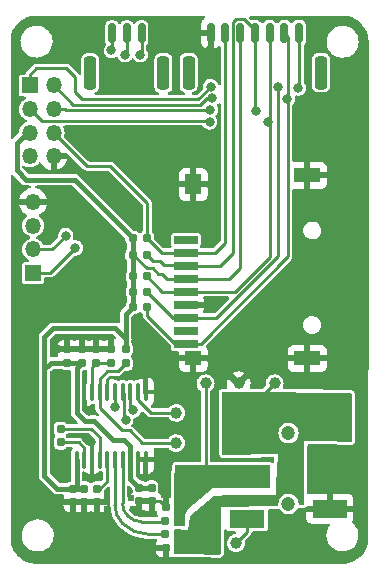
<source format=gbr>
%TF.GenerationSoftware,KiCad,Pcbnew,(6.0.0-rc1-323-gb9e66d8b98)*%
%TF.CreationDate,2021-12-29T00:01:45+08:00*%
%TF.ProjectId,AudioExtendBoard,41756469-6f45-4787-9465-6e64426f6172,rev?*%
%TF.SameCoordinates,Original*%
%TF.FileFunction,Copper,L1,Top*%
%TF.FilePolarity,Positive*%
%FSLAX46Y46*%
G04 Gerber Fmt 4.6, Leading zero omitted, Abs format (unit mm)*
G04 Created by KiCad (PCBNEW (6.0.0-rc1-323-gb9e66d8b98)) date 2021-12-29 00:01:45*
%MOMM*%
%LPD*%
G01*
G04 APERTURE LIST*
G04 Aperture macros list*
%AMRoundRect*
0 Rectangle with rounded corners*
0 $1 Rounding radius*
0 $2 $3 $4 $5 $6 $7 $8 $9 X,Y pos of 4 corners*
0 Add a 4 corners polygon primitive as box body*
4,1,4,$2,$3,$4,$5,$6,$7,$8,$9,$2,$3,0*
0 Add four circle primitives for the rounded corners*
1,1,$1+$1,$2,$3*
1,1,$1+$1,$4,$5*
1,1,$1+$1,$6,$7*
1,1,$1+$1,$8,$9*
0 Add four rect primitives between the rounded corners*
20,1,$1+$1,$2,$3,$4,$5,0*
20,1,$1+$1,$4,$5,$6,$7,0*
20,1,$1+$1,$6,$7,$8,$9,0*
20,1,$1+$1,$8,$9,$2,$3,0*%
G04 Aperture macros list end*
%TA.AperFunction,SMDPad,CuDef*%
%ADD10RoundRect,0.150000X0.150000X0.700000X-0.150000X0.700000X-0.150000X-0.700000X0.150000X-0.700000X0*%
%TD*%
%TA.AperFunction,SMDPad,CuDef*%
%ADD11RoundRect,0.250000X0.250000X1.150000X-0.250000X1.150000X-0.250000X-1.150000X0.250000X-1.150000X0*%
%TD*%
%TA.AperFunction,SMDPad,CuDef*%
%ADD12RoundRect,0.100000X0.100000X-0.637500X0.100000X0.637500X-0.100000X0.637500X-0.100000X-0.637500X0*%
%TD*%
%TA.AperFunction,SMDPad,CuDef*%
%ADD13RoundRect,0.155000X-0.155000X0.212500X-0.155000X-0.212500X0.155000X-0.212500X0.155000X0.212500X0*%
%TD*%
%TA.AperFunction,WasherPad*%
%ADD14C,1.200000*%
%TD*%
%TA.AperFunction,SMDPad,CuDef*%
%ADD15R,3.000000X1.500000*%
%TD*%
%TA.AperFunction,SMDPad,CuDef*%
%ADD16RoundRect,0.155000X-0.212500X-0.155000X0.212500X-0.155000X0.212500X0.155000X-0.212500X0.155000X0*%
%TD*%
%TA.AperFunction,SMDPad,CuDef*%
%ADD17C,1.000000*%
%TD*%
%TA.AperFunction,SMDPad,CuDef*%
%ADD18RoundRect,0.155000X0.155000X-0.212500X0.155000X0.212500X-0.155000X0.212500X-0.155000X-0.212500X0*%
%TD*%
%TA.AperFunction,SMDPad,CuDef*%
%ADD19RoundRect,0.160000X0.197500X0.160000X-0.197500X0.160000X-0.197500X-0.160000X0.197500X-0.160000X0*%
%TD*%
%TA.AperFunction,SMDPad,CuDef*%
%ADD20RoundRect,0.160000X-0.197500X-0.160000X0.197500X-0.160000X0.197500X0.160000X-0.197500X0.160000X0*%
%TD*%
%TA.AperFunction,SMDPad,CuDef*%
%ADD21RoundRect,0.160000X-0.160000X0.197500X-0.160000X-0.197500X0.160000X-0.197500X0.160000X0.197500X0*%
%TD*%
%TA.AperFunction,ComponentPad*%
%ADD22R,1.350000X1.350000*%
%TD*%
%TA.AperFunction,ComponentPad*%
%ADD23O,1.350000X1.350000*%
%TD*%
%TA.AperFunction,SMDPad,CuDef*%
%ADD24R,2.000000X0.700000*%
%TD*%
%TA.AperFunction,SMDPad,CuDef*%
%ADD25R,1.397000X1.270000*%
%TD*%
%TA.AperFunction,SMDPad,CuDef*%
%ADD26R,2.286000X1.270000*%
%TD*%
%TA.AperFunction,SMDPad,CuDef*%
%ADD27R,1.397000X1.778000*%
%TD*%
%TA.AperFunction,SMDPad,CuDef*%
%ADD28RoundRect,0.155000X0.212500X0.155000X-0.212500X0.155000X-0.212500X-0.155000X0.212500X-0.155000X0*%
%TD*%
%TA.AperFunction,ViaPad*%
%ADD29C,0.800000*%
%TD*%
%TA.AperFunction,ViaPad*%
%ADD30C,0.609600*%
%TD*%
%TA.AperFunction,Conductor*%
%ADD31C,0.457200*%
%TD*%
%TA.AperFunction,Conductor*%
%ADD32C,0.250000*%
%TD*%
G04 APERTURE END LIST*
D10*
%TO.P,J5,1,Pin_1*%
%TO.N,/I2S_LCK*%
X176190000Y-81110000D03*
%TO.P,J5,2,Pin_2*%
%TO.N,/I2S_DIN*%
X174940000Y-81110000D03*
%TO.P,J5,3,Pin_3*%
%TO.N,/I2S_BCK*%
X173690000Y-81110000D03*
D11*
%TO.P,J5,MP*%
%TO.N,N/C*%
X171840000Y-84460000D03*
X178040000Y-84460000D03*
%TD*%
D12*
%TO.P,U1,1,CPVDD*%
%TO.N,+3.3VA*%
X170685000Y-117192500D03*
%TO.P,U1,2,CAPP*%
%TO.N,Net-(C6-Pad2)*%
X171335000Y-117192500D03*
%TO.P,U1,3,CPGND*%
%TO.N,GND*%
X171985000Y-117192500D03*
%TO.P,U1,4,CAPM*%
%TO.N,Net-(C6-Pad1)*%
X172635000Y-117192500D03*
%TO.P,U1,5,VNEG*%
%TO.N,Net-(C7-Pad2)*%
X173285000Y-117192500D03*
%TO.P,U1,6,OUTL*%
%TO.N,Net-(R7-Pad2)*%
X173935000Y-117192500D03*
%TO.P,U1,7,OUTR*%
%TO.N,Net-(R8-Pad2)*%
X174585000Y-117192500D03*
%TO.P,U1,8,AVDD*%
%TO.N,+3.3VA*%
X175235000Y-117192500D03*
%TO.P,U1,9,AGND*%
%TO.N,GND*%
X175885000Y-117192500D03*
%TO.P,U1,10,DEMP*%
X176535000Y-117192500D03*
%TO.P,U1,11,FLT*%
X176535000Y-111467500D03*
%TO.P,U1,12,SCK*%
%TO.N,Net-(TP2-Pad1)*%
X175885000Y-111467500D03*
%TO.P,U1,13,BCK*%
%TO.N,/I2S_BCK*%
X175235000Y-111467500D03*
%TO.P,U1,14,DIN*%
%TO.N,/I2S_DIN*%
X174585000Y-111467500D03*
%TO.P,U1,15,LRCK*%
%TO.N,/I2S_LCK*%
X173935000Y-111467500D03*
%TO.P,U1,16,FMT*%
%TO.N,GND*%
X173285000Y-111467500D03*
%TO.P,U1,17,XSMT*%
%TO.N,Net-(R6-Pad2)*%
X172635000Y-111467500D03*
%TO.P,U1,18,LDOO*%
%TO.N,Net-(C10-Pad2)*%
X171985000Y-111467500D03*
%TO.P,U1,19,DGND*%
%TO.N,GND*%
X171335000Y-111467500D03*
%TO.P,U1,20,DVDD*%
%TO.N,+3.3VA*%
X170685000Y-111467500D03*
%TD*%
D13*
%TO.P,C1,1*%
%TO.N,GND*%
X171135000Y-107865000D03*
%TO.P,C1,2*%
%TO.N,+3.3VA*%
X171135000Y-109000000D03*
%TD*%
D14*
%TO.P,PHONE1,*%
%TO.N,*%
X188628500Y-114947500D03*
X188628500Y-120947500D03*
D15*
%TO.P,PHONE1,2,2*%
%TO.N,/SKP_L*%
X192128500Y-114447500D03*
%TO.P,PHONE1,3,1*%
%TO.N,GND*%
X192128500Y-121347500D03*
%TO.P,PHONE1,4,4*%
%TO.N,/MIC*%
X185128500Y-122247500D03*
%TO.P,PHONE1,5,5*%
%TO.N,/SKP_R*%
X185128500Y-118647500D03*
%TO.P,PHONE1,6,6*%
%TO.N,/SKP_L*%
X185128500Y-112847500D03*
%TD*%
D13*
%TO.P,C6,1*%
%TO.N,Net-(C6-Pad1)*%
X169330000Y-114592500D03*
%TO.P,C6,2*%
%TO.N,Net-(C6-Pad2)*%
X169330000Y-115727500D03*
%TD*%
D16*
%TO.P,C12,1*%
%TO.N,GND*%
X178245000Y-121240000D03*
%TO.P,C12,2*%
%TO.N,/SKP_R*%
X179380000Y-121240000D03*
%TD*%
D17*
%TO.P,TP1,1,1*%
%TO.N,Net-(R6-Pad2)*%
X179110000Y-115810000D03*
%TD*%
D13*
%TO.P,C3,1*%
%TO.N,GND*%
X169897500Y-107865000D03*
%TO.P,C3,2*%
%TO.N,+3.3VA*%
X169897500Y-109000000D03*
%TD*%
D18*
%TO.P,C5,1*%
%TO.N,GND*%
X176000000Y-120717500D03*
%TO.P,C5,2*%
%TO.N,+3.3VA*%
X176000000Y-119582500D03*
%TD*%
D17*
%TO.P,TP6,1,1*%
%TO.N,GND*%
X184404000Y-110744000D03*
%TD*%
D18*
%TO.P,C2,1*%
%TO.N,GND*%
X171350000Y-120800000D03*
%TO.P,C2,2*%
%TO.N,+3.3VA*%
X171350000Y-119665000D03*
%TD*%
D17*
%TO.P,TP5,1,1*%
%TO.N,/SKP_R*%
X181610000Y-110744000D03*
%TD*%
D19*
%TO.P,R8,1*%
%TO.N,/SKP_R*%
X179390000Y-122373333D03*
%TO.P,R8,2*%
%TO.N,Net-(R8-Pad2)*%
X178195000Y-122373333D03*
%TD*%
D18*
%TO.P,C8,1*%
%TO.N,GND*%
X177040000Y-120717500D03*
%TO.P,C8,2*%
%TO.N,+3.3VA*%
X177040000Y-119582500D03*
%TD*%
%TO.P,C7,1*%
%TO.N,GND*%
X172450000Y-120800000D03*
%TO.P,C7,2*%
%TO.N,Net-(C7-Pad2)*%
X172450000Y-119665000D03*
%TD*%
%TO.P,C4,1*%
%TO.N,GND*%
X170400000Y-120800000D03*
%TO.P,C4,2*%
%TO.N,+3.3VA*%
X170400000Y-119665000D03*
%TD*%
D20*
%TO.P,R1,1*%
%TO.N,+3.3VA*%
X175442500Y-98410000D03*
%TO.P,R1,2*%
%TO.N,/SD_CS*%
X176637500Y-98410000D03*
%TD*%
D21*
%TO.P,R6,1*%
%TO.N,+3.3VA*%
X174857500Y-107855000D03*
%TO.P,R6,2*%
%TO.N,Net-(R6-Pad2)*%
X174857500Y-109050000D03*
%TD*%
D20*
%TO.P,R4,1*%
%TO.N,+3.3VA*%
X175463500Y-102975000D03*
%TO.P,R4,2*%
%TO.N,/SD_MISO*%
X176658500Y-102975000D03*
%TD*%
D22*
%TO.P,J2,1,Pin_1*%
%TO.N,/SD_MISO*%
X166740000Y-85520000D03*
D23*
%TO.P,J2,2,Pin_2*%
%TO.N,/SD_DET*%
X168740000Y-85520000D03*
%TO.P,J2,3,Pin_3*%
%TO.N,/SD_CLK*%
X166740000Y-87520000D03*
%TO.P,J2,4,Pin_4*%
%TO.N,/SD_MOSI*%
X168740000Y-87520000D03*
%TO.P,J2,5,Pin_5*%
%TO.N,+3.3VA*%
X166740000Y-89520000D03*
%TO.P,J2,6,Pin_6*%
%TO.N,/SD_CS*%
X168740000Y-89520000D03*
%TO.P,J2,7,Pin_7*%
%TO.N,unconnected-(J2-Pad7)*%
X166740000Y-91520000D03*
%TO.P,J2,8,Pin_8*%
%TO.N,GND*%
X168740000Y-91520000D03*
%TD*%
D19*
%TO.P,R7,1*%
%TO.N,/SKP_L*%
X179390000Y-123516666D03*
%TO.P,R7,2*%
%TO.N,Net-(R7-Pad2)*%
X178195000Y-123516666D03*
%TD*%
D17*
%TO.P,TP3,1,1*%
%TO.N,/MIC*%
X184200000Y-124250000D03*
%TD*%
D13*
%TO.P,C10,1*%
%TO.N,GND*%
X173610000Y-107865000D03*
%TO.P,C10,2*%
%TO.N,Net-(C10-Pad2)*%
X173610000Y-109000000D03*
%TD*%
D17*
%TO.P,TP4,1,1*%
%TO.N,/SKP_L*%
X187452000Y-110744000D03*
%TD*%
D20*
%TO.P,R5,1*%
%TO.N,+3.3VA*%
X175463500Y-104260000D03*
%TO.P,R5,2*%
%TO.N,/SD_DET*%
X176658500Y-104260000D03*
%TD*%
D22*
%TO.P,J3,1,Pin_1*%
%TO.N,/I2S_LCK*%
X167010000Y-101380000D03*
D23*
%TO.P,J3,2,Pin_2*%
%TO.N,/I2S_DIN*%
X167010000Y-99380000D03*
%TO.P,J3,3,Pin_3*%
%TO.N,/I2S_BCK*%
X167010000Y-97380000D03*
%TO.P,J3,4,Pin_4*%
%TO.N,GND*%
X167010000Y-95380000D03*
%TD*%
D10*
%TO.P,J4,1,Pin_1*%
%TO.N,/SD_MISO*%
X189530000Y-81080000D03*
%TO.P,J4,2,Pin_2*%
%TO.N,/SD_DET*%
X188280000Y-81080000D03*
%TO.P,J4,3,Pin_3*%
%TO.N,/SD_CLK*%
X187030000Y-81080000D03*
%TO.P,J4,4,Pin_4*%
%TO.N,/SD_MOSI*%
X185780000Y-81080000D03*
%TO.P,J4,5,Pin_5*%
%TO.N,+3.3VA*%
X184530000Y-81080000D03*
%TO.P,J4,6,Pin_6*%
%TO.N,/SD_CS*%
X183280000Y-81080000D03*
%TO.P,J4,7,Pin_7*%
%TO.N,GND*%
X182030000Y-81080000D03*
D11*
%TO.P,J4,MP*%
%TO.N,N/C*%
X180180000Y-84430000D03*
X191380000Y-84430000D03*
%TD*%
D17*
%TO.P,TP2,1,1*%
%TO.N,Net-(TP2-Pad1)*%
X179130000Y-113230000D03*
%TD*%
D20*
%TO.P,R3,1*%
%TO.N,+3.3VA*%
X175463500Y-101690000D03*
%TO.P,R3,2*%
%TO.N,/SD_CLK*%
X176658500Y-101690000D03*
%TD*%
%TO.P,R2,1*%
%TO.N,+3.3VA*%
X175432500Y-99880000D03*
%TO.P,R2,2*%
%TO.N,/SD_MOSI*%
X176627500Y-99880000D03*
%TD*%
D24*
%TO.P,J1,1,DAT2*%
%TO.N,unconnected-(J1-Pad1)*%
X179935000Y-98588000D03*
%TO.P,J1,2,DAT3/CD*%
%TO.N,/SD_CS*%
X179937000Y-99688000D03*
%TO.P,J1,3,CMD*%
%TO.N,/SD_MOSI*%
X179935000Y-100784000D03*
%TO.P,J1,4,VDD*%
%TO.N,+3.3VA*%
X179935000Y-101884000D03*
%TO.P,J1,5,CLK*%
%TO.N,/SD_CLK*%
X179935000Y-102983000D03*
%TO.P,J1,6,VSS*%
%TO.N,GND*%
X179935000Y-104081000D03*
%TO.P,J1,7,DAT0*%
%TO.N,/SD_MISO*%
X179935000Y-105177000D03*
%TO.P,J1,8,DAT1*%
%TO.N,unconnected-(J1-Pad8)*%
X179935000Y-106275000D03*
%TO.P,J1,9,DET_B*%
%TO.N,/SD_DET*%
X179935000Y-107379000D03*
D25*
%TO.P,J1,10,DET_A*%
%TO.N,GND*%
X180573000Y-108627000D03*
D26*
X190225000Y-108627000D03*
D27*
X180573000Y-93895000D03*
D26*
X190225000Y-93133000D03*
%TD*%
D28*
%TO.P,C11,1*%
%TO.N,/SKP_L*%
X179380000Y-124650000D03*
%TO.P,C11,2*%
%TO.N,GND*%
X178245000Y-124650000D03*
%TD*%
D13*
%TO.P,C9,1*%
%TO.N,GND*%
X172372500Y-107865000D03*
%TO.P,C9,2*%
%TO.N,Net-(C10-Pad2)*%
X172372500Y-109000000D03*
%TD*%
D29*
%TO.N,GND*%
X193370000Y-91080000D03*
D30*
X191262000Y-119380000D03*
X169164000Y-109982000D03*
D29*
X171701456Y-113084945D03*
D30*
X166370000Y-109728000D03*
X172974000Y-100330000D03*
X186944000Y-104902000D03*
D29*
X191370000Y-91080000D03*
D30*
X178308000Y-110236000D03*
D29*
X178940000Y-93940000D03*
X171200000Y-125100000D03*
D30*
X193802000Y-84836000D03*
X178308000Y-111506000D03*
X175490000Y-121390000D03*
D29*
X169040000Y-107850000D03*
D30*
X179578000Y-111506000D03*
X178054000Y-117602000D03*
D29*
X191980000Y-99940000D03*
X177690000Y-91770000D03*
X173200000Y-125100000D03*
D30*
X169164000Y-111506000D03*
X169418000Y-117602000D03*
X166370000Y-105664000D03*
X187198000Y-123698000D03*
X176210000Y-121740000D03*
D29*
X193980000Y-97940000D03*
X191980000Y-103940000D03*
X179690000Y-89770000D03*
D30*
X189738000Y-123698000D03*
X176784000Y-107188000D03*
X173290000Y-121340000D03*
X166370000Y-107696000D03*
D29*
X190280000Y-88990000D03*
X171890000Y-115680000D03*
X191980000Y-101940000D03*
X191980000Y-97940000D03*
X177690000Y-89770000D03*
X179690000Y-91770000D03*
X166360000Y-115990000D03*
D30*
X170180000Y-82296000D03*
D29*
X181820000Y-104060000D03*
D30*
X186944000Y-108458000D03*
D29*
X194280000Y-88990000D03*
D30*
X175990000Y-124180000D03*
X177080000Y-124240000D03*
D29*
X193980000Y-101940000D03*
X193980000Y-103940000D03*
X169200000Y-125100000D03*
D30*
X188468000Y-123698000D03*
X176530000Y-114554000D03*
D29*
X192280000Y-88990000D03*
D30*
X169164000Y-113030000D03*
D29*
X181690000Y-91770000D03*
D30*
X172974000Y-101854000D03*
X179578000Y-110236000D03*
D29*
X166360000Y-113990000D03*
D30*
X193802000Y-119380000D03*
X174930000Y-123800000D03*
X173250000Y-120380000D03*
D29*
X181690000Y-89770000D03*
X166360000Y-117990000D03*
D30*
X193802000Y-86360000D03*
X173530000Y-122350000D03*
D29*
X193980000Y-99940000D03*
D30*
X177220000Y-121800000D03*
X172974000Y-98552000D03*
X175300000Y-120440000D03*
X186944000Y-106680000D03*
X170180000Y-80772000D03*
X192532000Y-119380000D03*
X174130000Y-123230000D03*
D29*
X182020000Y-82490000D03*
%TO.N,/SD_MOSI*%
X181990111Y-87600490D03*
X185840000Y-87720000D03*
%TO.N,/SD_CLK*%
X186880000Y-88600000D03*
X181950000Y-88600000D03*
%TO.N,/SD_MISO*%
X189480000Y-85720000D03*
X187760000Y-85670000D03*
X182050000Y-85630000D03*
%TO.N,/SD_DET*%
X188520000Y-86650000D03*
X182185511Y-86620274D03*
%TO.N,/I2S_LCK*%
X170590000Y-99270000D03*
X173980831Y-112762381D03*
X176080000Y-82900000D03*
%TO.N,/I2S_DIN*%
X169770000Y-98240000D03*
X174800000Y-82910000D03*
X174850000Y-113800000D03*
%TO.N,/I2S_BCK*%
X175500000Y-113000000D03*
X173640000Y-82550000D03*
%TD*%
D31*
%TO.N,+3.3VA*%
X171379901Y-113934501D02*
X170685000Y-113239600D01*
X170685000Y-113239600D02*
X170685000Y-111467500D01*
X172184501Y-113934501D02*
X171379901Y-113934501D01*
X173750000Y-115500000D02*
X172184501Y-113934501D01*
X174700000Y-115500000D02*
X173750000Y-115500000D01*
X175235000Y-116035000D02*
X174700000Y-115500000D01*
X175235000Y-117192500D02*
X175235000Y-116035000D01*
D32*
%TO.N,Net-(R6-Pad2)*%
X172635000Y-112835000D02*
X172635000Y-111467500D01*
X174525000Y-114725000D02*
X172635000Y-112835000D01*
X175175000Y-114725000D02*
X174525000Y-114725000D01*
X176260000Y-115810000D02*
X175175000Y-114725000D01*
X179110000Y-115810000D02*
X176260000Y-115810000D01*
%TO.N,/I2S_BCK*%
X175450000Y-113000000D02*
X175500000Y-113000000D01*
X175235000Y-112785000D02*
X175450000Y-113000000D01*
X175235000Y-111467500D02*
X175235000Y-112785000D01*
%TO.N,/I2S_DIN*%
X174705332Y-113655332D02*
X174850000Y-113800000D01*
X174585000Y-111467500D02*
X174705332Y-111587832D01*
X174705332Y-111587832D02*
X174705332Y-113655332D01*
%TO.N,/MIC*%
X185128500Y-123321500D02*
X184200000Y-124250000D01*
X185128500Y-122247500D02*
X185128500Y-123321500D01*
%TO.N,/SKP_L*%
X187980000Y-119820000D02*
X187980000Y-116700000D01*
X187320000Y-120480000D02*
X187980000Y-119820000D01*
X187980000Y-116700000D02*
X185128500Y-113848500D01*
X183360000Y-120480000D02*
X187320000Y-120480000D01*
X185128500Y-113848500D02*
X185128500Y-112847500D01*
X180323334Y-123516666D02*
X183360000Y-120480000D01*
X179390000Y-123516666D02*
X180323334Y-123516666D01*
%TO.N,/I2S_LCK*%
X173935000Y-112716550D02*
X173980831Y-112762381D01*
X173935000Y-111467500D02*
X173935000Y-112716550D01*
%TO.N,GND*%
X171335000Y-112718489D02*
X171701456Y-113084945D01*
X171335000Y-111467500D02*
X171335000Y-112718489D01*
D31*
%TO.N,+3.3VA*%
X165608000Y-92710000D02*
X166398000Y-93500000D01*
X165608000Y-90411000D02*
X165608000Y-92710000D01*
X166740000Y-89520000D02*
X166499000Y-89520000D01*
X166499000Y-89520000D02*
X165608000Y-90411000D01*
X166398000Y-93500000D02*
X170532500Y-93500000D01*
X170532500Y-93500000D02*
X175442500Y-98410000D01*
D32*
%TO.N,GND*%
X176520000Y-110160000D02*
X176535000Y-110145000D01*
X178985000Y-93895000D02*
X178940000Y-93940000D01*
X177363000Y-108627000D02*
X176535000Y-109455000D01*
X169897500Y-107865000D02*
X169055000Y-107865000D01*
X181799000Y-104081000D02*
X181820000Y-104060000D01*
X171985000Y-115845000D02*
X171990000Y-115840000D01*
X180573000Y-93895000D02*
X178985000Y-93895000D01*
X182030000Y-81080000D02*
X182030000Y-82480000D01*
X176535000Y-109455000D02*
X176535000Y-110145000D01*
X173270000Y-110380000D02*
X173490000Y-110160000D01*
X173490000Y-110160000D02*
X176520000Y-110160000D01*
X182030000Y-82480000D02*
X182020000Y-82490000D01*
X177040000Y-120717500D02*
X177722500Y-120717500D01*
X173610000Y-107865000D02*
X169897500Y-107865000D01*
X171985000Y-117192500D02*
X171985000Y-115845000D01*
X171990000Y-115780000D02*
X171890000Y-115680000D01*
X180573000Y-108627000D02*
X177363000Y-108627000D01*
X179935000Y-104081000D02*
X181799000Y-104081000D01*
X169055000Y-107865000D02*
X169040000Y-107850000D01*
X173285000Y-111467500D02*
X173285000Y-110779639D01*
X177722500Y-120717500D02*
X178245000Y-121240000D01*
X171990000Y-115840000D02*
X171990000Y-115780000D01*
X173285000Y-110779639D02*
X173270000Y-110764639D01*
X173270000Y-110764639D02*
X173270000Y-110380000D01*
X176535000Y-110145000D02*
X176535000Y-111467500D01*
D31*
%TO.N,+3.3VA*%
X174857500Y-107855000D02*
X174857500Y-106977500D01*
X173960000Y-106080000D02*
X168700000Y-106080000D01*
D32*
X175510000Y-99880000D02*
X175432500Y-99880000D01*
D31*
X171350000Y-119665000D02*
X170400000Y-119665000D01*
D32*
X184530000Y-100970000D02*
X184530000Y-81080000D01*
D31*
X174857500Y-104866000D02*
X175463500Y-104260000D01*
X177040000Y-119582500D02*
X176000000Y-119582500D01*
X168700000Y-106080000D02*
X167970000Y-106810000D01*
X175235000Y-118817500D02*
X175235000Y-117192500D01*
X174857500Y-107855000D02*
X174857500Y-104866000D01*
X170685000Y-119380000D02*
X170400000Y-119665000D01*
D32*
X179935000Y-101884000D02*
X178374000Y-101884000D01*
X179935000Y-101884000D02*
X183616000Y-101884000D01*
D31*
X167970000Y-106810000D02*
X167970000Y-109550000D01*
X175463500Y-98431000D02*
X175463500Y-104260000D01*
X170685000Y-109450000D02*
X171135000Y-109000000D01*
X174857500Y-106977500D02*
X173960000Y-106080000D01*
X167970000Y-118590000D02*
X169045000Y-119665000D01*
D32*
X176620000Y-100990000D02*
X175510000Y-99880000D01*
X177930000Y-101440000D02*
X177600000Y-101440000D01*
D31*
X169045000Y-119665000D02*
X170400000Y-119665000D01*
X168520000Y-109000000D02*
X167970000Y-109550000D01*
X176000000Y-119582500D02*
X175235000Y-118817500D01*
X175442500Y-98410000D02*
X175463500Y-98431000D01*
X167970000Y-109550000D02*
X167970000Y-118590000D01*
D32*
X177600000Y-101440000D02*
X177150000Y-100990000D01*
X177150000Y-100990000D02*
X176620000Y-100990000D01*
D31*
X170685000Y-117192500D02*
X170685000Y-119380000D01*
X170685000Y-111467500D02*
X170685000Y-109450000D01*
D32*
X178374000Y-101884000D02*
X177930000Y-101440000D01*
D31*
X169897500Y-109000000D02*
X171135000Y-109000000D01*
X169897500Y-109000000D02*
X168520000Y-109000000D01*
D32*
X183616000Y-101884000D02*
X184530000Y-100970000D01*
%TO.N,Net-(C6-Pad1)*%
X171922500Y-114592500D02*
X169330000Y-114592500D01*
X172635000Y-115305000D02*
X171922500Y-114592500D01*
X172635000Y-117192500D02*
X172635000Y-115305000D01*
%TO.N,Net-(C6-Pad2)*%
X171335000Y-117192500D02*
X171335000Y-116205000D01*
X171335000Y-116205000D02*
X170857500Y-115727500D01*
X170857500Y-115727500D02*
X169330000Y-115727500D01*
%TO.N,Net-(C7-Pad2)*%
X172450000Y-119665000D02*
X172645000Y-119665000D01*
X172645000Y-119665000D02*
X173285000Y-119025000D01*
X173285000Y-119025000D02*
X173285000Y-117192500D01*
%TO.N,Net-(C10-Pad2)*%
X173610000Y-109000000D02*
X172372500Y-109000000D01*
X171985000Y-109387500D02*
X172372500Y-109000000D01*
X171985000Y-111467500D02*
X171985000Y-109387500D01*
%TO.N,/SD_CS*%
X168740000Y-89520000D02*
X171560000Y-92340000D01*
X171560000Y-92340000D02*
X173550000Y-92340000D01*
X183280000Y-98840000D02*
X183280000Y-81080000D01*
X182432000Y-99688000D02*
X183280000Y-98840000D01*
X176637500Y-98410000D02*
X177915500Y-99688000D01*
X173550000Y-92340000D02*
X176658500Y-95448500D01*
X177915500Y-99688000D02*
X179937000Y-99688000D01*
X179937000Y-99688000D02*
X182432000Y-99688000D01*
X176658500Y-95448500D02*
X176658500Y-98389000D01*
X176658500Y-98389000D02*
X176637500Y-98410000D01*
%TO.N,/SD_MOSI*%
X183905480Y-80183448D02*
X184183448Y-79905480D01*
X182846000Y-100784000D02*
X183905480Y-99724520D01*
X177127500Y-100380000D02*
X176627500Y-99880000D01*
X169775084Y-87600490D02*
X181990111Y-87600490D01*
X185780000Y-87560000D02*
X185840000Y-87620000D01*
X179935000Y-100784000D02*
X182846000Y-100784000D01*
X179901000Y-100750000D02*
X178090000Y-100750000D01*
X183905480Y-99724520D02*
X183905480Y-80183448D01*
X178090000Y-100750000D02*
X177720000Y-100380000D01*
X185780000Y-87560000D02*
X185780000Y-81080000D01*
X184183448Y-79905480D02*
X184876552Y-79905480D01*
X169694594Y-87520000D02*
X169775084Y-87600490D01*
X184876552Y-79905480D02*
X185780000Y-80808928D01*
X168740000Y-87520000D02*
X169694594Y-87520000D01*
X179935000Y-100784000D02*
X179901000Y-100750000D01*
X177720000Y-100380000D02*
X177127500Y-100380000D01*
X185840000Y-87620000D02*
X185840000Y-87720000D01*
X185780000Y-80808928D02*
X185780000Y-87560000D01*
%TO.N,/SD_CLK*%
X179935000Y-102983000D02*
X184067000Y-102983000D01*
X176658500Y-101690000D02*
X177951500Y-102983000D01*
X187030000Y-100020000D02*
X187030000Y-81080000D01*
X167740489Y-88520489D02*
X181870489Y-88520489D01*
X181870489Y-88520489D02*
X181950000Y-88600000D01*
X177951500Y-102983000D02*
X179935000Y-102983000D01*
X166740000Y-87520000D02*
X167740489Y-88520489D01*
X184067000Y-102983000D02*
X187030000Y-100020000D01*
%TO.N,/SD_MISO*%
X170400000Y-84640000D02*
X170550000Y-84790000D01*
X171140000Y-86700000D02*
X177970000Y-86700000D01*
X167290000Y-84040000D02*
X169800000Y-84040000D01*
X189530000Y-85670000D02*
X189480000Y-85720000D01*
X187760000Y-99925704D02*
X187760000Y-85670000D01*
X169800000Y-84040000D02*
X170400000Y-84640000D01*
X177970000Y-86700000D02*
X180980000Y-86700000D01*
X180980000Y-86700000D02*
X182050000Y-85630000D01*
X189530000Y-81080000D02*
X189530000Y-85670000D01*
X166740000Y-84590000D02*
X167290000Y-84040000D01*
X176658500Y-102975000D02*
X178860500Y-105177000D01*
X182508704Y-105177000D02*
X187760000Y-99925704D01*
X170550000Y-86110000D02*
X171140000Y-86700000D01*
X170550000Y-84790000D02*
X170550000Y-86110000D01*
X166740000Y-85520000D02*
X166740000Y-84590000D01*
X178860500Y-105177000D02*
X179935000Y-105177000D01*
X179935000Y-105177000D02*
X182508704Y-105177000D01*
%TO.N,/SD_DET*%
X168740000Y-85520000D02*
X170369511Y-87149511D01*
X176658500Y-104997522D02*
X179039978Y-107379000D01*
X170369511Y-87149511D02*
X181166194Y-87149510D01*
X188583031Y-81383031D02*
X188280000Y-81080000D01*
X179039978Y-107379000D02*
X179935000Y-107379000D01*
X176658500Y-104260000D02*
X176658500Y-104997522D01*
X181695430Y-86620274D02*
X182185511Y-86620274D01*
X181166194Y-87149510D02*
X181695430Y-86620274D01*
X188583031Y-99980969D02*
X188583031Y-81383031D01*
X181185000Y-107379000D02*
X188583031Y-99980969D01*
X179935000Y-107379000D02*
X181185000Y-107379000D01*
%TO.N,/I2S_LCK*%
X176190000Y-82790000D02*
X176080000Y-82900000D01*
X176190000Y-81110000D02*
X176190000Y-82790000D01*
X167010000Y-101380000D02*
X168480000Y-101380000D01*
X168480000Y-101380000D02*
X170590000Y-99270000D01*
%TO.N,/I2S_DIN*%
X174940000Y-81110000D02*
X174940000Y-82770000D01*
X167010000Y-99380000D02*
X168630000Y-99380000D01*
X168630000Y-99380000D02*
X169770000Y-98240000D01*
X174940000Y-82770000D02*
X174800000Y-82910000D01*
%TO.N,/I2S_BCK*%
X173690000Y-81110000D02*
X173690000Y-82500000D01*
X173690000Y-82500000D02*
X173640000Y-82550000D01*
%TO.N,Net-(R6-Pad2)*%
X172635000Y-110379296D02*
X172635000Y-111467500D01*
X174197010Y-109710490D02*
X173303806Y-109710490D01*
X174857500Y-109050000D02*
X174197010Y-109710490D01*
X173303806Y-109710490D02*
X172635000Y-110379296D01*
%TO.N,Net-(R7-Pad2)*%
X178195000Y-123516666D02*
X176792068Y-123516666D01*
X173935000Y-121041959D02*
X173935000Y-117192500D01*
X174580616Y-122600616D02*
G75*
G03*
X176792068Y-123516666I2211449J2211320D01*
G01*
X174580616Y-122600616D02*
G75*
G02*
X173935000Y-121041959I1558658J1558656D01*
G01*
%TO.N,Net-(R8-Pad2)*%
X174585000Y-117192500D02*
X174585000Y-120910469D01*
X176145311Y-122440000D02*
X178128333Y-122440000D01*
X178128333Y-122440000D02*
X178195000Y-122373333D01*
X175026599Y-121976602D02*
G75*
G03*
X176145311Y-122440000I1118714J1118676D01*
G01*
X175026599Y-121976602D02*
G75*
G02*
X174585000Y-120910469I1066150J1066129D01*
G01*
%TO.N,Net-(TP2-Pad1)*%
X179130000Y-113230000D02*
X176959639Y-113230000D01*
X176959639Y-113230000D02*
X175885000Y-112155361D01*
X175885000Y-112155361D02*
X175885000Y-111467500D01*
%TO.N,/SKP_L*%
X179380000Y-124650000D02*
X179380000Y-123526666D01*
X189807500Y-112847500D02*
X185128500Y-112847500D01*
X191407500Y-114447500D02*
X189807500Y-112847500D01*
X192128500Y-114447500D02*
X191407500Y-114447500D01*
X185348500Y-112847500D02*
X185128500Y-112847500D01*
X179380000Y-123526666D02*
X179390000Y-123516666D01*
X187452000Y-110744000D02*
X185348500Y-112847500D01*
%TO.N,/SKP_R*%
X179380000Y-121240000D02*
X181972500Y-118647500D01*
X181610000Y-110744000D02*
X181610000Y-118285000D01*
X179380000Y-122363333D02*
X179390000Y-122373333D01*
X179380000Y-121240000D02*
X179380000Y-122363333D01*
X181610000Y-118285000D02*
X181972500Y-118647500D01*
X181972500Y-118647500D02*
X185128500Y-118647500D01*
%TD*%
%TA.AperFunction,Conductor*%
%TO.N,/SKP_L*%
G36*
X183143392Y-111441496D02*
G01*
X184114498Y-111449420D01*
X184157388Y-111457318D01*
X184220315Y-111480720D01*
X184227296Y-111481651D01*
X184227298Y-111481652D01*
X184381118Y-111502176D01*
X184381122Y-111502176D01*
X184388099Y-111503107D01*
X184395110Y-111502469D01*
X184395114Y-111502469D01*
X184549655Y-111488405D01*
X184549658Y-111488404D01*
X184556673Y-111487766D01*
X184641485Y-111460209D01*
X184681446Y-111454046D01*
X193876908Y-111529077D01*
X193944862Y-111549634D01*
X193990916Y-111603668D01*
X194001254Y-111642536D01*
X194039341Y-112023409D01*
X194039964Y-112036630D01*
X194022166Y-115302694D01*
X194020697Y-115572181D01*
X194000324Y-115640191D01*
X193946416Y-115686391D01*
X193892204Y-115697469D01*
X191658829Y-115653244D01*
X189980000Y-115620000D01*
X189980000Y-120917355D01*
X189959998Y-120985476D01*
X189906342Y-121031969D01*
X189857400Y-121043309D01*
X189759054Y-121045963D01*
X189615319Y-121049842D01*
X189546684Y-121031685D01*
X189498760Y-120979303D01*
X189486610Y-120937059D01*
X189469621Y-120775425D01*
X189469621Y-120775424D01*
X189468931Y-120768861D01*
X189462666Y-120749578D01*
X189415467Y-120604313D01*
X189415466Y-120604311D01*
X189413425Y-120598029D01*
X189323613Y-120442471D01*
X189247345Y-120357766D01*
X189207844Y-120313896D01*
X189207843Y-120313895D01*
X189203422Y-120308985D01*
X189122193Y-120249968D01*
X189063446Y-120207286D01*
X189063445Y-120207285D01*
X189058104Y-120203405D01*
X189052076Y-120200721D01*
X189052074Y-120200720D01*
X188900041Y-120133031D01*
X188900040Y-120133031D01*
X188894010Y-120130346D01*
X188806161Y-120111673D01*
X188724769Y-120094372D01*
X188724764Y-120094372D01*
X188718312Y-120093000D01*
X188538688Y-120093000D01*
X188532236Y-120094372D01*
X188532231Y-120094372D01*
X188450839Y-120111673D01*
X188362990Y-120130346D01*
X188356960Y-120133031D01*
X188356959Y-120133031D01*
X188204927Y-120200720D01*
X188204925Y-120200721D01*
X188198897Y-120203405D01*
X188193556Y-120207285D01*
X188193555Y-120207286D01*
X188058922Y-120305102D01*
X188058920Y-120305104D01*
X188053578Y-120308985D01*
X188049157Y-120313895D01*
X188049156Y-120313896D01*
X188009656Y-120357766D01*
X187933387Y-120442471D01*
X187843575Y-120598029D01*
X187841534Y-120604311D01*
X187841533Y-120604313D01*
X187794334Y-120749578D01*
X187788069Y-120768861D01*
X187769293Y-120947500D01*
X187769983Y-120954065D01*
X187769983Y-120954070D01*
X187771004Y-120963787D01*
X187758230Y-121033625D01*
X187709727Y-121085470D01*
X187649093Y-121102908D01*
X182958110Y-121229511D01*
X182958109Y-121229511D01*
X182940000Y-121230000D01*
X182939847Y-121242290D01*
X182939847Y-121242291D01*
X182891572Y-125123630D01*
X182870725Y-125191497D01*
X182816495Y-125237319D01*
X182763636Y-125248048D01*
X180300000Y-125210000D01*
X179054160Y-125191813D01*
X178986339Y-125170818D01*
X178940635Y-125116490D01*
X178930000Y-125065826D01*
X178930000Y-123233630D01*
X178950002Y-123165509D01*
X179003658Y-123119016D01*
X179063399Y-123107847D01*
X180120000Y-123170000D01*
X180127284Y-123119016D01*
X180283067Y-122028533D01*
X180312502Y-121963926D01*
X180327912Y-121948916D01*
X182322069Y-120313896D01*
X182366226Y-120277692D01*
X182431586Y-120249968D01*
X182443666Y-120249152D01*
X183574383Y-120227196D01*
X187531886Y-120150352D01*
X187531887Y-120150352D01*
X187550000Y-120150000D01*
X187587992Y-119309783D01*
X187705182Y-116718097D01*
X187705182Y-116718096D01*
X187706000Y-116700000D01*
X187689997Y-116700513D01*
X187689995Y-116700513D01*
X183158367Y-116845882D01*
X183089640Y-116828075D01*
X183041451Y-116775937D01*
X183028338Y-116721577D01*
X183028066Y-116700513D01*
X183005384Y-114947500D01*
X187769293Y-114947500D01*
X187788069Y-115126139D01*
X187843575Y-115296971D01*
X187933387Y-115452529D01*
X188053578Y-115586015D01*
X188058920Y-115589896D01*
X188058922Y-115589898D01*
X188191733Y-115686391D01*
X188198896Y-115691595D01*
X188204924Y-115694279D01*
X188204926Y-115694280D01*
X188356959Y-115761969D01*
X188362990Y-115764654D01*
X188450839Y-115783327D01*
X188532231Y-115800628D01*
X188532236Y-115800628D01*
X188538688Y-115802000D01*
X188718312Y-115802000D01*
X188724764Y-115800628D01*
X188724769Y-115800628D01*
X188806161Y-115783327D01*
X188894010Y-115764654D01*
X188900041Y-115761969D01*
X189052074Y-115694280D01*
X189052076Y-115694279D01*
X189058104Y-115691595D01*
X189065267Y-115686391D01*
X189198078Y-115589898D01*
X189198080Y-115589896D01*
X189203422Y-115586015D01*
X189323613Y-115452529D01*
X189413425Y-115296971D01*
X189468931Y-115126139D01*
X189487707Y-114947500D01*
X189468931Y-114768861D01*
X189413425Y-114598029D01*
X189323613Y-114442471D01*
X189203422Y-114308985D01*
X189058104Y-114203405D01*
X189052076Y-114200721D01*
X189052074Y-114200720D01*
X188900041Y-114133031D01*
X188900040Y-114133031D01*
X188894010Y-114130346D01*
X188806161Y-114111673D01*
X188724769Y-114094372D01*
X188724764Y-114094372D01*
X188718312Y-114093000D01*
X188538688Y-114093000D01*
X188532236Y-114094372D01*
X188532231Y-114094372D01*
X188450839Y-114111673D01*
X188362990Y-114130346D01*
X188356960Y-114133031D01*
X188356959Y-114133031D01*
X188204927Y-114200720D01*
X188204925Y-114200721D01*
X188198897Y-114203405D01*
X188193556Y-114207285D01*
X188193555Y-114207286D01*
X188058922Y-114305102D01*
X188058920Y-114305104D01*
X188053578Y-114308985D01*
X187933387Y-114442471D01*
X187843575Y-114598029D01*
X187788069Y-114768861D01*
X187769293Y-114947500D01*
X183005384Y-114947500D01*
X182961665Y-111568676D01*
X182980784Y-111500302D01*
X183033833Y-111453119D01*
X183088682Y-111441050D01*
X183143392Y-111441496D01*
G37*
%TD.AperFunction*%
%TD*%
%TA.AperFunction,Conductor*%
%TO.N,GND*%
G36*
X193174900Y-79602745D02*
G01*
X193199446Y-79605165D01*
X193212335Y-79607729D01*
X193224507Y-79605308D01*
X193236915Y-79605308D01*
X193236915Y-79605640D01*
X193247751Y-79604904D01*
X193377012Y-79612755D01*
X193471336Y-79618484D01*
X193486501Y-79620333D01*
X193512079Y-79625040D01*
X193734172Y-79665911D01*
X193748995Y-79669580D01*
X193989324Y-79744796D01*
X194003596Y-79750232D01*
X194212527Y-79844700D01*
X194233064Y-79853986D01*
X194246576Y-79861112D01*
X194297405Y-79891994D01*
X194461793Y-79991872D01*
X194474345Y-80000582D01*
X194672155Y-80156428D01*
X194683560Y-80166593D01*
X194859106Y-80343274D01*
X194861054Y-80345235D01*
X194871143Y-80356704D01*
X195024052Y-80553378D01*
X195025710Y-80555511D01*
X195034336Y-80568114D01*
X195152684Y-80765764D01*
X195163705Y-80784170D01*
X195170745Y-80797729D01*
X195267618Y-81015708D01*
X195273018Y-81027860D01*
X195278362Y-81042165D01*
X195348257Y-81270645D01*
X195352028Y-81282973D01*
X195355603Y-81297823D01*
X195398634Y-81540433D01*
X195399584Y-81545788D01*
X195401335Y-81560963D01*
X195412507Y-81766805D01*
X195413474Y-81784631D01*
X195412668Y-81795461D01*
X195413000Y-81795463D01*
X195412920Y-81807873D01*
X195410420Y-81820028D01*
X195413118Y-81834062D01*
X195415382Y-81857873D01*
X195411737Y-95662817D01*
X195404316Y-123771363D01*
X195401896Y-123795904D01*
X195399331Y-123808802D01*
X195401752Y-123820974D01*
X195401752Y-123833382D01*
X195401420Y-123833382D01*
X195402156Y-123844218D01*
X195388576Y-124067803D01*
X195386727Y-124082968D01*
X195345756Y-124305609D01*
X195341150Y-124330636D01*
X195337480Y-124345462D01*
X195262519Y-124584975D01*
X195262265Y-124585788D01*
X195256828Y-124600063D01*
X195153466Y-124828665D01*
X195153074Y-124829531D01*
X195145948Y-124843043D01*
X195093010Y-124930173D01*
X195015188Y-125058260D01*
X195006478Y-125070812D01*
X194850632Y-125268622D01*
X194840467Y-125280027D01*
X194661825Y-125457521D01*
X194650356Y-125467610D01*
X194451544Y-125622180D01*
X194438946Y-125630803D01*
X194288576Y-125720841D01*
X194222890Y-125760172D01*
X194209331Y-125767212D01*
X193979194Y-125869487D01*
X193964895Y-125874829D01*
X193724084Y-125948496D01*
X193709237Y-125952070D01*
X193461270Y-125996051D01*
X193446097Y-125997802D01*
X193222427Y-126009941D01*
X193211599Y-126009135D01*
X193211597Y-126009467D01*
X193199187Y-126009387D01*
X193187032Y-126006887D01*
X193174849Y-126009229D01*
X193174846Y-126009229D01*
X193172964Y-126009591D01*
X193149170Y-126011856D01*
X179160651Y-126010896D01*
X167338634Y-126010085D01*
X167314064Y-126007664D01*
X167301204Y-126005106D01*
X167289032Y-126007527D01*
X167276624Y-126007527D01*
X167276624Y-126007195D01*
X167265788Y-126007931D01*
X167042203Y-125994351D01*
X167027038Y-125992502D01*
X167001459Y-125987795D01*
X166779367Y-125946924D01*
X166764544Y-125943255D01*
X166524215Y-125868039D01*
X166509941Y-125862602D01*
X166280475Y-125758849D01*
X166266961Y-125751722D01*
X166051746Y-125620963D01*
X166039194Y-125612253D01*
X165841384Y-125456407D01*
X165829979Y-125446242D01*
X165656388Y-125271528D01*
X165652484Y-125267599D01*
X165642394Y-125256129D01*
X165631491Y-125242105D01*
X165487826Y-125057319D01*
X165479200Y-125044716D01*
X165457879Y-125009107D01*
X165349834Y-124828665D01*
X165342794Y-124815106D01*
X165304275Y-124728432D01*
X165240519Y-124584969D01*
X165235175Y-124570664D01*
X165232462Y-124561793D01*
X165161510Y-124329859D01*
X165157935Y-124315008D01*
X165149463Y-124267239D01*
X165113955Y-124067045D01*
X165112204Y-124051870D01*
X165111565Y-124040098D01*
X165100065Y-123828202D01*
X165100871Y-123817374D01*
X165100539Y-123817372D01*
X165100619Y-123804962D01*
X165103119Y-123792807D01*
X165100412Y-123778723D01*
X165098148Y-123754948D01*
X165098143Y-123585609D01*
X166039942Y-123585609D01*
X166040239Y-123590761D01*
X166040239Y-123590765D01*
X166041512Y-123612836D01*
X166041856Y-123618804D01*
X166052758Y-123807890D01*
X166053895Y-123812936D01*
X166053896Y-123812942D01*
X166077803Y-123919025D01*
X166101707Y-124025093D01*
X166103649Y-124029875D01*
X166103650Y-124029879D01*
X166141704Y-124123595D01*
X166185473Y-124231384D01*
X166301807Y-124421224D01*
X166447585Y-124589515D01*
X166451560Y-124592815D01*
X166451563Y-124592818D01*
X166463749Y-124602935D01*
X166618892Y-124731737D01*
X166811127Y-124844070D01*
X166815947Y-124845910D01*
X166815952Y-124845913D01*
X166918991Y-124885259D01*
X167019128Y-124923497D01*
X167024196Y-124924528D01*
X167024199Y-124924529D01*
X167118108Y-124943635D01*
X167237308Y-124967887D01*
X167242481Y-124968077D01*
X167242484Y-124968077D01*
X167454644Y-124975856D01*
X167454648Y-124975856D01*
X167459808Y-124976045D01*
X167464928Y-124975389D01*
X167464930Y-124975389D01*
X167562342Y-124962910D01*
X167680653Y-124947754D01*
X167685602Y-124946269D01*
X167685608Y-124946268D01*
X167772157Y-124920302D01*
X177375252Y-124920302D01*
X177377813Y-124933088D01*
X177421529Y-125072589D01*
X177427735Y-125086334D01*
X177502996Y-125210604D01*
X177512303Y-125222473D01*
X177615027Y-125325197D01*
X177626896Y-125334504D01*
X177751166Y-125409765D01*
X177764911Y-125415971D01*
X177904404Y-125459685D01*
X177917454Y-125462298D01*
X177974462Y-125467537D01*
X177988124Y-125463525D01*
X177989329Y-125462135D01*
X177991000Y-125454452D01*
X177991000Y-124922115D01*
X177986525Y-124906876D01*
X177985135Y-124905671D01*
X177977452Y-124904000D01*
X177391842Y-124904000D01*
X177377297Y-124908271D01*
X177375252Y-124920302D01*
X167772157Y-124920302D01*
X167816908Y-124906876D01*
X167893912Y-124883774D01*
X168093858Y-124785821D01*
X168098062Y-124782823D01*
X168098066Y-124782820D01*
X168188473Y-124718333D01*
X168275121Y-124656528D01*
X168432832Y-124499366D01*
X168562758Y-124318555D01*
X168661408Y-124118953D01*
X168726132Y-123905918D01*
X168755194Y-123685173D01*
X168755429Y-123675545D01*
X168756734Y-123622169D01*
X168756734Y-123622165D01*
X168756816Y-123618804D01*
X168747742Y-123508438D01*
X168738996Y-123402054D01*
X168738995Y-123402048D01*
X168738572Y-123396903D01*
X168684332Y-123180961D01*
X168595550Y-122976778D01*
X168474612Y-122789836D01*
X168450907Y-122763784D01*
X168328244Y-122628980D01*
X168328242Y-122628979D01*
X168324766Y-122625158D01*
X168320715Y-122621959D01*
X168320711Y-122621955D01*
X168154094Y-122490369D01*
X168150036Y-122487164D01*
X167955114Y-122379561D01*
X167830842Y-122335554D01*
X167750110Y-122306965D01*
X167750106Y-122306964D01*
X167745235Y-122305239D01*
X167740142Y-122304332D01*
X167740139Y-122304331D01*
X167531124Y-122267100D01*
X167531118Y-122267099D01*
X167526035Y-122266194D01*
X167452148Y-122265291D01*
X167308572Y-122263537D01*
X167308570Y-122263537D01*
X167303402Y-122263474D01*
X167083314Y-122297152D01*
X166871682Y-122366324D01*
X166867094Y-122368712D01*
X166867090Y-122368714D01*
X166678778Y-122466743D01*
X166674189Y-122469132D01*
X166670056Y-122472235D01*
X166670053Y-122472237D01*
X166500274Y-122599711D01*
X166496139Y-122602816D01*
X166474461Y-122625501D01*
X166354686Y-122750838D01*
X166342314Y-122763784D01*
X166339400Y-122768056D01*
X166339399Y-122768057D01*
X166219764Y-122943435D01*
X166219761Y-122943440D01*
X166216845Y-122947715D01*
X166182100Y-123022567D01*
X166130242Y-123134287D01*
X166123102Y-123149668D01*
X166063601Y-123364220D01*
X166063052Y-123369354D01*
X166063052Y-123369356D01*
X166062222Y-123377122D01*
X166039942Y-123585609D01*
X165098143Y-123585609D01*
X165098068Y-121066686D01*
X169582187Y-121066686D01*
X169582266Y-121068388D01*
X169587702Y-121127546D01*
X169590315Y-121140596D01*
X169634029Y-121280089D01*
X169640235Y-121293834D01*
X169715496Y-121418104D01*
X169724803Y-121429973D01*
X169827527Y-121532697D01*
X169839396Y-121542004D01*
X169963666Y-121617265D01*
X169977411Y-121623471D01*
X170116912Y-121667187D01*
X170128503Y-121669509D01*
X170142835Y-121666694D01*
X170146000Y-121654798D01*
X170146000Y-121653158D01*
X170654000Y-121653158D01*
X170658271Y-121667703D01*
X170670302Y-121669748D01*
X170683088Y-121667187D01*
X170822585Y-121623472D01*
X170823145Y-121623219D01*
X170823590Y-121623157D01*
X170829838Y-121621199D01*
X170830164Y-121622240D01*
X170893462Y-121613414D01*
X170920146Y-121621249D01*
X170920162Y-121621199D01*
X170922935Y-121622068D01*
X170926855Y-121623219D01*
X170927415Y-121623472D01*
X171066912Y-121667187D01*
X171078503Y-121669509D01*
X171092835Y-121666694D01*
X171096000Y-121654798D01*
X171096000Y-121653158D01*
X171604000Y-121653158D01*
X171608271Y-121667703D01*
X171620302Y-121669748D01*
X171633088Y-121667187D01*
X171772589Y-121623471D01*
X171786333Y-121617265D01*
X171834728Y-121587956D01*
X171903358Y-121569777D01*
X171965272Y-121587956D01*
X172013667Y-121617265D01*
X172027411Y-121623471D01*
X172166912Y-121667187D01*
X172178503Y-121669509D01*
X172192835Y-121666694D01*
X172196000Y-121654798D01*
X172196000Y-121653158D01*
X172704000Y-121653158D01*
X172708271Y-121667703D01*
X172720302Y-121669748D01*
X172733088Y-121667187D01*
X172872589Y-121623471D01*
X172886334Y-121617265D01*
X173010604Y-121542004D01*
X173022473Y-121532697D01*
X173125197Y-121429973D01*
X173134504Y-121418104D01*
X173209765Y-121293834D01*
X173215971Y-121280089D01*
X173259685Y-121140596D01*
X173262298Y-121127546D01*
X173267537Y-121070538D01*
X173263525Y-121056876D01*
X173262135Y-121055671D01*
X173254452Y-121054000D01*
X172722115Y-121054000D01*
X172706876Y-121058475D01*
X172705671Y-121059865D01*
X172704000Y-121067548D01*
X172704000Y-121653158D01*
X172196000Y-121653158D01*
X172196000Y-121072115D01*
X172191525Y-121056876D01*
X172190135Y-121055671D01*
X172182452Y-121054000D01*
X171622115Y-121054000D01*
X171606876Y-121058475D01*
X171605671Y-121059865D01*
X171604000Y-121067548D01*
X171604000Y-121653158D01*
X171096000Y-121653158D01*
X171096000Y-121072115D01*
X171091525Y-121056876D01*
X171090135Y-121055671D01*
X171082452Y-121054000D01*
X170672115Y-121054000D01*
X170656876Y-121058475D01*
X170655671Y-121059865D01*
X170654000Y-121067548D01*
X170654000Y-121653158D01*
X170146000Y-121653158D01*
X170146000Y-121072115D01*
X170141525Y-121056876D01*
X170140135Y-121055671D01*
X170132452Y-121054000D01*
X169600115Y-121054000D01*
X169584876Y-121058475D01*
X169583671Y-121059865D01*
X169582187Y-121066686D01*
X165098068Y-121066686D01*
X165097310Y-95646962D01*
X165857158Y-95646962D01*
X165888656Y-95770985D01*
X165892497Y-95781832D01*
X165978685Y-95968789D01*
X165984436Y-95978750D01*
X166103254Y-96146873D01*
X166110720Y-96155615D01*
X166258191Y-96299275D01*
X166267124Y-96306509D01*
X166438299Y-96420884D01*
X166440474Y-96422065D01*
X166441307Y-96422894D01*
X166443103Y-96424094D01*
X166442867Y-96424447D01*
X166490796Y-96472148D01*
X166506052Y-96541486D01*
X166481399Y-96608065D01*
X166454413Y-96634732D01*
X166384617Y-96685442D01*
X166253877Y-96830644D01*
X166156182Y-96999856D01*
X166095804Y-97185682D01*
X166095114Y-97192245D01*
X166095114Y-97192246D01*
X166081473Y-97322033D01*
X166075380Y-97380000D01*
X166095804Y-97574318D01*
X166097844Y-97580596D01*
X166097844Y-97580597D01*
X166110735Y-97620271D01*
X166156182Y-97760144D01*
X166159485Y-97765866D01*
X166159486Y-97765867D01*
X166188141Y-97815498D01*
X166253877Y-97929356D01*
X166258295Y-97934263D01*
X166258296Y-97934264D01*
X166328432Y-98012158D01*
X166384617Y-98074558D01*
X166389959Y-98078439D01*
X166389961Y-98078441D01*
X166537348Y-98185524D01*
X166542690Y-98189405D01*
X166548719Y-98192089D01*
X166548722Y-98192091D01*
X166712241Y-98264893D01*
X166766337Y-98310873D01*
X166786987Y-98378800D01*
X166767635Y-98447108D01*
X166712241Y-98495107D01*
X166548722Y-98567909D01*
X166548719Y-98567911D01*
X166542690Y-98570595D01*
X166537349Y-98574475D01*
X166537348Y-98574476D01*
X166422334Y-98658039D01*
X166384617Y-98685442D01*
X166380196Y-98690352D01*
X166380195Y-98690353D01*
X166266456Y-98816674D01*
X166253877Y-98830644D01*
X166156182Y-98999856D01*
X166140663Y-99047620D01*
X166111624Y-99136994D01*
X166095804Y-99185682D01*
X166075380Y-99380000D01*
X166095804Y-99574318D01*
X166156182Y-99760144D01*
X166159485Y-99765866D01*
X166159486Y-99765867D01*
X166185322Y-99810615D01*
X166253877Y-99929356D01*
X166258295Y-99934263D01*
X166258296Y-99934264D01*
X166377493Y-100066646D01*
X166384617Y-100074558D01*
X166389959Y-100078439D01*
X166389961Y-100078441D01*
X166515546Y-100169684D01*
X166542690Y-100189405D01*
X166587587Y-100209394D01*
X166641683Y-100255374D01*
X166662332Y-100323302D01*
X166642980Y-100391610D01*
X166589769Y-100438611D01*
X166536339Y-100450501D01*
X166309934Y-100450501D01*
X166274182Y-100457612D01*
X166247874Y-100462844D01*
X166247872Y-100462845D01*
X166235699Y-100465266D01*
X166225379Y-100472161D01*
X166225378Y-100472162D01*
X166164985Y-100512516D01*
X166151516Y-100521516D01*
X166095266Y-100605699D01*
X166080500Y-100679933D01*
X166080501Y-102080066D01*
X166084717Y-102101264D01*
X166089180Y-102123700D01*
X166095266Y-102154301D01*
X166102161Y-102164620D01*
X166102162Y-102164622D01*
X166138885Y-102219580D01*
X166151516Y-102238484D01*
X166235699Y-102294734D01*
X166309933Y-102309500D01*
X167009886Y-102309500D01*
X167710066Y-102309499D01*
X167745818Y-102302388D01*
X167772126Y-102297156D01*
X167772128Y-102297155D01*
X167784301Y-102294734D01*
X167794621Y-102287839D01*
X167794622Y-102287838D01*
X167858168Y-102245377D01*
X167868484Y-102238484D01*
X167907318Y-102180365D01*
X167917839Y-102164620D01*
X167924734Y-102154301D01*
X167939500Y-102080067D01*
X167939500Y-101885500D01*
X167959502Y-101817379D01*
X168013158Y-101770886D01*
X168065500Y-101759500D01*
X168426080Y-101759500D01*
X168450028Y-101762049D01*
X168451693Y-101762128D01*
X168461876Y-101764320D01*
X168472217Y-101763096D01*
X168495223Y-101760373D01*
X168501154Y-101760023D01*
X168501146Y-101759928D01*
X168506324Y-101759500D01*
X168511524Y-101759500D01*
X168516653Y-101758646D01*
X168516656Y-101758646D01*
X168530565Y-101756331D01*
X168536443Y-101755494D01*
X168577001Y-101750694D01*
X168577002Y-101750694D01*
X168587341Y-101749470D01*
X168595593Y-101745507D01*
X168604626Y-101744004D01*
X168613795Y-101739057D01*
X168613797Y-101739056D01*
X168649732Y-101719666D01*
X168655025Y-101716969D01*
X168694082Y-101698215D01*
X168694086Y-101698212D01*
X168701232Y-101694781D01*
X168705508Y-101691186D01*
X168707431Y-101689263D01*
X168709363Y-101687491D01*
X168709442Y-101687448D01*
X168709555Y-101687572D01*
X168710095Y-101687096D01*
X168715814Y-101684010D01*
X168752417Y-101644413D01*
X168755846Y-101640848D01*
X170436178Y-99960516D01*
X170498490Y-99926490D01*
X170527252Y-99923627D01*
X170651318Y-99925576D01*
X170651321Y-99925576D01*
X170658916Y-99925695D01*
X170813332Y-99890329D01*
X170887784Y-99852884D01*
X170948072Y-99822563D01*
X170948075Y-99822561D01*
X170954855Y-99819151D01*
X170960626Y-99814222D01*
X170960629Y-99814220D01*
X171069536Y-99721204D01*
X171069536Y-99721203D01*
X171075314Y-99716269D01*
X171167755Y-99587624D01*
X171226842Y-99440641D01*
X171236044Y-99375982D01*
X171248581Y-99287891D01*
X171248581Y-99287888D01*
X171249162Y-99283807D01*
X171249307Y-99270000D01*
X171230276Y-99112733D01*
X171174280Y-98964546D01*
X171139553Y-98914018D01*
X171088855Y-98840251D01*
X171088854Y-98840249D01*
X171084553Y-98833992D01*
X170966275Y-98728611D01*
X170958889Y-98724700D01*
X170879765Y-98682806D01*
X170826274Y-98654484D01*
X170672633Y-98615892D01*
X170665034Y-98615852D01*
X170665033Y-98615852D01*
X170514221Y-98615062D01*
X170514233Y-98612762D01*
X170455448Y-98602647D01*
X170403095Y-98554692D01*
X170384980Y-98486046D01*
X170394025Y-98442524D01*
X170404007Y-98417694D01*
X170404008Y-98417692D01*
X170406842Y-98410641D01*
X170425693Y-98278181D01*
X170428581Y-98257891D01*
X170428581Y-98257888D01*
X170429162Y-98253807D01*
X170429307Y-98240000D01*
X170426570Y-98217378D01*
X170418522Y-98150874D01*
X170410276Y-98082733D01*
X170354280Y-97934546D01*
X170299867Y-97855374D01*
X170268855Y-97810251D01*
X170268854Y-97810249D01*
X170264553Y-97803992D01*
X170258496Y-97798595D01*
X170151946Y-97703664D01*
X170146275Y-97698611D01*
X170138889Y-97694700D01*
X170012988Y-97628039D01*
X170012989Y-97628039D01*
X170006274Y-97624484D01*
X169852633Y-97585892D01*
X169845034Y-97585852D01*
X169845033Y-97585852D01*
X169779181Y-97585507D01*
X169694221Y-97585062D01*
X169686841Y-97586834D01*
X169686839Y-97586834D01*
X169547563Y-97620271D01*
X169547560Y-97620272D01*
X169540184Y-97622043D01*
X169399414Y-97694700D01*
X169280039Y-97798838D01*
X169188950Y-97928444D01*
X169162488Y-97996315D01*
X169135775Y-98064832D01*
X169131406Y-98076037D01*
X169130414Y-98083570D01*
X169130414Y-98083571D01*
X169112569Y-98219123D01*
X169110729Y-98233096D01*
X169113544Y-98258591D01*
X169116963Y-98289566D01*
X169104557Y-98359470D01*
X169080819Y-98392487D01*
X168509711Y-98963595D01*
X168447399Y-98997621D01*
X168420616Y-99000500D01*
X167936936Y-99000500D01*
X167868815Y-98980498D01*
X167827817Y-98937501D01*
X167803680Y-98895695D01*
X167766123Y-98830644D01*
X167753545Y-98816674D01*
X167639805Y-98690353D01*
X167639804Y-98690352D01*
X167635383Y-98685442D01*
X167597667Y-98658039D01*
X167482652Y-98574476D01*
X167482651Y-98574475D01*
X167477310Y-98570595D01*
X167471281Y-98567911D01*
X167471278Y-98567909D01*
X167307759Y-98495107D01*
X167253663Y-98449127D01*
X167233013Y-98381200D01*
X167252365Y-98312892D01*
X167307759Y-98264893D01*
X167471278Y-98192091D01*
X167471281Y-98192089D01*
X167477310Y-98189405D01*
X167482652Y-98185524D01*
X167630039Y-98078441D01*
X167630041Y-98078439D01*
X167635383Y-98074558D01*
X167691568Y-98012158D01*
X167761704Y-97934264D01*
X167761705Y-97934263D01*
X167766123Y-97929356D01*
X167831859Y-97815498D01*
X167860514Y-97765867D01*
X167860515Y-97765866D01*
X167863818Y-97760144D01*
X167909265Y-97620271D01*
X167922156Y-97580597D01*
X167922156Y-97580596D01*
X167924196Y-97574318D01*
X167944620Y-97380000D01*
X167938527Y-97322033D01*
X167924886Y-97192246D01*
X167924886Y-97192245D01*
X167924196Y-97185682D01*
X167863818Y-96999856D01*
X167766123Y-96830644D01*
X167635383Y-96685442D01*
X167561679Y-96631893D01*
X167518326Y-96575670D01*
X167512251Y-96504934D01*
X167545383Y-96442142D01*
X167574175Y-96420022D01*
X167677890Y-96361939D01*
X167687375Y-96355420D01*
X167845653Y-96223782D01*
X167853782Y-96215653D01*
X167985420Y-96057375D01*
X167991944Y-96047882D01*
X168092531Y-95868272D01*
X168097210Y-95857763D01*
X168163386Y-95662817D01*
X168166017Y-95651857D01*
X168164040Y-95637992D01*
X168150474Y-95634000D01*
X165871981Y-95634000D01*
X165858450Y-95637973D01*
X165857158Y-95646962D01*
X165097310Y-95646962D01*
X165097237Y-93186637D01*
X165117237Y-93118515D01*
X165170891Y-93072021D01*
X165241165Y-93061915D01*
X165305747Y-93091406D01*
X165312332Y-93097538D01*
X166008151Y-93793357D01*
X166015274Y-93802272D01*
X166015711Y-93801900D01*
X166021526Y-93808733D01*
X166026318Y-93816327D01*
X166064509Y-93850056D01*
X166070196Y-93855402D01*
X166080926Y-93866132D01*
X166084510Y-93868818D01*
X166088673Y-93871938D01*
X166096512Y-93878320D01*
X166130040Y-93907931D01*
X166138166Y-93911746D01*
X166142822Y-93914805D01*
X166151541Y-93920045D01*
X166156436Y-93922725D01*
X166163618Y-93928107D01*
X166205503Y-93943809D01*
X166214815Y-93947733D01*
X166255303Y-93966742D01*
X166264176Y-93968123D01*
X166269519Y-93969757D01*
X166279335Y-93972332D01*
X166284787Y-93973531D01*
X166293195Y-93976683D01*
X166302145Y-93977348D01*
X166337805Y-93979998D01*
X166347850Y-93981152D01*
X166351357Y-93981698D01*
X166360361Y-93983100D01*
X166374867Y-93983100D01*
X166384204Y-93983446D01*
X166431196Y-93986938D01*
X166439971Y-93985065D01*
X166448930Y-93984454D01*
X166448935Y-93984529D01*
X166462476Y-93983100D01*
X166677935Y-93983100D01*
X166746056Y-94003102D01*
X166792549Y-94056758D01*
X166802653Y-94127032D01*
X166773159Y-94191612D01*
X166710546Y-94230807D01*
X166697082Y-94234415D01*
X166503940Y-94305669D01*
X166493562Y-94310619D01*
X166316639Y-94415877D01*
X166307327Y-94422643D01*
X166152547Y-94558381D01*
X166144630Y-94566724D01*
X166017180Y-94728394D01*
X166010909Y-94738050D01*
X165915060Y-94920229D01*
X165910655Y-94930863D01*
X165855436Y-95108700D01*
X165855218Y-95122799D01*
X165861950Y-95126000D01*
X168149485Y-95126000D01*
X168163016Y-95122027D01*
X168164185Y-95113892D01*
X168120725Y-94959794D01*
X168116603Y-94949055D01*
X168025549Y-94764417D01*
X168019538Y-94754608D01*
X167896360Y-94589651D01*
X167888671Y-94581111D01*
X167737490Y-94441361D01*
X167728365Y-94434360D01*
X167554255Y-94324505D01*
X167544008Y-94319284D01*
X167352799Y-94242999D01*
X167341762Y-94239730D01*
X167306317Y-94232679D01*
X167243408Y-94199771D01*
X167208276Y-94138076D01*
X167212076Y-94067181D01*
X167253602Y-94009595D01*
X167319669Y-93983601D01*
X167330899Y-93983100D01*
X170280204Y-93983100D01*
X170348325Y-94003102D01*
X170369299Y-94020005D01*
X174793596Y-98444302D01*
X174827622Y-98506614D01*
X174830501Y-98533397D01*
X174830501Y-98602622D01*
X174831276Y-98607515D01*
X174839278Y-98658039D01*
X174845873Y-98699684D01*
X174850376Y-98708521D01*
X174850376Y-98708522D01*
X174881305Y-98769224D01*
X174905482Y-98816674D01*
X174943495Y-98854687D01*
X174977521Y-98916999D01*
X174980400Y-98943782D01*
X174980400Y-99336218D01*
X174960398Y-99404339D01*
X174943495Y-99425313D01*
X174895482Y-99473326D01*
X174835873Y-99590316D01*
X174820500Y-99687377D01*
X174820501Y-100072622D01*
X174824360Y-100096988D01*
X174832655Y-100149363D01*
X174835873Y-100169684D01*
X174840376Y-100178521D01*
X174840376Y-100178522D01*
X174867262Y-100231289D01*
X174895482Y-100286674D01*
X174943495Y-100334687D01*
X174977521Y-100396999D01*
X174980400Y-100423782D01*
X174980400Y-101177218D01*
X174960398Y-101245339D01*
X174943495Y-101266313D01*
X174926482Y-101283326D01*
X174866873Y-101400316D01*
X174851500Y-101497377D01*
X174851501Y-101882622D01*
X174866873Y-101979684D01*
X174926482Y-102096674D01*
X174943495Y-102113687D01*
X174977521Y-102175999D01*
X174980400Y-102202782D01*
X174980400Y-102462218D01*
X174960398Y-102530339D01*
X174943495Y-102551313D01*
X174926482Y-102568326D01*
X174866873Y-102685316D01*
X174851500Y-102782377D01*
X174851501Y-103167622D01*
X174866873Y-103264684D01*
X174926482Y-103381674D01*
X174943495Y-103398687D01*
X174977521Y-103460999D01*
X174980400Y-103487782D01*
X174980400Y-103747218D01*
X174960398Y-103815339D01*
X174943495Y-103836313D01*
X174926482Y-103853326D01*
X174866873Y-103970316D01*
X174851500Y-104067377D01*
X174851500Y-104136602D01*
X174831498Y-104204723D01*
X174814596Y-104225697D01*
X174564143Y-104476151D01*
X174555230Y-104483272D01*
X174555602Y-104483709D01*
X174548764Y-104489529D01*
X174541173Y-104494318D01*
X174535231Y-104501046D01*
X174507444Y-104532509D01*
X174502098Y-104538196D01*
X174491368Y-104548926D01*
X174488684Y-104552506D01*
X174488677Y-104552515D01*
X174485554Y-104556681D01*
X174479177Y-104564514D01*
X174459084Y-104587266D01*
X174449569Y-104598040D01*
X174445756Y-104606162D01*
X174442701Y-104610812D01*
X174437455Y-104619542D01*
X174434773Y-104624441D01*
X174429394Y-104631618D01*
X174426246Y-104640016D01*
X174426244Y-104640019D01*
X174413692Y-104673502D01*
X174409774Y-104682801D01*
X174390758Y-104723303D01*
X174389378Y-104732170D01*
X174387747Y-104737503D01*
X174385168Y-104747335D01*
X174383969Y-104752787D01*
X174380817Y-104761195D01*
X174380152Y-104770145D01*
X174377502Y-104805805D01*
X174376348Y-104815850D01*
X174374400Y-104828361D01*
X174374400Y-104842867D01*
X174374054Y-104852204D01*
X174370562Y-104899196D01*
X174372435Y-104907971D01*
X174373046Y-104916930D01*
X174372971Y-104916935D01*
X174374400Y-104930476D01*
X174374400Y-105539270D01*
X174354398Y-105607391D01*
X174300742Y-105653884D01*
X174230468Y-105663988D01*
X174194528Y-105652003D01*
X174194382Y-105651894D01*
X174185988Y-105648747D01*
X174185984Y-105648745D01*
X174153645Y-105636622D01*
X174152495Y-105636191D01*
X174143199Y-105632274D01*
X174102697Y-105613258D01*
X174093830Y-105611878D01*
X174088497Y-105610247D01*
X174078665Y-105607668D01*
X174073213Y-105606469D01*
X174064805Y-105603317D01*
X174054568Y-105602556D01*
X174020195Y-105600002D01*
X174010150Y-105598848D01*
X174006456Y-105598273D01*
X173997639Y-105596900D01*
X173983133Y-105596900D01*
X173973796Y-105596554D01*
X173959222Y-105595471D01*
X173926804Y-105593062D01*
X173918029Y-105594935D01*
X173909070Y-105595546D01*
X173909065Y-105595471D01*
X173895524Y-105596900D01*
X168768227Y-105596900D01*
X168756891Y-105595633D01*
X168756845Y-105596205D01*
X168747897Y-105595485D01*
X168739142Y-105593504D01*
X168689982Y-105596554D01*
X168688306Y-105596658D01*
X168680504Y-105596900D01*
X168665311Y-105596900D01*
X168655718Y-105598274D01*
X168645670Y-105599303D01*
X168617109Y-105601075D01*
X168601026Y-105602073D01*
X168592577Y-105605123D01*
X168587098Y-105606258D01*
X168577262Y-105608710D01*
X168571901Y-105610278D01*
X168563016Y-105611550D01*
X168522292Y-105630066D01*
X168512944Y-105633871D01*
X168470866Y-105649061D01*
X168463616Y-105654357D01*
X168458702Y-105656970D01*
X168449904Y-105662112D01*
X168445218Y-105665109D01*
X168437043Y-105668826D01*
X168403166Y-105698017D01*
X168395241Y-105704309D01*
X168388955Y-105708901D01*
X168388950Y-105708905D01*
X168385012Y-105711782D01*
X168374758Y-105722036D01*
X168367912Y-105728393D01*
X168332210Y-105759156D01*
X168327326Y-105766690D01*
X168321427Y-105773453D01*
X168321370Y-105773403D01*
X168312804Y-105783990D01*
X167676643Y-106420151D01*
X167667728Y-106427274D01*
X167668100Y-106427711D01*
X167661267Y-106433526D01*
X167653673Y-106438318D01*
X167626702Y-106468857D01*
X167619944Y-106476509D01*
X167614598Y-106482196D01*
X167603868Y-106492926D01*
X167601184Y-106496506D01*
X167601177Y-106496515D01*
X167598054Y-106500681D01*
X167591677Y-106508514D01*
X167562069Y-106542040D01*
X167558256Y-106550162D01*
X167555201Y-106554812D01*
X167549955Y-106563542D01*
X167547273Y-106568441D01*
X167541894Y-106575618D01*
X167538746Y-106584016D01*
X167538744Y-106584019D01*
X167526192Y-106617502D01*
X167522274Y-106626801D01*
X167503258Y-106667303D01*
X167501878Y-106676170D01*
X167500247Y-106681503D01*
X167497668Y-106691335D01*
X167496469Y-106696787D01*
X167493317Y-106705195D01*
X167492652Y-106714145D01*
X167490002Y-106749805D01*
X167488848Y-106759850D01*
X167486900Y-106772361D01*
X167486900Y-106786867D01*
X167486554Y-106796204D01*
X167483062Y-106843196D01*
X167484935Y-106851971D01*
X167485546Y-106860930D01*
X167485471Y-106860935D01*
X167486900Y-106874476D01*
X167486900Y-109526867D01*
X167486554Y-109536204D01*
X167483062Y-109583196D01*
X167484935Y-109591971D01*
X167485546Y-109600930D01*
X167485471Y-109600935D01*
X167486900Y-109614476D01*
X167486900Y-118521773D01*
X167485633Y-118533109D01*
X167486205Y-118533155D01*
X167485485Y-118542103D01*
X167483504Y-118550858D01*
X167484060Y-118559817D01*
X167486658Y-118601694D01*
X167486900Y-118609496D01*
X167486900Y-118624689D01*
X167487535Y-118629122D01*
X167488273Y-118634274D01*
X167489303Y-118644330D01*
X167492073Y-118688974D01*
X167495121Y-118697417D01*
X167496254Y-118702887D01*
X167498707Y-118712726D01*
X167500277Y-118718096D01*
X167501550Y-118726984D01*
X167505266Y-118735158D01*
X167505267Y-118735160D01*
X167520064Y-118767705D01*
X167523874Y-118777065D01*
X167539062Y-118819134D01*
X167544357Y-118826382D01*
X167546977Y-118831310D01*
X167552113Y-118840099D01*
X167555112Y-118844788D01*
X167558826Y-118852957D01*
X167564682Y-118859754D01*
X167564684Y-118859756D01*
X167571621Y-118867806D01*
X167588022Y-118886839D01*
X167594312Y-118894762D01*
X167598909Y-118901056D01*
X167598914Y-118901062D01*
X167601782Y-118904988D01*
X167612036Y-118915242D01*
X167618393Y-118922088D01*
X167649156Y-118957790D01*
X167656690Y-118962674D01*
X167663453Y-118968573D01*
X167663403Y-118968630D01*
X167673990Y-118977196D01*
X168655151Y-119958357D01*
X168662274Y-119967272D01*
X168662711Y-119966900D01*
X168668526Y-119973733D01*
X168673318Y-119981327D01*
X168696468Y-120001772D01*
X168711509Y-120015056D01*
X168717196Y-120020402D01*
X168727926Y-120031132D01*
X168731510Y-120033818D01*
X168735673Y-120036938D01*
X168743512Y-120043320D01*
X168777040Y-120072931D01*
X168785166Y-120076746D01*
X168789822Y-120079805D01*
X168798541Y-120085045D01*
X168803436Y-120087725D01*
X168810618Y-120093107D01*
X168852503Y-120108809D01*
X168861815Y-120112733D01*
X168902303Y-120131742D01*
X168911176Y-120133123D01*
X168916519Y-120134757D01*
X168926335Y-120137332D01*
X168931787Y-120138531D01*
X168940195Y-120141683D01*
X168949145Y-120142348D01*
X168984805Y-120144998D01*
X168994850Y-120146152D01*
X168998357Y-120146698D01*
X169007361Y-120148100D01*
X169021867Y-120148100D01*
X169031204Y-120148446D01*
X169078196Y-120151938D01*
X169086971Y-120150065D01*
X169095930Y-120149454D01*
X169095935Y-120149529D01*
X169109476Y-120148100D01*
X169516466Y-120148100D01*
X169584587Y-120168102D01*
X169631080Y-120221758D01*
X169641184Y-120292032D01*
X169635266Y-120312338D01*
X169636301Y-120312662D01*
X169590315Y-120459404D01*
X169587702Y-120472454D01*
X169582463Y-120529462D01*
X169586475Y-120543124D01*
X169587865Y-120544329D01*
X169595548Y-120546000D01*
X173249885Y-120546000D01*
X173265124Y-120541525D01*
X173266329Y-120540135D01*
X173267813Y-120533314D01*
X173267734Y-120531612D01*
X173262298Y-120472454D01*
X173259685Y-120459404D01*
X173215971Y-120319911D01*
X173209765Y-120306166D01*
X173134504Y-120181896D01*
X173125197Y-120170027D01*
X173039442Y-120084272D01*
X173005416Y-120021960D01*
X173004088Y-119975467D01*
X173009791Y-119939460D01*
X173014500Y-119909726D01*
X173014500Y-119884384D01*
X173034502Y-119816263D01*
X173051405Y-119795289D01*
X173340405Y-119506289D01*
X173402717Y-119472263D01*
X173473532Y-119477328D01*
X173530368Y-119519875D01*
X173555179Y-119586395D01*
X173555500Y-119595384D01*
X173555500Y-121002171D01*
X173553949Y-121021881D01*
X173550769Y-121041959D01*
X173551792Y-121048415D01*
X173567701Y-121331705D01*
X173616311Y-121617808D01*
X173617943Y-121623472D01*
X173679172Y-121836001D01*
X173696650Y-121896670D01*
X173807706Y-122164783D01*
X173809416Y-122167877D01*
X173927793Y-122382064D01*
X173948082Y-122418775D01*
X174116014Y-122655454D01*
X174118368Y-122658088D01*
X174298441Y-122859591D01*
X174298443Y-122859593D01*
X174305080Y-122867019D01*
X174308916Y-122872300D01*
X174308919Y-122872302D01*
X174308923Y-122872308D01*
X174312694Y-122875048D01*
X174415887Y-122968582D01*
X174550011Y-123090152D01*
X174564578Y-123103356D01*
X174841340Y-123308626D01*
X175136889Y-123485779D01*
X175139669Y-123487094D01*
X175139671Y-123487095D01*
X175445586Y-123631789D01*
X175445595Y-123631793D01*
X175448380Y-123633110D01*
X175451284Y-123634149D01*
X175451291Y-123634152D01*
X175769902Y-123748157D01*
X175769907Y-123748158D01*
X175772812Y-123749198D01*
X175879940Y-123776033D01*
X176104069Y-123832177D01*
X176104078Y-123832179D01*
X176107061Y-123832926D01*
X176110112Y-123833379D01*
X176110119Y-123833380D01*
X176385992Y-123874303D01*
X176447907Y-123883487D01*
X176450993Y-123883639D01*
X176450997Y-123883639D01*
X176779162Y-123899761D01*
X176779163Y-123899761D01*
X176787473Y-123900169D01*
X176792068Y-123900897D01*
X176801861Y-123899346D01*
X176801862Y-123899346D01*
X176812145Y-123897717D01*
X176831856Y-123896166D01*
X177396406Y-123896166D01*
X177464527Y-123916168D01*
X177511020Y-123969824D01*
X177521124Y-124040098D01*
X177504182Y-124087438D01*
X177427735Y-124213666D01*
X177421529Y-124227411D01*
X177377813Y-124366912D01*
X177375491Y-124378503D01*
X177378306Y-124392835D01*
X177390202Y-124396000D01*
X178373000Y-124396000D01*
X178441121Y-124416002D01*
X178487614Y-124469658D01*
X178499000Y-124522000D01*
X178499000Y-125449885D01*
X178503475Y-125465124D01*
X178504865Y-125466329D01*
X178511686Y-125467813D01*
X178513388Y-125467734D01*
X178572546Y-125462298D01*
X178585596Y-125459685D01*
X178725089Y-125415971D01*
X178738840Y-125409762D01*
X178755233Y-125399834D01*
X178823862Y-125381654D01*
X178880531Y-125396826D01*
X178911226Y-125413458D01*
X178979047Y-125434453D01*
X178983483Y-125435157D01*
X178983487Y-125435158D01*
X179046003Y-125445080D01*
X179046005Y-125445080D01*
X179050452Y-125445786D01*
X179054945Y-125445852D01*
X179054950Y-125445852D01*
X180296078Y-125463970D01*
X180296185Y-125463972D01*
X181466746Y-125482050D01*
X182759714Y-125502018D01*
X182814161Y-125496972D01*
X182817495Y-125496295D01*
X182817497Y-125496295D01*
X182837888Y-125492156D01*
X182867020Y-125486243D01*
X182868680Y-125485811D01*
X182868689Y-125485809D01*
X182886056Y-125481290D01*
X182893704Y-125479300D01*
X182917157Y-125466329D01*
X182975012Y-125434330D01*
X182980429Y-125431334D01*
X183005960Y-125409762D01*
X183032510Y-125387328D01*
X183032512Y-125387326D01*
X183034659Y-125385512D01*
X183036632Y-125383518D01*
X183036639Y-125383511D01*
X183060165Y-125359727D01*
X183066504Y-125353319D01*
X183076739Y-125334332D01*
X183106010Y-125280027D01*
X183113528Y-125266080D01*
X183134375Y-125198213D01*
X183145552Y-125126789D01*
X183169731Y-123182776D01*
X183190578Y-123114909D01*
X183244808Y-123069087D01*
X183315202Y-123059858D01*
X183379411Y-123090152D01*
X183400486Y-123114341D01*
X183445016Y-123180984D01*
X183529199Y-123237234D01*
X183603433Y-123252000D01*
X184072579Y-123252000D01*
X184140700Y-123272002D01*
X184187193Y-123325658D01*
X184197297Y-123395932D01*
X184167803Y-123460512D01*
X184108077Y-123498896D01*
X184085749Y-123503310D01*
X184043965Y-123507701D01*
X184043961Y-123507702D01*
X184036957Y-123508438D01*
X184030286Y-123510709D01*
X183883387Y-123560717D01*
X183883384Y-123560718D01*
X183876717Y-123562988D01*
X183870719Y-123566678D01*
X183870717Y-123566679D01*
X183738543Y-123647993D01*
X183738541Y-123647995D01*
X183732544Y-123651684D01*
X183611605Y-123770117D01*
X183607794Y-123776031D01*
X183607792Y-123776033D01*
X183574323Y-123827967D01*
X183519909Y-123912400D01*
X183499344Y-123968901D01*
X183464425Y-124064840D01*
X183464424Y-124064845D01*
X183462015Y-124071463D01*
X183440800Y-124239399D01*
X183457318Y-124407862D01*
X183510748Y-124568479D01*
X183516505Y-124577985D01*
X183584839Y-124690817D01*
X183598435Y-124713267D01*
X183603326Y-124718332D01*
X183603327Y-124718333D01*
X183627062Y-124742911D01*
X183716021Y-124835031D01*
X183857660Y-124927717D01*
X184016315Y-124986720D01*
X184023296Y-124987651D01*
X184023298Y-124987652D01*
X184177118Y-125008176D01*
X184177122Y-125008176D01*
X184184099Y-125009107D01*
X184191110Y-125008469D01*
X184191114Y-125008469D01*
X184345652Y-124994405D01*
X184352673Y-124993766D01*
X184494282Y-124947754D01*
X184506959Y-124943635D01*
X184513659Y-124941458D01*
X184632142Y-124870828D01*
X184653004Y-124858392D01*
X184653006Y-124858391D01*
X184659056Y-124854784D01*
X184781638Y-124738052D01*
X184794435Y-124718791D01*
X184871410Y-124602935D01*
X184871411Y-124602933D01*
X184875311Y-124597063D01*
X184935420Y-124438824D01*
X184958978Y-124271200D01*
X184959274Y-124250000D01*
X184943585Y-124110128D01*
X184955869Y-124040203D01*
X184979705Y-124006989D01*
X185358716Y-123627978D01*
X185377464Y-123612836D01*
X185378689Y-123611721D01*
X185387440Y-123606071D01*
X185393887Y-123597893D01*
X185393889Y-123597891D01*
X185408229Y-123579700D01*
X185412178Y-123575256D01*
X185412104Y-123575194D01*
X185415457Y-123571237D01*
X185419138Y-123567556D01*
X185430365Y-123551846D01*
X185433921Y-123547109D01*
X185459208Y-123515032D01*
X185465656Y-123506853D01*
X185468689Y-123498216D01*
X185474013Y-123490766D01*
X185488702Y-123441651D01*
X185490534Y-123436014D01*
X185504890Y-123395133D01*
X185504890Y-123395132D01*
X185507518Y-123387649D01*
X185508000Y-123382084D01*
X185508000Y-123379376D01*
X185508114Y-123376742D01*
X185508143Y-123376644D01*
X185508306Y-123376651D01*
X185508350Y-123375952D01*
X185510213Y-123369722D01*
X185509878Y-123361203D01*
X185537817Y-123297135D01*
X185596874Y-123257731D01*
X185634445Y-123251999D01*
X186653566Y-123251999D01*
X186689318Y-123244888D01*
X186715626Y-123239656D01*
X186715628Y-123239655D01*
X186727801Y-123237234D01*
X186738121Y-123230339D01*
X186738122Y-123230338D01*
X186801668Y-123187877D01*
X186811984Y-123180984D01*
X186868234Y-123096801D01*
X186883000Y-123022567D01*
X186882999Y-122142169D01*
X190120501Y-122142169D01*
X190120871Y-122148990D01*
X190126395Y-122199852D01*
X190130021Y-122215104D01*
X190175176Y-122335554D01*
X190183714Y-122351149D01*
X190260215Y-122453224D01*
X190272776Y-122465785D01*
X190374851Y-122542286D01*
X190390446Y-122550824D01*
X190510894Y-122595978D01*
X190526149Y-122599605D01*
X190577014Y-122605131D01*
X190583828Y-122605500D01*
X192006008Y-122605499D01*
X192074129Y-122625501D01*
X192120622Y-122679157D01*
X192130726Y-122749431D01*
X192110098Y-122802502D01*
X192019871Y-122934769D01*
X192000371Y-122976778D01*
X191938536Y-123109992D01*
X191926128Y-123136722D01*
X191866627Y-123351274D01*
X191866078Y-123356408D01*
X191866078Y-123356410D01*
X191863916Y-123376643D01*
X191842968Y-123572663D01*
X191843265Y-123577815D01*
X191843265Y-123577819D01*
X191843418Y-123580476D01*
X191844882Y-123605858D01*
X191855784Y-123794944D01*
X191856921Y-123799990D01*
X191856922Y-123799996D01*
X191880793Y-123905918D01*
X191904733Y-124012147D01*
X191906675Y-124016929D01*
X191906676Y-124016933D01*
X191948102Y-124118953D01*
X191988499Y-124218438D01*
X192044492Y-124309810D01*
X192095370Y-124392835D01*
X192104833Y-124408278D01*
X192250611Y-124576569D01*
X192254586Y-124579869D01*
X192254589Y-124579872D01*
X192267358Y-124590473D01*
X192421918Y-124718791D01*
X192614153Y-124831124D01*
X192618973Y-124832964D01*
X192618978Y-124832967D01*
X192752031Y-124883774D01*
X192822154Y-124910551D01*
X192827222Y-124911582D01*
X192827225Y-124911583D01*
X192932925Y-124933088D01*
X193040334Y-124954941D01*
X193045507Y-124955131D01*
X193045510Y-124955131D01*
X193257670Y-124962910D01*
X193257674Y-124962910D01*
X193262834Y-124963099D01*
X193267954Y-124962443D01*
X193267956Y-124962443D01*
X193377491Y-124948411D01*
X193483679Y-124934808D01*
X193488628Y-124933323D01*
X193488634Y-124933322D01*
X193661369Y-124881499D01*
X193696938Y-124870828D01*
X193896884Y-124772875D01*
X193901088Y-124769877D01*
X193901092Y-124769874D01*
X193988896Y-124707244D01*
X194078147Y-124643582D01*
X194235858Y-124486420D01*
X194365784Y-124305609D01*
X194418371Y-124199208D01*
X194462140Y-124110649D01*
X194462141Y-124110647D01*
X194464434Y-124106007D01*
X194529158Y-123892972D01*
X194558220Y-123672227D01*
X194559208Y-123631789D01*
X194559760Y-123609223D01*
X194559760Y-123609219D01*
X194559842Y-123605858D01*
X194552019Y-123510709D01*
X194542022Y-123389108D01*
X194542021Y-123389102D01*
X194541598Y-123383957D01*
X194487358Y-123168015D01*
X194398576Y-122963832D01*
X194277638Y-122776890D01*
X194265713Y-122763784D01*
X194131270Y-122616034D01*
X194131268Y-122616033D01*
X194127792Y-122612212D01*
X194111829Y-122599605D01*
X194067054Y-122564243D01*
X194025992Y-122506326D01*
X194022761Y-122435403D01*
X194044320Y-122389798D01*
X194073287Y-122351148D01*
X194081824Y-122335554D01*
X194126978Y-122215106D01*
X194130605Y-122199851D01*
X194136131Y-122148986D01*
X194136500Y-122142172D01*
X194136500Y-121619615D01*
X194132025Y-121604376D01*
X194130635Y-121603171D01*
X194122952Y-121601500D01*
X190138616Y-121601500D01*
X190123377Y-121605975D01*
X190122172Y-121607365D01*
X190120501Y-121615048D01*
X190120501Y-122142169D01*
X186882999Y-122142169D01*
X186882999Y-121500322D01*
X186903001Y-121432201D01*
X186956657Y-121385708D01*
X187005599Y-121374368D01*
X187164485Y-121370080D01*
X187651963Y-121356924D01*
X187651971Y-121356923D01*
X187655946Y-121356816D01*
X187659879Y-121356207D01*
X187659883Y-121356207D01*
X187715362Y-121347622D01*
X187715366Y-121347621D01*
X187719296Y-121347013D01*
X187755973Y-121336465D01*
X187826969Y-121336860D01*
X187886480Y-121375576D01*
X187899915Y-121394554D01*
X187933387Y-121452529D01*
X187937805Y-121457436D01*
X187937806Y-121457437D01*
X188041227Y-121572298D01*
X188053578Y-121586015D01*
X188058920Y-121589896D01*
X188058922Y-121589898D01*
X188168497Y-121669509D01*
X188198896Y-121691595D01*
X188204924Y-121694279D01*
X188204926Y-121694280D01*
X188356959Y-121761969D01*
X188362990Y-121764654D01*
X188450839Y-121783327D01*
X188532231Y-121800628D01*
X188532236Y-121800628D01*
X188538688Y-121802000D01*
X188718312Y-121802000D01*
X188724764Y-121800628D01*
X188724769Y-121800628D01*
X188806161Y-121783327D01*
X188894010Y-121764654D01*
X188900041Y-121761969D01*
X189052074Y-121694280D01*
X189052076Y-121694279D01*
X189058104Y-121691595D01*
X189088503Y-121669509D01*
X189198078Y-121589898D01*
X189198080Y-121589896D01*
X189203422Y-121586015D01*
X189215773Y-121572298D01*
X189319194Y-121457437D01*
X189319195Y-121457436D01*
X189323613Y-121452529D01*
X189384175Y-121347633D01*
X189435558Y-121298640D01*
X189505271Y-121285204D01*
X189525520Y-121288824D01*
X189546010Y-121294245D01*
X189546017Y-121294246D01*
X189550359Y-121295395D01*
X189588831Y-121299871D01*
X189617700Y-121303230D01*
X189617703Y-121303230D01*
X189622171Y-121303750D01*
X189626666Y-121303629D01*
X189626673Y-121303629D01*
X189765906Y-121299871D01*
X189864252Y-121297217D01*
X189867371Y-121296818D01*
X189867380Y-121296817D01*
X189890676Y-121293834D01*
X189914734Y-121290754D01*
X189923064Y-121288824D01*
X189962249Y-121279745D01*
X189962264Y-121279741D01*
X189963676Y-121279414D01*
X189986555Y-121272971D01*
X190010888Y-121259115D01*
X190067298Y-121226993D01*
X190067302Y-121226990D01*
X190072676Y-121223930D01*
X190126332Y-121177437D01*
X190157773Y-121144853D01*
X190158486Y-121143491D01*
X190211568Y-121102251D01*
X190257706Y-121093500D01*
X191856385Y-121093500D01*
X191871624Y-121089025D01*
X191872829Y-121087635D01*
X191874500Y-121079952D01*
X191874500Y-121075385D01*
X192382500Y-121075385D01*
X192386975Y-121090624D01*
X192388365Y-121091829D01*
X192396048Y-121093500D01*
X194118384Y-121093500D01*
X194133623Y-121089025D01*
X194134828Y-121087635D01*
X194136499Y-121079952D01*
X194136499Y-120552831D01*
X194136129Y-120546010D01*
X194130605Y-120495148D01*
X194126979Y-120479896D01*
X194081824Y-120359446D01*
X194073286Y-120343851D01*
X193996785Y-120241776D01*
X193984224Y-120229215D01*
X193882149Y-120152714D01*
X193866554Y-120144176D01*
X193746106Y-120099022D01*
X193730851Y-120095395D01*
X193679986Y-120089869D01*
X193673172Y-120089500D01*
X192400615Y-120089500D01*
X192385376Y-120093975D01*
X192384171Y-120095365D01*
X192382500Y-120103048D01*
X192382500Y-121075385D01*
X191874500Y-121075385D01*
X191874500Y-120107616D01*
X191870025Y-120092377D01*
X191868635Y-120091172D01*
X191860952Y-120089501D01*
X190583831Y-120089501D01*
X190577010Y-120089871D01*
X190526148Y-120095395D01*
X190510897Y-120099021D01*
X190404230Y-120139009D01*
X190333423Y-120144192D01*
X190271054Y-120110272D01*
X190236925Y-120048016D01*
X190234000Y-120021027D01*
X190234000Y-116007598D01*
X190254002Y-115939477D01*
X190307658Y-115892984D01*
X190362493Y-115881623D01*
X191653800Y-115907194D01*
X193883676Y-115951350D01*
X193883681Y-115951350D01*
X193887175Y-115951419D01*
X193890651Y-115951102D01*
X193890657Y-115951102D01*
X193939590Y-115946642D01*
X193943057Y-115946326D01*
X193997269Y-115935248D01*
X194025316Y-115927826D01*
X194032284Y-115923908D01*
X194032287Y-115923907D01*
X194106310Y-115882286D01*
X194111703Y-115879254D01*
X194116402Y-115875227D01*
X194163469Y-115834890D01*
X194163472Y-115834887D01*
X194165611Y-115833054D01*
X194197227Y-115800644D01*
X194243641Y-115713079D01*
X194253402Y-115680494D01*
X194262723Y-115649379D01*
X194262723Y-115649378D01*
X194264014Y-115645069D01*
X194274693Y-115573565D01*
X194275157Y-115488584D01*
X194276162Y-115304078D01*
X194293956Y-112038811D01*
X194293956Y-112038785D01*
X194293960Y-112038014D01*
X194293682Y-112024674D01*
X194293059Y-112011453D01*
X194292080Y-111998135D01*
X194253993Y-111617262D01*
X194246720Y-111577248D01*
X194246070Y-111574803D01*
X194246067Y-111574791D01*
X194236603Y-111539211D01*
X194236382Y-111538380D01*
X194232564Y-111525425D01*
X194184228Y-111438906D01*
X194138174Y-111384872D01*
X194136171Y-111382907D01*
X194136165Y-111382901D01*
X194112283Y-111359477D01*
X194112281Y-111359475D01*
X194105848Y-111353166D01*
X194018409Y-111306515D01*
X194012486Y-111304723D01*
X194012483Y-111304722D01*
X193975175Y-111293436D01*
X193950455Y-111285958D01*
X193946009Y-111285282D01*
X193946006Y-111285281D01*
X193919002Y-111281173D01*
X193878980Y-111275085D01*
X193874492Y-111275048D01*
X193874487Y-111275048D01*
X189391414Y-111238469D01*
X188256452Y-111229208D01*
X188188497Y-111208651D01*
X188142443Y-111154617D01*
X188132913Y-111084263D01*
X188139692Y-111058469D01*
X188145539Y-111043076D01*
X188187420Y-110932824D01*
X188205951Y-110800971D01*
X188210427Y-110769123D01*
X188210427Y-110769118D01*
X188210978Y-110765200D01*
X188211274Y-110744000D01*
X188197511Y-110621294D01*
X188193191Y-110582780D01*
X188193190Y-110582777D01*
X188192406Y-110575784D01*
X188136738Y-110415929D01*
X188047038Y-110272379D01*
X188022864Y-110248035D01*
X187932726Y-110157266D01*
X187927764Y-110152269D01*
X187784844Y-110061569D01*
X187757442Y-110051812D01*
X187632016Y-110007149D01*
X187632011Y-110007148D01*
X187625381Y-110004787D01*
X187618395Y-110003954D01*
X187618391Y-110003953D01*
X187499287Y-109989751D01*
X187457301Y-109984745D01*
X187450298Y-109985481D01*
X187450297Y-109985481D01*
X187295965Y-110001701D01*
X187295961Y-110001702D01*
X187288957Y-110002438D01*
X187282286Y-110004709D01*
X187135387Y-110054717D01*
X187135384Y-110054718D01*
X187128717Y-110056988D01*
X187122719Y-110060678D01*
X187122717Y-110060679D01*
X186990543Y-110141993D01*
X186990541Y-110141995D01*
X186984544Y-110145684D01*
X186979511Y-110150613D01*
X186896112Y-110232284D01*
X186863605Y-110264117D01*
X186771909Y-110406400D01*
X186769498Y-110413025D01*
X186716425Y-110558840D01*
X186716424Y-110558845D01*
X186714015Y-110565463D01*
X186692800Y-110733399D01*
X186707804Y-110886417D01*
X186694545Y-110956163D01*
X186671500Y-110987806D01*
X186482212Y-111177094D01*
X186419900Y-111211120D01*
X186392089Y-111213995D01*
X185486140Y-111206603D01*
X185418185Y-111186046D01*
X185372131Y-111132012D01*
X185362601Y-111061658D01*
X185367610Y-111040835D01*
X185389759Y-110974253D01*
X185392479Y-110962281D01*
X185416039Y-110775784D01*
X185416531Y-110768757D01*
X185416828Y-110747523D01*
X185416533Y-110740494D01*
X185398188Y-110553397D01*
X185395805Y-110541362D01*
X185342233Y-110363924D01*
X185337559Y-110352584D01*
X185282562Y-110249148D01*
X185272702Y-110239067D01*
X185265575Y-110241635D01*
X184493095Y-111014115D01*
X184430783Y-111048141D01*
X184359968Y-111043076D01*
X184314905Y-111014115D01*
X183547121Y-110246331D01*
X183534741Y-110239571D01*
X183528353Y-110244353D01*
X183475997Y-110339586D01*
X183471166Y-110350858D01*
X183415120Y-110527538D01*
X183412570Y-110539532D01*
X183391909Y-110723733D01*
X183391738Y-110736002D01*
X183407248Y-110920705D01*
X183409461Y-110932767D01*
X183436814Y-111028159D01*
X183436363Y-111099154D01*
X183397601Y-111158635D01*
X183332834Y-111187718D01*
X183314672Y-111188885D01*
X183163094Y-111187648D01*
X183145470Y-111187504D01*
X183145463Y-111187504D01*
X183090753Y-111187058D01*
X183034098Y-111192984D01*
X182979249Y-111205053D01*
X182950508Y-111213176D01*
X182865028Y-111263327D01*
X182860410Y-111267434D01*
X182860405Y-111267438D01*
X182839583Y-111285958D01*
X182811979Y-111310510D01*
X182780963Y-111343497D01*
X182736167Y-111431901D01*
X182717048Y-111500275D01*
X182716464Y-111504745D01*
X182716464Y-111504746D01*
X182712072Y-111538380D01*
X182707686Y-111571962D01*
X182707744Y-111576465D01*
X182707744Y-111576469D01*
X182741859Y-114213000D01*
X182751405Y-114950786D01*
X182774087Y-116703793D01*
X182774359Y-116724857D01*
X182781420Y-116781140D01*
X182794533Y-116835500D01*
X182803144Y-116863834D01*
X182854921Y-116948339D01*
X182903110Y-117000477D01*
X182936688Y-117030860D01*
X182958422Y-117041355D01*
X183020359Y-117071265D01*
X183020365Y-117071267D01*
X183025933Y-117073956D01*
X183068856Y-117085077D01*
X183090302Y-117090634D01*
X183090304Y-117090634D01*
X183094660Y-117091763D01*
X183099128Y-117092260D01*
X183099135Y-117092261D01*
X183134590Y-117096202D01*
X183166511Y-117099751D01*
X185267151Y-117032365D01*
X187303803Y-116967032D01*
X187372530Y-116984839D01*
X187420719Y-117036977D01*
X187433714Y-117098658D01*
X187420700Y-117386478D01*
X187420378Y-117393589D01*
X187397320Y-117460736D01*
X187341619Y-117504758D01*
X187270960Y-117511677D01*
X187215189Y-117482758D01*
X187214366Y-117483896D01*
X187207069Y-117478620D01*
X187200588Y-117472351D01*
X187112827Y-117426306D01*
X187084667Y-117418000D01*
X187049053Y-117407494D01*
X187049046Y-117407492D01*
X187044732Y-117406220D01*
X187040274Y-117405573D01*
X187040272Y-117405573D01*
X186977646Y-117396490D01*
X186977644Y-117396490D01*
X186973184Y-117395843D01*
X186968684Y-117395837D01*
X186968678Y-117395837D01*
X182115345Y-117389853D01*
X182047249Y-117369767D01*
X182000822Y-117316054D01*
X181989500Y-117263853D01*
X181989500Y-111467787D01*
X182009502Y-111399666D01*
X182050984Y-111359557D01*
X182063010Y-111352389D01*
X182063015Y-111352385D01*
X182069056Y-111348784D01*
X182191638Y-111232052D01*
X182200145Y-111219248D01*
X182281410Y-111096935D01*
X182281411Y-111096933D01*
X182285311Y-111091063D01*
X182345420Y-110932824D01*
X182363951Y-110800971D01*
X182368427Y-110769123D01*
X182368427Y-110769118D01*
X182368978Y-110765200D01*
X182369274Y-110744000D01*
X182355511Y-110621294D01*
X182351191Y-110582780D01*
X182351190Y-110582777D01*
X182350406Y-110575784D01*
X182294738Y-110415929D01*
X182205038Y-110272379D01*
X182180864Y-110248035D01*
X182090726Y-110157266D01*
X182085764Y-110152269D01*
X181942844Y-110061569D01*
X181915442Y-110051812D01*
X181790016Y-110007149D01*
X181790011Y-110007148D01*
X181783381Y-110004787D01*
X181776395Y-110003954D01*
X181776391Y-110003953D01*
X181657287Y-109989751D01*
X181615301Y-109984745D01*
X181608298Y-109985481D01*
X181608297Y-109985481D01*
X181516659Y-109995112D01*
X181451268Y-110001985D01*
X181443115Y-110000494D01*
X181436769Y-110005619D01*
X181429035Y-110008539D01*
X181286717Y-110056988D01*
X181280719Y-110060678D01*
X181280717Y-110060679D01*
X181148543Y-110141993D01*
X181148541Y-110141995D01*
X181142544Y-110145684D01*
X181137511Y-110150613D01*
X181054112Y-110232284D01*
X181021605Y-110264117D01*
X180929909Y-110406400D01*
X180927498Y-110413025D01*
X180874425Y-110558840D01*
X180874424Y-110558845D01*
X180872015Y-110565463D01*
X180850800Y-110733399D01*
X180867318Y-110901862D01*
X180920748Y-111062479D01*
X180924397Y-111068504D01*
X181004067Y-111200054D01*
X181008435Y-111207267D01*
X181013326Y-111212332D01*
X181013327Y-111212333D01*
X181062280Y-111263025D01*
X181126021Y-111329031D01*
X181131917Y-111332889D01*
X181131918Y-111332890D01*
X181173493Y-111360096D01*
X181219542Y-111414133D01*
X181230500Y-111465528D01*
X181230500Y-117262606D01*
X181210498Y-117330727D01*
X181156842Y-117377220D01*
X181104345Y-117388606D01*
X179212896Y-117386274D01*
X179113968Y-117386152D01*
X179062297Y-117391398D01*
X179059126Y-117392053D01*
X179059124Y-117392053D01*
X179040797Y-117395837D01*
X179012104Y-117401761D01*
X179010606Y-117402147D01*
X179010595Y-117402150D01*
X178997419Y-117405550D01*
X178988087Y-117407957D01*
X178957531Y-117424556D01*
X178906438Y-117452311D01*
X178906435Y-117452313D01*
X178901001Y-117455265D01*
X178896245Y-117459222D01*
X178896244Y-117459223D01*
X178867981Y-117482740D01*
X178846426Y-117500675D01*
X178814338Y-117532625D01*
X178766655Y-117619506D01*
X178745295Y-117687213D01*
X178733578Y-117758553D01*
X178733488Y-117763052D01*
X178715663Y-118654299D01*
X178708521Y-119011406D01*
X178686055Y-120134757D01*
X178682705Y-120302237D01*
X178661345Y-120369945D01*
X178606770Y-120415355D01*
X178545200Y-120425189D01*
X178515538Y-120422463D01*
X178501876Y-120426475D01*
X178500671Y-120427865D01*
X178499000Y-120435548D01*
X178499000Y-121368000D01*
X178478998Y-121436121D01*
X178425342Y-121482614D01*
X178373000Y-121494000D01*
X178117000Y-121494000D01*
X178048879Y-121473998D01*
X178002386Y-121420342D01*
X177991000Y-121368000D01*
X177991000Y-120440115D01*
X177986525Y-120424876D01*
X177985135Y-120423671D01*
X177978314Y-120422187D01*
X177976629Y-120422265D01*
X177968387Y-120423022D01*
X177898722Y-120409336D01*
X177847515Y-120360159D01*
X177836625Y-120335229D01*
X177805971Y-120237411D01*
X177799765Y-120223666D01*
X177724504Y-120099396D01*
X177715197Y-120087527D01*
X177629442Y-120001772D01*
X177595416Y-119939460D01*
X177594088Y-119892967D01*
X177603725Y-119832118D01*
X177604500Y-119827226D01*
X177604500Y-119337774D01*
X177589312Y-119241880D01*
X177530422Y-119126302D01*
X177438698Y-119034578D01*
X177323120Y-118975688D01*
X177313331Y-118974138D01*
X177313329Y-118974137D01*
X177278197Y-118968573D01*
X177227226Y-118960500D01*
X176852774Y-118960500D01*
X176801803Y-118968573D01*
X176766671Y-118974137D01*
X176766669Y-118974138D01*
X176756880Y-118975688D01*
X176641302Y-119034578D01*
X176613385Y-119062495D01*
X176551073Y-119096521D01*
X176524290Y-119099400D01*
X176515710Y-119099400D01*
X176447589Y-119079398D01*
X176426615Y-119062495D01*
X176398698Y-119034578D01*
X176283120Y-118975688D01*
X176273331Y-118974138D01*
X176273329Y-118974137D01*
X176238197Y-118968573D01*
X176187226Y-118960500D01*
X176113398Y-118960500D01*
X176045277Y-118940498D01*
X176024303Y-118923596D01*
X175755005Y-118654299D01*
X175720980Y-118591986D01*
X175718100Y-118565203D01*
X175718100Y-118411965D01*
X176085000Y-118411965D01*
X176089044Y-118425736D01*
X176102583Y-118427765D01*
X176135533Y-118423428D01*
X176151345Y-118419191D01*
X176161779Y-118414869D01*
X176232369Y-118407278D01*
X176258221Y-118414869D01*
X176268652Y-118419190D01*
X176284469Y-118423428D01*
X176317040Y-118427716D01*
X176331222Y-118425505D01*
X176335000Y-118412348D01*
X176335000Y-118411965D01*
X176735000Y-118411965D01*
X176739044Y-118425736D01*
X176752583Y-118427765D01*
X176785533Y-118423428D01*
X176801348Y-118419190D01*
X176933993Y-118364247D01*
X176948176Y-118356059D01*
X177062080Y-118268656D01*
X177073656Y-118257080D01*
X177161059Y-118143176D01*
X177169247Y-118128993D01*
X177224190Y-117996350D01*
X177228428Y-117980532D01*
X177242462Y-117873934D01*
X177243000Y-117865725D01*
X177243000Y-117410615D01*
X177238525Y-117395376D01*
X177237135Y-117394171D01*
X177229452Y-117392500D01*
X176753115Y-117392500D01*
X176737876Y-117396975D01*
X176736671Y-117398365D01*
X176735000Y-117406048D01*
X176735000Y-118411965D01*
X176335000Y-118411965D01*
X176335000Y-117410615D01*
X176330525Y-117395376D01*
X176329135Y-117394171D01*
X176321452Y-117392500D01*
X176103115Y-117392500D01*
X176087876Y-117396975D01*
X176086671Y-117398365D01*
X176085000Y-117406048D01*
X176085000Y-118411965D01*
X175718100Y-118411965D01*
X175718100Y-117118500D01*
X175738102Y-117050379D01*
X175791758Y-117003886D01*
X175844100Y-116992500D01*
X177224884Y-116992500D01*
X177240123Y-116988025D01*
X177241328Y-116986635D01*
X177242999Y-116978952D01*
X177242999Y-116519277D01*
X177242461Y-116511065D01*
X177228428Y-116404467D01*
X177224189Y-116388649D01*
X177213863Y-116363719D01*
X177206273Y-116293130D01*
X177238051Y-116229642D01*
X177299109Y-116193414D01*
X177330271Y-116189500D01*
X178386707Y-116189500D01*
X178454828Y-116209502D01*
X178494482Y-116250228D01*
X178508435Y-116273267D01*
X178626021Y-116395031D01*
X178767660Y-116487717D01*
X178926315Y-116546720D01*
X178933296Y-116547651D01*
X178933298Y-116547652D01*
X179087118Y-116568176D01*
X179087122Y-116568176D01*
X179094099Y-116569107D01*
X179101110Y-116568469D01*
X179101114Y-116568469D01*
X179255652Y-116554405D01*
X179262673Y-116553766D01*
X179423659Y-116501458D01*
X179569056Y-116414784D01*
X179691638Y-116298052D01*
X179704741Y-116278331D01*
X179781410Y-116162935D01*
X179781411Y-116162933D01*
X179785311Y-116157063D01*
X179845420Y-115998824D01*
X179861892Y-115881623D01*
X179868427Y-115835123D01*
X179868427Y-115835118D01*
X179868978Y-115831200D01*
X179869274Y-115810000D01*
X179853258Y-115667210D01*
X179851191Y-115648780D01*
X179851190Y-115648777D01*
X179850406Y-115641784D01*
X179794738Y-115481929D01*
X179705038Y-115338379D01*
X179585764Y-115218269D01*
X179442844Y-115127569D01*
X179415442Y-115117812D01*
X179290016Y-115073149D01*
X179290011Y-115073148D01*
X179283381Y-115070787D01*
X179276395Y-115069954D01*
X179276391Y-115069953D01*
X179156931Y-115055709D01*
X179115301Y-115050745D01*
X179108298Y-115051481D01*
X179108297Y-115051481D01*
X178953965Y-115067701D01*
X178953961Y-115067702D01*
X178946957Y-115068438D01*
X178940286Y-115070709D01*
X178793387Y-115120717D01*
X178793384Y-115120718D01*
X178786717Y-115122988D01*
X178780719Y-115126678D01*
X178780717Y-115126679D01*
X178648543Y-115207993D01*
X178648541Y-115207995D01*
X178642544Y-115211684D01*
X178521605Y-115330117D01*
X178517793Y-115336032D01*
X178517789Y-115336037D01*
X178494126Y-115372755D01*
X178440412Y-115419180D01*
X178388215Y-115430500D01*
X176469384Y-115430500D01*
X176401263Y-115410498D01*
X176380289Y-115393595D01*
X175481478Y-114494784D01*
X175466336Y-114476036D01*
X175465221Y-114474811D01*
X175459571Y-114466060D01*
X175451393Y-114459613D01*
X175451391Y-114459611D01*
X175433200Y-114445271D01*
X175428759Y-114441325D01*
X175428697Y-114441398D01*
X175424733Y-114438039D01*
X175421056Y-114434362D01*
X175405308Y-114423108D01*
X175400638Y-114419602D01*
X175374064Y-114398653D01*
X175332952Y-114340772D01*
X175329660Y-114269852D01*
X175349750Y-114226179D01*
X175402218Y-114153162D01*
X175427755Y-114117624D01*
X175486842Y-113970641D01*
X175509162Y-113813807D01*
X175509307Y-113800000D01*
X175507552Y-113785500D01*
X175519224Y-113715472D01*
X175566904Y-113662869D01*
X175604510Y-113647543D01*
X175715927Y-113622025D01*
X175723332Y-113620329D01*
X175799806Y-113581867D01*
X175858072Y-113552563D01*
X175858075Y-113552561D01*
X175864855Y-113549151D01*
X175870626Y-113544222D01*
X175870629Y-113544220D01*
X175979536Y-113451204D01*
X175979536Y-113451203D01*
X175985314Y-113446269D01*
X176077755Y-113317624D01*
X176101283Y-113259096D01*
X176130719Y-113185874D01*
X176174686Y-113130130D01*
X176241811Y-113107005D01*
X176310782Y-113123842D01*
X176336721Y-113143776D01*
X176653161Y-113460216D01*
X176668303Y-113478964D01*
X176669418Y-113480189D01*
X176675068Y-113488940D01*
X176683246Y-113495387D01*
X176683248Y-113495389D01*
X176701439Y-113509729D01*
X176705880Y-113513675D01*
X176705942Y-113513602D01*
X176709906Y-113516961D01*
X176713583Y-113520638D01*
X176729331Y-113531892D01*
X176734001Y-113535398D01*
X176774286Y-113567156D01*
X176782920Y-113570188D01*
X176790373Y-113575514D01*
X176839489Y-113590203D01*
X176845131Y-113592036D01*
X176869487Y-113600589D01*
X176893490Y-113609018D01*
X176899055Y-113609500D01*
X176901763Y-113609500D01*
X176904397Y-113609614D01*
X176904495Y-113609643D01*
X176904488Y-113609807D01*
X176905192Y-113609851D01*
X176911417Y-113611713D01*
X176965274Y-113609597D01*
X176970221Y-113609500D01*
X178406707Y-113609500D01*
X178474828Y-113629502D01*
X178514482Y-113670228D01*
X178528435Y-113693267D01*
X178646021Y-113815031D01*
X178787660Y-113907717D01*
X178946315Y-113966720D01*
X178953296Y-113967651D01*
X178953298Y-113967652D01*
X179107118Y-113988176D01*
X179107122Y-113988176D01*
X179114099Y-113989107D01*
X179121110Y-113988469D01*
X179121114Y-113988469D01*
X179275652Y-113974405D01*
X179282673Y-113973766D01*
X179443659Y-113921458D01*
X179589056Y-113834784D01*
X179711638Y-113718052D01*
X179732105Y-113687247D01*
X179801410Y-113582935D01*
X179801411Y-113582933D01*
X179805311Y-113577063D01*
X179865420Y-113418824D01*
X179886363Y-113269808D01*
X179888427Y-113255123D01*
X179888427Y-113255118D01*
X179888978Y-113251200D01*
X179889274Y-113230000D01*
X179875711Y-113109079D01*
X179871191Y-113068780D01*
X179871190Y-113068777D01*
X179870406Y-113061784D01*
X179814738Y-112901929D01*
X179725038Y-112758379D01*
X179605764Y-112638269D01*
X179462844Y-112547569D01*
X179397017Y-112524129D01*
X179310016Y-112493149D01*
X179310011Y-112493148D01*
X179303381Y-112490787D01*
X179296395Y-112489954D01*
X179296391Y-112489953D01*
X179162699Y-112474012D01*
X179135301Y-112470745D01*
X179128298Y-112471481D01*
X179128297Y-112471481D01*
X178973965Y-112487701D01*
X178973961Y-112487702D01*
X178966957Y-112488438D01*
X178960286Y-112490709D01*
X178813387Y-112540717D01*
X178813384Y-112540718D01*
X178806717Y-112542988D01*
X178800719Y-112546678D01*
X178800717Y-112546679D01*
X178668543Y-112627993D01*
X178668541Y-112627995D01*
X178662544Y-112631684D01*
X178541605Y-112750117D01*
X178537793Y-112756032D01*
X178537789Y-112756037D01*
X178514126Y-112792755D01*
X178460412Y-112839180D01*
X178408215Y-112850500D01*
X177169023Y-112850500D01*
X177100902Y-112830498D01*
X177079928Y-112813595D01*
X177021034Y-112754701D01*
X176987008Y-112692389D01*
X176992073Y-112621574D01*
X177033425Y-112565644D01*
X177062080Y-112543656D01*
X177073656Y-112532080D01*
X177161059Y-112418176D01*
X177169247Y-112403993D01*
X177224190Y-112271350D01*
X177228428Y-112255532D01*
X177242462Y-112148934D01*
X177243000Y-112140725D01*
X177243000Y-111685615D01*
X177238525Y-111670376D01*
X177237135Y-111669171D01*
X177229452Y-111667500D01*
X176465500Y-111667500D01*
X176397379Y-111647498D01*
X176350886Y-111593842D01*
X176339500Y-111541500D01*
X176339500Y-111249385D01*
X176735000Y-111249385D01*
X176739475Y-111264624D01*
X176740865Y-111265829D01*
X176748548Y-111267500D01*
X177224884Y-111267500D01*
X177240123Y-111263025D01*
X177241328Y-111261635D01*
X177242999Y-111253952D01*
X177242999Y-110794277D01*
X177242461Y-110786065D01*
X177228428Y-110679467D01*
X177224190Y-110663652D01*
X177169247Y-110531007D01*
X177161059Y-110516824D01*
X177073656Y-110402920D01*
X177062080Y-110391344D01*
X176948176Y-110303941D01*
X176933993Y-110295753D01*
X176801351Y-110240811D01*
X176785531Y-110236572D01*
X176752960Y-110232284D01*
X176738778Y-110234495D01*
X176735000Y-110247652D01*
X176735000Y-111249385D01*
X176339500Y-111249385D01*
X176339500Y-110796398D01*
X176336343Y-110774952D01*
X176335000Y-110756602D01*
X176335000Y-110248035D01*
X176330956Y-110234264D01*
X176317417Y-110232235D01*
X176284467Y-110236572D01*
X176268652Y-110240810D01*
X176136007Y-110295753D01*
X176121824Y-110303941D01*
X176007920Y-110391344D01*
X175996347Y-110402917D01*
X175978477Y-110426205D01*
X175921138Y-110468072D01*
X175878515Y-110475500D01*
X175751398Y-110475500D01*
X175746848Y-110476170D01*
X175746845Y-110476170D01*
X175691408Y-110484331D01*
X175691407Y-110484331D01*
X175681722Y-110485757D01*
X175672930Y-110490074D01*
X175672929Y-110490074D01*
X175615560Y-110518240D01*
X175545597Y-110530308D01*
X175504697Y-110518337D01*
X175500899Y-110516481D01*
X175437677Y-110485577D01*
X175407355Y-110481153D01*
X175373128Y-110476160D01*
X175373124Y-110476160D01*
X175368602Y-110475500D01*
X175101398Y-110475500D01*
X175096848Y-110476170D01*
X175096845Y-110476170D01*
X175041408Y-110484331D01*
X175041407Y-110484331D01*
X175031722Y-110485757D01*
X175022930Y-110490074D01*
X175022929Y-110490074D01*
X174965560Y-110518240D01*
X174895597Y-110530308D01*
X174854697Y-110518337D01*
X174850899Y-110516481D01*
X174787677Y-110485577D01*
X174757355Y-110481153D01*
X174723128Y-110476160D01*
X174723124Y-110476160D01*
X174718602Y-110475500D01*
X174451398Y-110475500D01*
X174446848Y-110476170D01*
X174446845Y-110476170D01*
X174391408Y-110484331D01*
X174391407Y-110484331D01*
X174381722Y-110485757D01*
X174372930Y-110490074D01*
X174372929Y-110490074D01*
X174315560Y-110518240D01*
X174245597Y-110530308D01*
X174204697Y-110518337D01*
X174200899Y-110516481D01*
X174137677Y-110485577D01*
X174107355Y-110481153D01*
X174073128Y-110476160D01*
X174073124Y-110476160D01*
X174068602Y-110475500D01*
X173941485Y-110475500D01*
X173873364Y-110455498D01*
X173841523Y-110426205D01*
X173823653Y-110402917D01*
X173812080Y-110391344D01*
X173713828Y-110315952D01*
X173671961Y-110258614D01*
X173667739Y-110187743D01*
X173702503Y-110125840D01*
X173765216Y-110092559D01*
X173790532Y-110089990D01*
X174143090Y-110089990D01*
X174167038Y-110092539D01*
X174168703Y-110092618D01*
X174178886Y-110094810D01*
X174189227Y-110093586D01*
X174212233Y-110090863D01*
X174218164Y-110090513D01*
X174218156Y-110090418D01*
X174223334Y-110089990D01*
X174228534Y-110089990D01*
X174233663Y-110089136D01*
X174233666Y-110089136D01*
X174247575Y-110086821D01*
X174253453Y-110085984D01*
X174294011Y-110081184D01*
X174294012Y-110081184D01*
X174304351Y-110079960D01*
X174312603Y-110075997D01*
X174321636Y-110074494D01*
X174330805Y-110069547D01*
X174330807Y-110069546D01*
X174366742Y-110050156D01*
X174372035Y-110047459D01*
X174411092Y-110028705D01*
X174411096Y-110028702D01*
X174418242Y-110025271D01*
X174422518Y-110021676D01*
X174424441Y-110019753D01*
X174426373Y-110017981D01*
X174426452Y-110017938D01*
X174426565Y-110018062D01*
X174427105Y-110017586D01*
X174432824Y-110014500D01*
X174441034Y-110005619D01*
X174469426Y-109974904D01*
X174472856Y-109971338D01*
X174569093Y-109875101D01*
X183898820Y-109875101D01*
X183901274Y-109882064D01*
X184391188Y-110371978D01*
X184405132Y-110379592D01*
X184406965Y-110379461D01*
X184413580Y-110375210D01*
X184901834Y-109886956D01*
X184908594Y-109874576D01*
X184903935Y-109868353D01*
X184801924Y-109813196D01*
X184790619Y-109808444D01*
X184613554Y-109753633D01*
X184601541Y-109751167D01*
X184417199Y-109731792D01*
X184404931Y-109731707D01*
X184220345Y-109748505D01*
X184208296Y-109750803D01*
X184030483Y-109803137D01*
X184019108Y-109807732D01*
X183908969Y-109865312D01*
X183898820Y-109875101D01*
X174569093Y-109875101D01*
X174745289Y-109698905D01*
X174807601Y-109664879D01*
X174834383Y-109662000D01*
X175026890Y-109661999D01*
X175050122Y-109661999D01*
X175074488Y-109658140D01*
X175137386Y-109648179D01*
X175137388Y-109648178D01*
X175147184Y-109646627D01*
X175264174Y-109587018D01*
X175357018Y-109494174D01*
X175416627Y-109377184D01*
X175418660Y-109364352D01*
X175427795Y-109306672D01*
X175427795Y-109306669D01*
X179366501Y-109306669D01*
X179366871Y-109313490D01*
X179372395Y-109364352D01*
X179376021Y-109379604D01*
X179421176Y-109500054D01*
X179429714Y-109515649D01*
X179506215Y-109617724D01*
X179518776Y-109630285D01*
X179620851Y-109706786D01*
X179636446Y-109715324D01*
X179756894Y-109760478D01*
X179772149Y-109764105D01*
X179823014Y-109769631D01*
X179829828Y-109770000D01*
X180300885Y-109770000D01*
X180316124Y-109765525D01*
X180317329Y-109764135D01*
X180319000Y-109756452D01*
X180319000Y-109751884D01*
X180827000Y-109751884D01*
X180831475Y-109767123D01*
X180832865Y-109768328D01*
X180840548Y-109769999D01*
X181316169Y-109769999D01*
X181322988Y-109769630D01*
X181374818Y-109764000D01*
X181384740Y-109765779D01*
X181393868Y-109758693D01*
X181509554Y-109715324D01*
X181525149Y-109706786D01*
X181627224Y-109630285D01*
X181639785Y-109617724D01*
X181716286Y-109515649D01*
X181724824Y-109500054D01*
X181769978Y-109379606D01*
X181773605Y-109364351D01*
X181779131Y-109313486D01*
X181779500Y-109306672D01*
X181779500Y-109306669D01*
X188574001Y-109306669D01*
X188574371Y-109313490D01*
X188579895Y-109364352D01*
X188583521Y-109379604D01*
X188628676Y-109500054D01*
X188637214Y-109515649D01*
X188713715Y-109617724D01*
X188726276Y-109630285D01*
X188828351Y-109706786D01*
X188843946Y-109715324D01*
X188964394Y-109760478D01*
X188979649Y-109764105D01*
X189030514Y-109769631D01*
X189037328Y-109770000D01*
X189952885Y-109770000D01*
X189968124Y-109765525D01*
X189969329Y-109764135D01*
X189971000Y-109756452D01*
X189971000Y-109751884D01*
X190479000Y-109751884D01*
X190483475Y-109767123D01*
X190484865Y-109768328D01*
X190492548Y-109769999D01*
X191412669Y-109769999D01*
X191419490Y-109769629D01*
X191470352Y-109764105D01*
X191485604Y-109760479D01*
X191606054Y-109715324D01*
X191621649Y-109706786D01*
X191723724Y-109630285D01*
X191736285Y-109617724D01*
X191812786Y-109515649D01*
X191821324Y-109500054D01*
X191866478Y-109379606D01*
X191870105Y-109364351D01*
X191875631Y-109313486D01*
X191876000Y-109306672D01*
X191876000Y-108899115D01*
X191871525Y-108883876D01*
X191870135Y-108882671D01*
X191862452Y-108881000D01*
X190497115Y-108881000D01*
X190481876Y-108885475D01*
X190480671Y-108886865D01*
X190479000Y-108894548D01*
X190479000Y-109751884D01*
X189971000Y-109751884D01*
X189971000Y-108899115D01*
X189966525Y-108883876D01*
X189965135Y-108882671D01*
X189957452Y-108881000D01*
X188592116Y-108881000D01*
X188576877Y-108885475D01*
X188575672Y-108886865D01*
X188574001Y-108894548D01*
X188574001Y-109306669D01*
X181779500Y-109306669D01*
X181779500Y-108899115D01*
X181775025Y-108883876D01*
X181773635Y-108882671D01*
X181765952Y-108881000D01*
X180845115Y-108881000D01*
X180829876Y-108885475D01*
X180828671Y-108886865D01*
X180827000Y-108894548D01*
X180827000Y-109751884D01*
X180319000Y-109751884D01*
X180319000Y-108899115D01*
X180314525Y-108883876D01*
X180313135Y-108882671D01*
X180305452Y-108881000D01*
X179384616Y-108881000D01*
X179369377Y-108885475D01*
X179368172Y-108886865D01*
X179366501Y-108894548D01*
X179366501Y-109306669D01*
X175427795Y-109306669D01*
X175432000Y-109280123D01*
X175431999Y-108819878D01*
X175428140Y-108795512D01*
X175418179Y-108732614D01*
X175418178Y-108732612D01*
X175416627Y-108722816D01*
X175357018Y-108605826D01*
X175292787Y-108541595D01*
X175258761Y-108479283D01*
X175263826Y-108408468D01*
X175292787Y-108363405D01*
X175357018Y-108299174D01*
X175416627Y-108182184D01*
X175432000Y-108085123D01*
X175431999Y-107624878D01*
X175416627Y-107527816D01*
X175399154Y-107493522D01*
X175357018Y-107410826D01*
X175359515Y-107409554D01*
X175340806Y-107357131D01*
X175340600Y-107349928D01*
X175340600Y-107045727D01*
X175341867Y-107034391D01*
X175341295Y-107034345D01*
X175342015Y-107025397D01*
X175343996Y-107016642D01*
X175340842Y-106965805D01*
X175340600Y-106958004D01*
X175340600Y-105118296D01*
X175360602Y-105050175D01*
X175377505Y-105029201D01*
X175535302Y-104871404D01*
X175597614Y-104837378D01*
X175624397Y-104834499D01*
X175693622Y-104834499D01*
X175732379Y-104828361D01*
X175780886Y-104820679D01*
X175780888Y-104820678D01*
X175790684Y-104819127D01*
X175806943Y-104810843D01*
X175898842Y-104764018D01*
X175907674Y-104759518D01*
X175971905Y-104695287D01*
X176034217Y-104661261D01*
X176105032Y-104666326D01*
X176150095Y-104695287D01*
X176214326Y-104759518D01*
X176223161Y-104764020D01*
X176227062Y-104766854D01*
X176270416Y-104823077D01*
X176279000Y-104868789D01*
X176279000Y-104943602D01*
X176276451Y-104967550D01*
X176276372Y-104969215D01*
X176274180Y-104979398D01*
X176275404Y-104989739D01*
X176278127Y-105012745D01*
X176278477Y-105018676D01*
X176278572Y-105018668D01*
X176279000Y-105023846D01*
X176279000Y-105029046D01*
X176279854Y-105034175D01*
X176279854Y-105034178D01*
X176282169Y-105048087D01*
X176283006Y-105053965D01*
X176283213Y-105055709D01*
X176289030Y-105104863D01*
X176292993Y-105113115D01*
X176294496Y-105122148D01*
X176299443Y-105131317D01*
X176299444Y-105131319D01*
X176318834Y-105167254D01*
X176321531Y-105172547D01*
X176340285Y-105211604D01*
X176340288Y-105211608D01*
X176343719Y-105218754D01*
X176347314Y-105223030D01*
X176349237Y-105224953D01*
X176351009Y-105226885D01*
X176351052Y-105226964D01*
X176350928Y-105227077D01*
X176351404Y-105227617D01*
X176354490Y-105233336D01*
X176362135Y-105240403D01*
X176394086Y-105269938D01*
X176397652Y-105273368D01*
X178643596Y-107519313D01*
X178677622Y-107581625D01*
X178680501Y-107608408D01*
X178680501Y-107754066D01*
X178695266Y-107828301D01*
X178751516Y-107912484D01*
X178835699Y-107968734D01*
X178909933Y-107983500D01*
X179240500Y-107983500D01*
X179308621Y-108003502D01*
X179355114Y-108057158D01*
X179366500Y-108109500D01*
X179366500Y-108354885D01*
X179370975Y-108370124D01*
X179372365Y-108371329D01*
X179380048Y-108373000D01*
X181761384Y-108373000D01*
X181776623Y-108368525D01*
X181777828Y-108367135D01*
X181779499Y-108359452D01*
X181779499Y-108354885D01*
X188574000Y-108354885D01*
X188578475Y-108370124D01*
X188579865Y-108371329D01*
X188587548Y-108373000D01*
X189952885Y-108373000D01*
X189968124Y-108368525D01*
X189969329Y-108367135D01*
X189971000Y-108359452D01*
X189971000Y-108354885D01*
X190479000Y-108354885D01*
X190483475Y-108370124D01*
X190484865Y-108371329D01*
X190492548Y-108373000D01*
X191857884Y-108373000D01*
X191873123Y-108368525D01*
X191874328Y-108367135D01*
X191875999Y-108359452D01*
X191875999Y-107947331D01*
X191875629Y-107940510D01*
X191870105Y-107889648D01*
X191866479Y-107874396D01*
X191821324Y-107753946D01*
X191812786Y-107738351D01*
X191736285Y-107636276D01*
X191723724Y-107623715D01*
X191621649Y-107547214D01*
X191606054Y-107538676D01*
X191485606Y-107493522D01*
X191470351Y-107489895D01*
X191419486Y-107484369D01*
X191412672Y-107484000D01*
X190497115Y-107484000D01*
X190481876Y-107488475D01*
X190480671Y-107489865D01*
X190479000Y-107497548D01*
X190479000Y-108354885D01*
X189971000Y-108354885D01*
X189971000Y-107502116D01*
X189966525Y-107486877D01*
X189965135Y-107485672D01*
X189957452Y-107484001D01*
X189037331Y-107484001D01*
X189030510Y-107484371D01*
X188979648Y-107489895D01*
X188964396Y-107493521D01*
X188843946Y-107538676D01*
X188828351Y-107547214D01*
X188726276Y-107623715D01*
X188713715Y-107636276D01*
X188637214Y-107738351D01*
X188628676Y-107753946D01*
X188583522Y-107874394D01*
X188579895Y-107889649D01*
X188574369Y-107940514D01*
X188574000Y-107947328D01*
X188574000Y-108354885D01*
X181779499Y-108354885D01*
X181779499Y-107947331D01*
X181779129Y-107940510D01*
X181773605Y-107889648D01*
X181769979Y-107874396D01*
X181724824Y-107753946D01*
X181716286Y-107738351D01*
X181634404Y-107629096D01*
X181635895Y-107627979D01*
X181607171Y-107575376D01*
X181612236Y-107504561D01*
X181641197Y-107459498D01*
X183316296Y-105784399D01*
X189877800Y-105784399D01*
X189894318Y-105952862D01*
X189947748Y-106113479D01*
X190035435Y-106258267D01*
X190040326Y-106263332D01*
X190040327Y-106263333D01*
X190078977Y-106303356D01*
X190153021Y-106380031D01*
X190294660Y-106472717D01*
X190453315Y-106531720D01*
X190460296Y-106532651D01*
X190460298Y-106532652D01*
X190614118Y-106553176D01*
X190614122Y-106553176D01*
X190621099Y-106554107D01*
X190628110Y-106553469D01*
X190628114Y-106553469D01*
X190782652Y-106539405D01*
X190789673Y-106538766D01*
X190950659Y-106486458D01*
X191096056Y-106399784D01*
X191218638Y-106283052D01*
X191228816Y-106267733D01*
X191308410Y-106147935D01*
X191308411Y-106147933D01*
X191312311Y-106142063D01*
X191372420Y-105983824D01*
X191395978Y-105816200D01*
X191396274Y-105795000D01*
X191382779Y-105674687D01*
X191378191Y-105633780D01*
X191378190Y-105633777D01*
X191377406Y-105626784D01*
X191321738Y-105466929D01*
X191232038Y-105323379D01*
X191112764Y-105203269D01*
X190969844Y-105112569D01*
X190919165Y-105094523D01*
X190817016Y-105058149D01*
X190817011Y-105058148D01*
X190810381Y-105055787D01*
X190803395Y-105054954D01*
X190803391Y-105054953D01*
X190684287Y-105040751D01*
X190642301Y-105035745D01*
X190635298Y-105036481D01*
X190635297Y-105036481D01*
X190480965Y-105052701D01*
X190480961Y-105052702D01*
X190473957Y-105053438D01*
X190467286Y-105055709D01*
X190320387Y-105105717D01*
X190320384Y-105105718D01*
X190313717Y-105107988D01*
X190307719Y-105111678D01*
X190307717Y-105111679D01*
X190175543Y-105192993D01*
X190175541Y-105192995D01*
X190169544Y-105196684D01*
X190048605Y-105315117D01*
X189956909Y-105457400D01*
X189947465Y-105483348D01*
X189901425Y-105609840D01*
X189901424Y-105609845D01*
X189899015Y-105616463D01*
X189877800Y-105784399D01*
X183316296Y-105784399D01*
X188813247Y-100287447D01*
X188831995Y-100272305D01*
X188833220Y-100271190D01*
X188841971Y-100265540D01*
X188848418Y-100257362D01*
X188848420Y-100257360D01*
X188862760Y-100239169D01*
X188866706Y-100234728D01*
X188866633Y-100234666D01*
X188869992Y-100230702D01*
X188873669Y-100227025D01*
X188884923Y-100211277D01*
X188888429Y-100206607D01*
X188920187Y-100166322D01*
X188923219Y-100157688D01*
X188928545Y-100150235D01*
X188943234Y-100101119D01*
X188945067Y-100095477D01*
X188959421Y-100054602D01*
X188959421Y-100054601D01*
X188962049Y-100047118D01*
X188962531Y-100041553D01*
X188962531Y-100038845D01*
X188962645Y-100036211D01*
X188962674Y-100036113D01*
X188962838Y-100036120D01*
X188962882Y-100035416D01*
X188964744Y-100029191D01*
X188962628Y-99975334D01*
X188962531Y-99970387D01*
X188962531Y-97785399D01*
X189874800Y-97785399D01*
X189891318Y-97953862D01*
X189944748Y-98114479D01*
X189948397Y-98120504D01*
X190018279Y-98235892D01*
X190032435Y-98259267D01*
X190037326Y-98264332D01*
X190037327Y-98264333D01*
X190061062Y-98288911D01*
X190150021Y-98381031D01*
X190291660Y-98473717D01*
X190450315Y-98532720D01*
X190457296Y-98533651D01*
X190457298Y-98533652D01*
X190611118Y-98554176D01*
X190611122Y-98554176D01*
X190618099Y-98555107D01*
X190625110Y-98554469D01*
X190625114Y-98554469D01*
X190779652Y-98540405D01*
X190786673Y-98539766D01*
X190947659Y-98487458D01*
X191093056Y-98400784D01*
X191215638Y-98284052D01*
X191225721Y-98268876D01*
X191305410Y-98148935D01*
X191305411Y-98148933D01*
X191309311Y-98143063D01*
X191369420Y-97984824D01*
X191392978Y-97817200D01*
X191393148Y-97805052D01*
X191393219Y-97799962D01*
X191393219Y-97799957D01*
X191393274Y-97796000D01*
X191382350Y-97698611D01*
X191375191Y-97634780D01*
X191375190Y-97634777D01*
X191374406Y-97627784D01*
X191318738Y-97467929D01*
X191229038Y-97324379D01*
X191109764Y-97204269D01*
X190966844Y-97113569D01*
X190939442Y-97103812D01*
X190814016Y-97059149D01*
X190814011Y-97059148D01*
X190807381Y-97056787D01*
X190800395Y-97055954D01*
X190800391Y-97055953D01*
X190681287Y-97041751D01*
X190639301Y-97036745D01*
X190632298Y-97037481D01*
X190632297Y-97037481D01*
X190477965Y-97053701D01*
X190477961Y-97053702D01*
X190470957Y-97054438D01*
X190464286Y-97056709D01*
X190317387Y-97106717D01*
X190317384Y-97106718D01*
X190310717Y-97108988D01*
X190304719Y-97112678D01*
X190304717Y-97112679D01*
X190172543Y-97193993D01*
X190172541Y-97193995D01*
X190166544Y-97197684D01*
X190045605Y-97316117D01*
X189953909Y-97458400D01*
X189951498Y-97465025D01*
X189898425Y-97610840D01*
X189898424Y-97610845D01*
X189896015Y-97617463D01*
X189874800Y-97785399D01*
X188962531Y-97785399D01*
X188962531Y-94402000D01*
X188982533Y-94333879D01*
X189036189Y-94287386D01*
X189088531Y-94276000D01*
X189952885Y-94276000D01*
X189968124Y-94271525D01*
X189969329Y-94270135D01*
X189971000Y-94262452D01*
X189971000Y-94257884D01*
X190479000Y-94257884D01*
X190483475Y-94273123D01*
X190484865Y-94274328D01*
X190492548Y-94275999D01*
X191412669Y-94275999D01*
X191419490Y-94275629D01*
X191470352Y-94270105D01*
X191485604Y-94266479D01*
X191606054Y-94221324D01*
X191621649Y-94212786D01*
X191723724Y-94136285D01*
X191736285Y-94123724D01*
X191812786Y-94021649D01*
X191821324Y-94006054D01*
X191866478Y-93885606D01*
X191870105Y-93870351D01*
X191875631Y-93819486D01*
X191876000Y-93812672D01*
X191876000Y-93405115D01*
X191871525Y-93389876D01*
X191870135Y-93388671D01*
X191862452Y-93387000D01*
X190497115Y-93387000D01*
X190481876Y-93391475D01*
X190480671Y-93392865D01*
X190479000Y-93400548D01*
X190479000Y-94257884D01*
X189971000Y-94257884D01*
X189971000Y-92860885D01*
X190479000Y-92860885D01*
X190483475Y-92876124D01*
X190484865Y-92877329D01*
X190492548Y-92879000D01*
X191857884Y-92879000D01*
X191873123Y-92874525D01*
X191874328Y-92873135D01*
X191875999Y-92865452D01*
X191875999Y-92453331D01*
X191875629Y-92446510D01*
X191870105Y-92395648D01*
X191866479Y-92380396D01*
X191821324Y-92259946D01*
X191812786Y-92244351D01*
X191736285Y-92142276D01*
X191723724Y-92129715D01*
X191621649Y-92053214D01*
X191606054Y-92044676D01*
X191485606Y-91999522D01*
X191470351Y-91995895D01*
X191419486Y-91990369D01*
X191412672Y-91990000D01*
X190497115Y-91990000D01*
X190481876Y-91994475D01*
X190480671Y-91995865D01*
X190479000Y-92003548D01*
X190479000Y-92860885D01*
X189971000Y-92860885D01*
X189971000Y-92008116D01*
X189966525Y-91992877D01*
X189965135Y-91991672D01*
X189957452Y-91990001D01*
X189088531Y-91990001D01*
X189020410Y-91969999D01*
X188973917Y-91916343D01*
X188962531Y-91864001D01*
X188962531Y-87190572D01*
X188982533Y-87122451D01*
X188995782Y-87105287D01*
X188999539Y-87101201D01*
X189005314Y-87096269D01*
X189097755Y-86967624D01*
X189156842Y-86820641D01*
X189172885Y-86707911D01*
X189178581Y-86667891D01*
X189178581Y-86667888D01*
X189179162Y-86663807D01*
X189179307Y-86650000D01*
X189160276Y-86492733D01*
X189163154Y-86492385D01*
X189165720Y-86434911D01*
X189206729Y-86376956D01*
X189272561Y-86350372D01*
X189316886Y-86353889D01*
X189390522Y-86373207D01*
X189474477Y-86374526D01*
X189541319Y-86375576D01*
X189541322Y-86375576D01*
X189548916Y-86375695D01*
X189703332Y-86340329D01*
X189782528Y-86300498D01*
X189838072Y-86272563D01*
X189838075Y-86272561D01*
X189844855Y-86269151D01*
X189850626Y-86264222D01*
X189850629Y-86264220D01*
X189959536Y-86171204D01*
X189959536Y-86171203D01*
X189965314Y-86166269D01*
X190057755Y-86037624D01*
X190116842Y-85890641D01*
X190128124Y-85811368D01*
X190138581Y-85737891D01*
X190138581Y-85737888D01*
X190139162Y-85733807D01*
X190139307Y-85720000D01*
X190138620Y-85714318D01*
X190130087Y-85643807D01*
X190128145Y-85627756D01*
X190625500Y-85627756D01*
X190632202Y-85689448D01*
X190634974Y-85696841D01*
X190634974Y-85696843D01*
X190640505Y-85711597D01*
X190682929Y-85824764D01*
X190688309Y-85831943D01*
X190688311Y-85831946D01*
X190739205Y-85899853D01*
X190769596Y-85940404D01*
X190776776Y-85945785D01*
X190878054Y-86021689D01*
X190878057Y-86021691D01*
X190885236Y-86027071D01*
X190965262Y-86057071D01*
X191013157Y-86075026D01*
X191013159Y-86075026D01*
X191020552Y-86077798D01*
X191028402Y-86078651D01*
X191028403Y-86078651D01*
X191078847Y-86084131D01*
X191082244Y-86084500D01*
X191677756Y-86084500D01*
X191681153Y-86084131D01*
X191731597Y-86078651D01*
X191731598Y-86078651D01*
X191739448Y-86077798D01*
X191746841Y-86075026D01*
X191746843Y-86075026D01*
X191794738Y-86057071D01*
X191874764Y-86027071D01*
X191881943Y-86021691D01*
X191881946Y-86021689D01*
X191983224Y-85945785D01*
X191990404Y-85940404D01*
X192020795Y-85899853D01*
X192071689Y-85831946D01*
X192071691Y-85831943D01*
X192077071Y-85824764D01*
X192119495Y-85711597D01*
X192125026Y-85696843D01*
X192125026Y-85696841D01*
X192127798Y-85689448D01*
X192134500Y-85627756D01*
X192134500Y-83232244D01*
X192133998Y-83227624D01*
X192128651Y-83178403D01*
X192128651Y-83178402D01*
X192127798Y-83170552D01*
X192119363Y-83148050D01*
X192096633Y-83087419D01*
X192077071Y-83035236D01*
X192071691Y-83028057D01*
X192071689Y-83028054D01*
X191995785Y-82926776D01*
X191990404Y-82919596D01*
X191958776Y-82895892D01*
X191881946Y-82838311D01*
X191881943Y-82838309D01*
X191874764Y-82832929D01*
X191785046Y-82799296D01*
X191746843Y-82784974D01*
X191746841Y-82784974D01*
X191739448Y-82782202D01*
X191731598Y-82781349D01*
X191731597Y-82781349D01*
X191681153Y-82775869D01*
X191681152Y-82775869D01*
X191677756Y-82775500D01*
X191082244Y-82775500D01*
X191078848Y-82775869D01*
X191078847Y-82775869D01*
X191028403Y-82781349D01*
X191028402Y-82781349D01*
X191020552Y-82782202D01*
X191013159Y-82784974D01*
X191013157Y-82784974D01*
X190974954Y-82799296D01*
X190885236Y-82832929D01*
X190878057Y-82838309D01*
X190878054Y-82838311D01*
X190801224Y-82895892D01*
X190769596Y-82919596D01*
X190764215Y-82926776D01*
X190688311Y-83028054D01*
X190688309Y-83028057D01*
X190682929Y-83035236D01*
X190663367Y-83087419D01*
X190640638Y-83148050D01*
X190632202Y-83170552D01*
X190631349Y-83178402D01*
X190631349Y-83178403D01*
X190626002Y-83227624D01*
X190625500Y-83232244D01*
X190625500Y-85627756D01*
X190128145Y-85627756D01*
X190120276Y-85562733D01*
X190064280Y-85414546D01*
X189974553Y-85283992D01*
X189951679Y-85263612D01*
X189914126Y-85203365D01*
X189909500Y-85169538D01*
X189909500Y-82174739D01*
X189929502Y-82106618D01*
X189946405Y-82085644D01*
X190011326Y-82020723D01*
X190069498Y-81906555D01*
X190084500Y-81811834D01*
X190084500Y-81772663D01*
X191854103Y-81772663D01*
X191854400Y-81777815D01*
X191854400Y-81777819D01*
X191856017Y-81805858D01*
X191863553Y-81936555D01*
X191866919Y-81994944D01*
X191868056Y-81999990D01*
X191868057Y-81999996D01*
X191898847Y-82136618D01*
X191915868Y-82212147D01*
X191917810Y-82216929D01*
X191917811Y-82216933D01*
X191997255Y-82412580D01*
X191999634Y-82418438D01*
X192115968Y-82608278D01*
X192261746Y-82776569D01*
X192265721Y-82779869D01*
X192265724Y-82779872D01*
X192304666Y-82812202D01*
X192433053Y-82918791D01*
X192625288Y-83031124D01*
X192630108Y-83032964D01*
X192630113Y-83032967D01*
X192759330Y-83082309D01*
X192833289Y-83110551D01*
X192838357Y-83111582D01*
X192838360Y-83111583D01*
X192945210Y-83133322D01*
X193051469Y-83154941D01*
X193056642Y-83155131D01*
X193056645Y-83155131D01*
X193268805Y-83162910D01*
X193268809Y-83162910D01*
X193273969Y-83163099D01*
X193279089Y-83162443D01*
X193279091Y-83162443D01*
X193381897Y-83149273D01*
X193494814Y-83134808D01*
X193499763Y-83133323D01*
X193499769Y-83133322D01*
X193640695Y-83091042D01*
X193708073Y-83070828D01*
X193717000Y-83066455D01*
X193903377Y-82975149D01*
X193908019Y-82972875D01*
X193912223Y-82969877D01*
X193912227Y-82969874D01*
X194010186Y-82900000D01*
X194089282Y-82843582D01*
X194246993Y-82686420D01*
X194376919Y-82505609D01*
X194432706Y-82392733D01*
X194473275Y-82310649D01*
X194473276Y-82310647D01*
X194475569Y-82306007D01*
X194540293Y-82092972D01*
X194569355Y-81872227D01*
X194569978Y-81846726D01*
X194570895Y-81809223D01*
X194570895Y-81809219D01*
X194570977Y-81805858D01*
X194556034Y-81624107D01*
X194553157Y-81589108D01*
X194553156Y-81589102D01*
X194552733Y-81583957D01*
X194498493Y-81368015D01*
X194409711Y-81163832D01*
X194288773Y-80976890D01*
X194279962Y-80967206D01*
X194142405Y-80816034D01*
X194142403Y-80816033D01*
X194138927Y-80812212D01*
X194134876Y-80809013D01*
X194134872Y-80809009D01*
X193968255Y-80677423D01*
X193964197Y-80674218D01*
X193769275Y-80566615D01*
X193655620Y-80526368D01*
X193564271Y-80494019D01*
X193564267Y-80494018D01*
X193559396Y-80492293D01*
X193554303Y-80491386D01*
X193554300Y-80491385D01*
X193345285Y-80454154D01*
X193345279Y-80454153D01*
X193340196Y-80453248D01*
X193266309Y-80452345D01*
X193122733Y-80450591D01*
X193122731Y-80450591D01*
X193117563Y-80450528D01*
X192897475Y-80484206D01*
X192685843Y-80553378D01*
X192681255Y-80555766D01*
X192681251Y-80555768D01*
X192521408Y-80638977D01*
X192488350Y-80656186D01*
X192484217Y-80659289D01*
X192484214Y-80659291D01*
X192314435Y-80786765D01*
X192310300Y-80789870D01*
X192156475Y-80950838D01*
X192153561Y-80955110D01*
X192153560Y-80955111D01*
X192033925Y-81130489D01*
X192033922Y-81130494D01*
X192031006Y-81134769D01*
X192011330Y-81177157D01*
X191942162Y-81326169D01*
X191937263Y-81336722D01*
X191877762Y-81551274D01*
X191854103Y-81772663D01*
X190084500Y-81772663D01*
X190084500Y-80348166D01*
X190069498Y-80253445D01*
X190011326Y-80139277D01*
X189920723Y-80048674D01*
X189806555Y-79990502D01*
X189711834Y-79975500D01*
X189348166Y-79975500D01*
X189253445Y-79990502D01*
X189139277Y-80048674D01*
X189048674Y-80139277D01*
X189044174Y-80148109D01*
X189044173Y-80148110D01*
X189017267Y-80200916D01*
X188968518Y-80252531D01*
X188899603Y-80269597D01*
X188832402Y-80246696D01*
X188792733Y-80200916D01*
X188765827Y-80148110D01*
X188765826Y-80148109D01*
X188761326Y-80139277D01*
X188670723Y-80048674D01*
X188556555Y-79990502D01*
X188461834Y-79975500D01*
X188098166Y-79975500D01*
X188003445Y-79990502D01*
X187889277Y-80048674D01*
X187798674Y-80139277D01*
X187794174Y-80148109D01*
X187794173Y-80148110D01*
X187767267Y-80200916D01*
X187718518Y-80252531D01*
X187649603Y-80269597D01*
X187582402Y-80246696D01*
X187542733Y-80200916D01*
X187515827Y-80148110D01*
X187515826Y-80148109D01*
X187511326Y-80139277D01*
X187420723Y-80048674D01*
X187306555Y-79990502D01*
X187211834Y-79975500D01*
X186848166Y-79975500D01*
X186753445Y-79990502D01*
X186639277Y-80048674D01*
X186548674Y-80139277D01*
X186544174Y-80148109D01*
X186544173Y-80148110D01*
X186517267Y-80200916D01*
X186468518Y-80252531D01*
X186399603Y-80269597D01*
X186332402Y-80246696D01*
X186292733Y-80200916D01*
X186265827Y-80148110D01*
X186265826Y-80148109D01*
X186261326Y-80139277D01*
X186170723Y-80048674D01*
X186056555Y-79990502D01*
X185961834Y-79975500D01*
X185598166Y-79975500D01*
X185593272Y-79976275D01*
X185593273Y-79976275D01*
X185562384Y-79981167D01*
X185491973Y-79972067D01*
X185453579Y-79945813D01*
X185323866Y-79816100D01*
X185289840Y-79753788D01*
X185294905Y-79682973D01*
X185337452Y-79626137D01*
X185403972Y-79601326D01*
X185412977Y-79601005D01*
X193174900Y-79602745D01*
G37*
%TD.AperFunction*%
%TA.AperFunction,Conductor*%
G36*
X177236121Y-120483502D02*
G01*
X177282614Y-120537158D01*
X177294000Y-120589500D01*
X177294000Y-121570658D01*
X177298271Y-121585203D01*
X177326645Y-121590026D01*
X177325845Y-121594732D01*
X177364659Y-121602343D01*
X177415883Y-121651501D01*
X177421398Y-121662299D01*
X177427734Y-121676332D01*
X177502996Y-121800604D01*
X177512303Y-121812473D01*
X177545235Y-121845405D01*
X177579261Y-121907717D01*
X177574196Y-121978532D01*
X177531649Y-122035368D01*
X177465129Y-122060179D01*
X177456140Y-122060500D01*
X176185099Y-122060500D01*
X176165388Y-122058949D01*
X176157875Y-122057759D01*
X176145311Y-122055769D01*
X176135517Y-122057320D01*
X176125603Y-122057320D01*
X176125603Y-122057166D01*
X176110494Y-122057759D01*
X176053164Y-122053247D01*
X175967061Y-122046470D01*
X175947540Y-122043378D01*
X175783330Y-122003954D01*
X175764527Y-121997844D01*
X175608508Y-121933217D01*
X175590891Y-121924241D01*
X175545901Y-121896670D01*
X175446900Y-121836001D01*
X175430904Y-121824379D01*
X175321514Y-121730948D01*
X175304543Y-121712589D01*
X175304426Y-121712689D01*
X175301880Y-121709708D01*
X175301412Y-121709202D01*
X175301209Y-121708923D01*
X175301206Y-121708920D01*
X175298296Y-121704914D01*
X175298294Y-121704912D01*
X175294286Y-121702000D01*
X175294007Y-121701797D01*
X175293500Y-121701329D01*
X175290520Y-121698783D01*
X175290620Y-121698666D01*
X175272262Y-121681695D01*
X175267682Y-121676332D01*
X175186404Y-121581165D01*
X175174794Y-121565185D01*
X175149054Y-121523180D01*
X175130517Y-121454648D01*
X175151974Y-121386971D01*
X175206614Y-121341639D01*
X175277089Y-121333043D01*
X175345583Y-121368253D01*
X175427527Y-121450197D01*
X175439396Y-121459504D01*
X175563666Y-121534765D01*
X175577411Y-121540971D01*
X175716912Y-121584687D01*
X175728503Y-121587009D01*
X175742835Y-121584194D01*
X175746000Y-121572298D01*
X175746000Y-121570658D01*
X176254000Y-121570658D01*
X176258271Y-121585203D01*
X176270302Y-121587248D01*
X176283088Y-121584687D01*
X176422589Y-121540971D01*
X176436333Y-121534765D01*
X176454727Y-121523625D01*
X176523356Y-121505445D01*
X176585273Y-121523625D01*
X176603667Y-121534765D01*
X176617411Y-121540971D01*
X176756912Y-121584687D01*
X176768503Y-121587009D01*
X176782835Y-121584194D01*
X176786000Y-121572298D01*
X176786000Y-120989615D01*
X176781525Y-120974376D01*
X176780135Y-120973171D01*
X176772452Y-120971500D01*
X176272115Y-120971500D01*
X176256876Y-120975975D01*
X176255671Y-120977365D01*
X176254000Y-120985048D01*
X176254000Y-121570658D01*
X175746000Y-121570658D01*
X175746000Y-120589500D01*
X175766002Y-120521379D01*
X175819658Y-120474886D01*
X175872000Y-120463500D01*
X177168000Y-120463500D01*
X177236121Y-120483502D01*
G37*
%TD.AperFunction*%
%TA.AperFunction,Conductor*%
G36*
X175173012Y-119439173D02*
G01*
X175179589Y-119445296D01*
X175398596Y-119664303D01*
X175432621Y-119726615D01*
X175435500Y-119753398D01*
X175435500Y-119827226D01*
X175436275Y-119832118D01*
X175445912Y-119892967D01*
X175436812Y-119963378D01*
X175410558Y-120001772D01*
X175324803Y-120087527D01*
X175315496Y-120099396D01*
X175240235Y-120223666D01*
X175234029Y-120237411D01*
X175210734Y-120311747D01*
X175171277Y-120370769D01*
X175106173Y-120399089D01*
X175036093Y-120387716D01*
X174983287Y-120340261D01*
X174964500Y-120274068D01*
X174964500Y-119534397D01*
X174984502Y-119466276D01*
X175038158Y-119419783D01*
X175108432Y-119409679D01*
X175173012Y-119439173D01*
G37*
%TD.AperFunction*%
%TA.AperFunction,Conductor*%
G36*
X171781237Y-114992002D02*
G01*
X171802211Y-115008905D01*
X172218595Y-115425289D01*
X172252621Y-115487601D01*
X172255500Y-115514384D01*
X172255500Y-115842532D01*
X172235498Y-115910653D01*
X172213139Y-115936768D01*
X172189204Y-115958011D01*
X172185000Y-115972652D01*
X172185000Y-116481411D01*
X172183680Y-116499600D01*
X172180500Y-116521398D01*
X172180500Y-117863602D01*
X172181170Y-117868151D01*
X172181170Y-117868156D01*
X172183657Y-117885048D01*
X172185000Y-117903398D01*
X172185000Y-118411965D01*
X172189044Y-118425736D01*
X172202583Y-118427765D01*
X172235533Y-118423428D01*
X172251348Y-118419190D01*
X172383993Y-118364247D01*
X172398176Y-118356059D01*
X172512080Y-118268656D01*
X172523653Y-118257083D01*
X172541523Y-118233795D01*
X172598862Y-118191928D01*
X172641485Y-118184500D01*
X172768602Y-118184500D01*
X172770883Y-118184164D01*
X172839698Y-118199012D01*
X172889985Y-118249129D01*
X172905500Y-118309702D01*
X172905500Y-118815616D01*
X172885498Y-118883737D01*
X172868595Y-118904711D01*
X172762976Y-119010330D01*
X172700664Y-119044356D01*
X172654168Y-119045683D01*
X172642124Y-119043775D01*
X172642114Y-119043774D01*
X172637226Y-119043000D01*
X172262774Y-119043000D01*
X172204921Y-119052163D01*
X172176671Y-119056637D01*
X172176669Y-119056638D01*
X172166880Y-119058188D01*
X172051302Y-119117078D01*
X171989095Y-119179285D01*
X171926783Y-119213311D01*
X171855968Y-119208246D01*
X171810905Y-119179285D01*
X171748698Y-119117078D01*
X171633120Y-119058188D01*
X171623331Y-119056638D01*
X171623329Y-119056637D01*
X171595079Y-119052163D01*
X171537226Y-119043000D01*
X171294100Y-119043000D01*
X171225979Y-119022998D01*
X171179486Y-118969342D01*
X171168100Y-118917000D01*
X171168100Y-118310500D01*
X171188102Y-118242379D01*
X171241758Y-118195886D01*
X171294100Y-118184500D01*
X171328515Y-118184500D01*
X171396636Y-118204502D01*
X171428477Y-118233795D01*
X171446347Y-118257083D01*
X171457920Y-118268656D01*
X171571824Y-118356059D01*
X171586007Y-118364247D01*
X171718649Y-118419189D01*
X171734469Y-118423428D01*
X171767040Y-118427716D01*
X171781222Y-118425505D01*
X171785000Y-118412348D01*
X171785000Y-117903589D01*
X171786320Y-117885400D01*
X171788840Y-117868128D01*
X171788840Y-117868124D01*
X171789500Y-117863602D01*
X171789500Y-116521398D01*
X171786343Y-116499952D01*
X171785000Y-116481602D01*
X171785000Y-115973035D01*
X171780956Y-115959264D01*
X171767417Y-115957235D01*
X171734470Y-115961572D01*
X171721195Y-115965129D01*
X171650218Y-115963441D01*
X171603051Y-115935946D01*
X171599412Y-115932582D01*
X171595848Y-115929154D01*
X171163978Y-115497284D01*
X171148836Y-115478536D01*
X171147721Y-115477311D01*
X171142071Y-115468560D01*
X171133893Y-115462113D01*
X171133891Y-115462111D01*
X171115700Y-115447771D01*
X171111259Y-115443825D01*
X171111197Y-115443898D01*
X171107233Y-115440539D01*
X171103556Y-115436862D01*
X171087808Y-115425608D01*
X171083138Y-115422102D01*
X171042853Y-115390344D01*
X171034219Y-115387312D01*
X171026766Y-115381986D01*
X170977650Y-115367297D01*
X170972008Y-115365464D01*
X170931133Y-115351110D01*
X170931132Y-115351110D01*
X170923649Y-115348482D01*
X170918084Y-115348000D01*
X170915376Y-115348000D01*
X170912742Y-115347886D01*
X170912644Y-115347857D01*
X170912651Y-115347693D01*
X170911947Y-115347649D01*
X170905722Y-115345787D01*
X170851865Y-115347903D01*
X170846918Y-115348000D01*
X169936715Y-115348000D01*
X169868594Y-115327998D01*
X169831840Y-115287374D01*
X169830755Y-115288162D01*
X169824922Y-115280134D01*
X169820422Y-115271302D01*
X169798215Y-115249095D01*
X169764189Y-115186783D01*
X169769254Y-115115968D01*
X169798215Y-115070905D01*
X169820422Y-115048698D01*
X169824922Y-115039866D01*
X169830755Y-115031838D01*
X169832032Y-115032766D01*
X169873199Y-114989180D01*
X169936715Y-114972000D01*
X171713116Y-114972000D01*
X171781237Y-114992002D01*
G37*
%TD.AperFunction*%
%TA.AperFunction,Conductor*%
G36*
X169449911Y-109503102D02*
G01*
X169470884Y-109520004D01*
X169498802Y-109547922D01*
X169614380Y-109606812D01*
X169624169Y-109608362D01*
X169624171Y-109608363D01*
X169652421Y-109612837D01*
X169710274Y-109622000D01*
X170075900Y-109622000D01*
X170144021Y-109642002D01*
X170190514Y-109695658D01*
X170201900Y-109748000D01*
X170201900Y-113171373D01*
X170200633Y-113182709D01*
X170201205Y-113182755D01*
X170200485Y-113191703D01*
X170198504Y-113200458D01*
X170200337Y-113230000D01*
X170201658Y-113251294D01*
X170201900Y-113259096D01*
X170201900Y-113274289D01*
X170202535Y-113278722D01*
X170203273Y-113283874D01*
X170204303Y-113293930D01*
X170205419Y-113311920D01*
X170207073Y-113338574D01*
X170210121Y-113347017D01*
X170211254Y-113352487D01*
X170213707Y-113362326D01*
X170215277Y-113367696D01*
X170216550Y-113376584D01*
X170220266Y-113384758D01*
X170220267Y-113384760D01*
X170235064Y-113417305D01*
X170238874Y-113426665D01*
X170254062Y-113468734D01*
X170259357Y-113475982D01*
X170261977Y-113480910D01*
X170267113Y-113489699D01*
X170270112Y-113494388D01*
X170273826Y-113502557D01*
X170279682Y-113509354D01*
X170279684Y-113509356D01*
X170287306Y-113518201D01*
X170303022Y-113536439D01*
X170309312Y-113544362D01*
X170313909Y-113550656D01*
X170313914Y-113550662D01*
X170316782Y-113554588D01*
X170327037Y-113564843D01*
X170333394Y-113571689D01*
X170364156Y-113607390D01*
X170371689Y-113612273D01*
X170378451Y-113618172D01*
X170378401Y-113618229D01*
X170388987Y-113626794D01*
X170760098Y-113997905D01*
X170794124Y-114060217D01*
X170789059Y-114131032D01*
X170746512Y-114187868D01*
X170679992Y-114212679D01*
X170671003Y-114213000D01*
X169936715Y-114213000D01*
X169868594Y-114192998D01*
X169831840Y-114152374D01*
X169830755Y-114153162D01*
X169824922Y-114145134D01*
X169820422Y-114136302D01*
X169728698Y-114044578D01*
X169613120Y-113985688D01*
X169603331Y-113984138D01*
X169603329Y-113984137D01*
X169575079Y-113979663D01*
X169517226Y-113970500D01*
X169142774Y-113970500D01*
X169084921Y-113979663D01*
X169056671Y-113984137D01*
X169056669Y-113984138D01*
X169046880Y-113985688D01*
X168931302Y-114044578D01*
X168839578Y-114136302D01*
X168780688Y-114251880D01*
X168779138Y-114261669D01*
X168779137Y-114261671D01*
X168774663Y-114289921D01*
X168765500Y-114347774D01*
X168765500Y-114837226D01*
X168780688Y-114933120D01*
X168839578Y-115048698D01*
X168861785Y-115070905D01*
X168895811Y-115133217D01*
X168890746Y-115204032D01*
X168861785Y-115249095D01*
X168839578Y-115271302D01*
X168780688Y-115386880D01*
X168765500Y-115482774D01*
X168765500Y-115972226D01*
X168772972Y-116019405D01*
X168777771Y-116049700D01*
X168780688Y-116068120D01*
X168839578Y-116183698D01*
X168931302Y-116275422D01*
X169046880Y-116334312D01*
X169056669Y-116335862D01*
X169056671Y-116335863D01*
X169075999Y-116338924D01*
X169142774Y-116349500D01*
X169517226Y-116349500D01*
X169584001Y-116338924D01*
X169603329Y-116335863D01*
X169603331Y-116335862D01*
X169613120Y-116334312D01*
X169728698Y-116275422D01*
X169820422Y-116183698D01*
X169824922Y-116174866D01*
X169830755Y-116166838D01*
X169832032Y-116167766D01*
X169873199Y-116124180D01*
X169936715Y-116107000D01*
X170227466Y-116107000D01*
X170295587Y-116127002D01*
X170342080Y-116180658D01*
X170352184Y-116250932D01*
X170322690Y-116315512D01*
X170316641Y-116322016D01*
X170292405Y-116346294D01*
X170240577Y-116452323D01*
X170230500Y-116521398D01*
X170230500Y-116995622D01*
X170222308Y-117032365D01*
X170224697Y-117033095D01*
X170222073Y-117041677D01*
X170218258Y-117049803D01*
X170201900Y-117154861D01*
X170201900Y-118940650D01*
X170181898Y-119008771D01*
X170128242Y-119055264D01*
X170123372Y-119057160D01*
X170116880Y-119058188D01*
X170001302Y-119117078D01*
X169973385Y-119144995D01*
X169911073Y-119179021D01*
X169884290Y-119181900D01*
X169297296Y-119181900D01*
X169229175Y-119161898D01*
X169208201Y-119144995D01*
X168490005Y-118426799D01*
X168455979Y-118364487D01*
X168453100Y-118337704D01*
X168453100Y-109802297D01*
X168473102Y-109734176D01*
X168490005Y-109713201D01*
X168683203Y-109520004D01*
X168745515Y-109485979D01*
X168772298Y-109483100D01*
X169381790Y-109483100D01*
X169449911Y-109503102D01*
G37*
%TD.AperFunction*%
%TA.AperFunction,Conductor*%
G36*
X171557864Y-109618284D02*
G01*
X171598767Y-109676314D01*
X171605500Y-109716951D01*
X171605500Y-110117532D01*
X171585498Y-110185653D01*
X171563139Y-110211768D01*
X171539204Y-110233011D01*
X171535000Y-110247652D01*
X171535000Y-110756411D01*
X171533680Y-110774600D01*
X171530500Y-110796398D01*
X171530500Y-112138602D01*
X171531170Y-112143151D01*
X171531170Y-112143156D01*
X171533657Y-112160048D01*
X171535000Y-112178398D01*
X171535000Y-112686965D01*
X171539044Y-112700736D01*
X171552583Y-112702765D01*
X171585533Y-112698428D01*
X171601348Y-112694190D01*
X171733993Y-112639247D01*
X171748176Y-112631059D01*
X171862080Y-112543656D01*
X171873653Y-112532083D01*
X171891523Y-112508795D01*
X171948862Y-112466928D01*
X171991485Y-112459500D01*
X172118602Y-112459500D01*
X172120883Y-112459164D01*
X172189698Y-112474012D01*
X172239985Y-112524129D01*
X172255500Y-112584702D01*
X172255500Y-112781080D01*
X172252951Y-112805028D01*
X172252872Y-112806693D01*
X172250680Y-112816876D01*
X172251904Y-112827217D01*
X172254627Y-112850223D01*
X172254977Y-112856154D01*
X172255072Y-112856146D01*
X172255500Y-112861324D01*
X172255500Y-112866524D01*
X172256354Y-112871653D01*
X172256354Y-112871656D01*
X172258669Y-112885565D01*
X172259506Y-112891443D01*
X172262050Y-112912934D01*
X172265530Y-112942341D01*
X172269493Y-112950593D01*
X172270996Y-112959626D01*
X172275943Y-112968795D01*
X172275944Y-112968797D01*
X172295334Y-113004732D01*
X172298031Y-113010025D01*
X172316785Y-113049082D01*
X172316788Y-113049086D01*
X172320219Y-113056232D01*
X172323814Y-113060508D01*
X172325737Y-113062431D01*
X172327509Y-113064363D01*
X172327552Y-113064442D01*
X172327428Y-113064555D01*
X172327904Y-113065095D01*
X172330990Y-113070814D01*
X172338635Y-113077881D01*
X172370586Y-113107416D01*
X172374152Y-113110846D01*
X172575226Y-113311920D01*
X172609252Y-113374232D01*
X172604187Y-113445047D01*
X172561640Y-113501883D01*
X172495120Y-113526694D01*
X172425789Y-113511571D01*
X172418883Y-113506395D01*
X172410485Y-113503247D01*
X172410482Y-113503245D01*
X172376999Y-113490693D01*
X172367700Y-113486775D01*
X172327198Y-113467759D01*
X172318331Y-113466379D01*
X172312998Y-113464748D01*
X172303166Y-113462169D01*
X172297714Y-113460970D01*
X172289306Y-113457818D01*
X172279069Y-113457057D01*
X172244696Y-113454503D01*
X172234651Y-113453349D01*
X172231144Y-113452803D01*
X172222140Y-113451401D01*
X172207634Y-113451401D01*
X172198297Y-113451055D01*
X172183723Y-113449972D01*
X172151305Y-113447563D01*
X172142530Y-113449436D01*
X172133571Y-113450047D01*
X172133566Y-113449972D01*
X172120025Y-113451401D01*
X171632199Y-113451401D01*
X171564078Y-113431399D01*
X171543104Y-113414497D01*
X171205005Y-113076399D01*
X171170980Y-113014086D01*
X171168100Y-112987303D01*
X171168100Y-109748000D01*
X171188102Y-109679879D01*
X171241758Y-109633386D01*
X171294100Y-109622000D01*
X171322226Y-109622000D01*
X171380079Y-109612837D01*
X171408329Y-109608363D01*
X171408331Y-109608362D01*
X171418120Y-109606812D01*
X171426954Y-109602311D01*
X171436387Y-109599246D01*
X171437242Y-109601876D01*
X171492081Y-109591581D01*
X171557864Y-109618284D01*
G37*
%TD.AperFunction*%
%TA.AperFunction,Conductor*%
G36*
X173775825Y-106583102D02*
G01*
X173796799Y-106600005D01*
X173977101Y-106780307D01*
X174011127Y-106842619D01*
X174006062Y-106913434D01*
X173963515Y-106970270D01*
X173896995Y-106995081D01*
X173884241Y-106994952D01*
X173867165Y-106998306D01*
X173864000Y-107010202D01*
X173864000Y-107993000D01*
X173843998Y-108061121D01*
X173790342Y-108107614D01*
X173738000Y-108119000D01*
X169097615Y-108119000D01*
X169082376Y-108123475D01*
X169081171Y-108124865D01*
X169079687Y-108131686D01*
X169079766Y-108133388D01*
X169085202Y-108192546D01*
X169087815Y-108205596D01*
X169133801Y-108352338D01*
X169130781Y-108353284D01*
X169138611Y-108409329D01*
X169108860Y-108473792D01*
X169048981Y-108511937D01*
X169013966Y-108516900D01*
X168588227Y-108516900D01*
X168576885Y-108515633D01*
X168576839Y-108516205D01*
X168568989Y-108515573D01*
X168565958Y-108514411D01*
X168560415Y-108513792D01*
X168559138Y-108513503D01*
X168559493Y-108511934D01*
X168502693Y-108490168D01*
X168460656Y-108432955D01*
X168453100Y-108389979D01*
X168453100Y-107594462D01*
X169079963Y-107594462D01*
X169083975Y-107608124D01*
X169085365Y-107609329D01*
X169093048Y-107611000D01*
X169625385Y-107611000D01*
X169640624Y-107606525D01*
X169641829Y-107605135D01*
X169643500Y-107597452D01*
X169643500Y-107592885D01*
X170151500Y-107592885D01*
X170155975Y-107608124D01*
X170157365Y-107609329D01*
X170165048Y-107611000D01*
X170862885Y-107611000D01*
X170878124Y-107606525D01*
X170879329Y-107605135D01*
X170881000Y-107597452D01*
X170881000Y-107592885D01*
X171389000Y-107592885D01*
X171393475Y-107608124D01*
X171394865Y-107609329D01*
X171402548Y-107611000D01*
X172100385Y-107611000D01*
X172115624Y-107606525D01*
X172116829Y-107605135D01*
X172118500Y-107597452D01*
X172118500Y-107592885D01*
X172626500Y-107592885D01*
X172630975Y-107608124D01*
X172632365Y-107609329D01*
X172640048Y-107611000D01*
X173337885Y-107611000D01*
X173353124Y-107606525D01*
X173354329Y-107605135D01*
X173356000Y-107597452D01*
X173356000Y-107011842D01*
X173351729Y-106997297D01*
X173339698Y-106995252D01*
X173326912Y-106997813D01*
X173187411Y-107041529D01*
X173173662Y-107047737D01*
X173056521Y-107118680D01*
X172987892Y-107136859D01*
X172925979Y-107118680D01*
X172808838Y-107047737D01*
X172795089Y-107041529D01*
X172655588Y-106997813D01*
X172643997Y-106995491D01*
X172629665Y-106998306D01*
X172626500Y-107010202D01*
X172626500Y-107592885D01*
X172118500Y-107592885D01*
X172118500Y-107011842D01*
X172114229Y-106997297D01*
X172102198Y-106995252D01*
X172089412Y-106997813D01*
X171949911Y-107041529D01*
X171936162Y-107047737D01*
X171819021Y-107118680D01*
X171750392Y-107136859D01*
X171688479Y-107118680D01*
X171571338Y-107047737D01*
X171557589Y-107041529D01*
X171418088Y-106997813D01*
X171406497Y-106995491D01*
X171392165Y-106998306D01*
X171389000Y-107010202D01*
X171389000Y-107592885D01*
X170881000Y-107592885D01*
X170881000Y-107011842D01*
X170876729Y-106997297D01*
X170864698Y-106995252D01*
X170851912Y-106997813D01*
X170712411Y-107041529D01*
X170698662Y-107047737D01*
X170581521Y-107118680D01*
X170512892Y-107136859D01*
X170450979Y-107118680D01*
X170333838Y-107047737D01*
X170320089Y-107041529D01*
X170180588Y-106997813D01*
X170168997Y-106995491D01*
X170154665Y-106998306D01*
X170151500Y-107010202D01*
X170151500Y-107592885D01*
X169643500Y-107592885D01*
X169643500Y-107011842D01*
X169639229Y-106997297D01*
X169627198Y-106995252D01*
X169614412Y-106997813D01*
X169474911Y-107041529D01*
X169461166Y-107047735D01*
X169336896Y-107122996D01*
X169325027Y-107132303D01*
X169222303Y-107235027D01*
X169212996Y-107246896D01*
X169137735Y-107371166D01*
X169131529Y-107384911D01*
X169087815Y-107524404D01*
X169085202Y-107537454D01*
X169079963Y-107594462D01*
X168453100Y-107594462D01*
X168453100Y-107062296D01*
X168473102Y-106994175D01*
X168490005Y-106973201D01*
X168863201Y-106600005D01*
X168925513Y-106565979D01*
X168952296Y-106563100D01*
X173707704Y-106563100D01*
X173775825Y-106583102D01*
G37*
%TD.AperFunction*%
%TA.AperFunction,Conductor*%
G36*
X183550441Y-103382502D02*
G01*
X183596934Y-103436158D01*
X183607038Y-103506432D01*
X183577544Y-103571012D01*
X183571415Y-103577595D01*
X182388415Y-104760595D01*
X182326103Y-104794621D01*
X182299320Y-104797500D01*
X181521970Y-104797500D01*
X181453849Y-104777498D01*
X181407356Y-104723842D01*
X181397252Y-104653568D01*
X181403988Y-104627270D01*
X181433478Y-104548606D01*
X181437105Y-104533351D01*
X181442631Y-104482486D01*
X181443000Y-104475672D01*
X181443000Y-104353115D01*
X181438525Y-104337876D01*
X181437135Y-104336671D01*
X181429452Y-104335000D01*
X179807000Y-104335000D01*
X179738879Y-104314998D01*
X179692386Y-104261342D01*
X179681000Y-104209000D01*
X179681000Y-103953000D01*
X179701002Y-103884879D01*
X179754658Y-103838386D01*
X179807000Y-103827000D01*
X181424884Y-103827000D01*
X181440123Y-103822525D01*
X181441328Y-103821135D01*
X181442999Y-103813452D01*
X181442999Y-103686331D01*
X181442629Y-103679510D01*
X181437105Y-103628648D01*
X181433479Y-103613397D01*
X181403238Y-103532730D01*
X181398055Y-103461923D01*
X181431975Y-103399554D01*
X181494231Y-103365425D01*
X181521220Y-103362500D01*
X183482320Y-103362500D01*
X183550441Y-103382502D01*
G37*
%TD.AperFunction*%
%TA.AperFunction,Conductor*%
G36*
X182861838Y-87047367D02*
G01*
X182897074Y-87109002D01*
X182900500Y-87138186D01*
X182900500Y-87585312D01*
X182896837Y-87597789D01*
X182897741Y-87599463D01*
X182900500Y-87625688D01*
X182900500Y-98630616D01*
X182880498Y-98698737D01*
X182863595Y-98719711D01*
X182311711Y-99271595D01*
X182249399Y-99305621D01*
X182222616Y-99308500D01*
X181287216Y-99308500D01*
X181219095Y-99288498D01*
X181177211Y-99238379D01*
X181176733Y-99238698D01*
X181155222Y-99206504D01*
X181134008Y-99138751D01*
X181155223Y-99066501D01*
X181167839Y-99047620D01*
X181174734Y-99037301D01*
X181189500Y-98963067D01*
X181189499Y-98212934D01*
X181174734Y-98138699D01*
X181162577Y-98120504D01*
X181125377Y-98064832D01*
X181118484Y-98054516D01*
X181034301Y-97998266D01*
X180960067Y-97983500D01*
X179935166Y-97983500D01*
X178909934Y-97983501D01*
X178874182Y-97990612D01*
X178847874Y-97995844D01*
X178847872Y-97995845D01*
X178835699Y-97998266D01*
X178825379Y-98005161D01*
X178825378Y-98005162D01*
X178820025Y-98008739D01*
X178751516Y-98054516D01*
X178695266Y-98138699D01*
X178680500Y-98212933D01*
X178680501Y-98963066D01*
X178695266Y-99037301D01*
X178702162Y-99047621D01*
X178716778Y-99069496D01*
X178737992Y-99137249D01*
X178716777Y-99209499D01*
X178697266Y-99238699D01*
X178696937Y-99238479D01*
X178658647Y-99285997D01*
X178586784Y-99308500D01*
X178124884Y-99308500D01*
X178056763Y-99288498D01*
X178035789Y-99271595D01*
X177286405Y-98522211D01*
X177252379Y-98459899D01*
X177249500Y-98433117D01*
X177249499Y-98222333D01*
X177249499Y-98217378D01*
X177238966Y-98150872D01*
X177235679Y-98130114D01*
X177235678Y-98130112D01*
X177234127Y-98120316D01*
X177218820Y-98090273D01*
X177179018Y-98012158D01*
X177174518Y-98003326D01*
X177081674Y-97910482D01*
X177082891Y-97909265D01*
X177046585Y-97862182D01*
X177038000Y-97816469D01*
X177038000Y-95502420D01*
X177040549Y-95478472D01*
X177040628Y-95476807D01*
X177042820Y-95466624D01*
X177038873Y-95433277D01*
X177038523Y-95427346D01*
X177038428Y-95427354D01*
X177038000Y-95422176D01*
X177038000Y-95416976D01*
X177037146Y-95411844D01*
X177034831Y-95397935D01*
X177033994Y-95392057D01*
X177029194Y-95351499D01*
X177029194Y-95351498D01*
X177027970Y-95341159D01*
X177024007Y-95332907D01*
X177022504Y-95323874D01*
X177005106Y-95291629D01*
X176998166Y-95278768D01*
X176995469Y-95273475D01*
X176976715Y-95234418D01*
X176976712Y-95234414D01*
X176973281Y-95227268D01*
X176969686Y-95222992D01*
X176967763Y-95221069D01*
X176965991Y-95219137D01*
X176965948Y-95219058D01*
X176966072Y-95218945D01*
X176965596Y-95218405D01*
X176962510Y-95212686D01*
X176922913Y-95176083D01*
X176919348Y-95172654D01*
X176575363Y-94828669D01*
X179366501Y-94828669D01*
X179366871Y-94835490D01*
X179372395Y-94886352D01*
X179376021Y-94901604D01*
X179421176Y-95022054D01*
X179429714Y-95037649D01*
X179506215Y-95139724D01*
X179518776Y-95152285D01*
X179620851Y-95228786D01*
X179636446Y-95237324D01*
X179756894Y-95282478D01*
X179772149Y-95286105D01*
X179823014Y-95291631D01*
X179829828Y-95292000D01*
X180300885Y-95292000D01*
X180316124Y-95287525D01*
X180317329Y-95286135D01*
X180319000Y-95278452D01*
X180319000Y-95273884D01*
X180827000Y-95273884D01*
X180831475Y-95289123D01*
X180832865Y-95290328D01*
X180840548Y-95291999D01*
X181316169Y-95291999D01*
X181322990Y-95291629D01*
X181373852Y-95286105D01*
X181389104Y-95282479D01*
X181509554Y-95237324D01*
X181525149Y-95228786D01*
X181627224Y-95152285D01*
X181639785Y-95139724D01*
X181716286Y-95037649D01*
X181724824Y-95022054D01*
X181769978Y-94901606D01*
X181773605Y-94886351D01*
X181779131Y-94835486D01*
X181779500Y-94828672D01*
X181779500Y-94167115D01*
X181775025Y-94151876D01*
X181773635Y-94150671D01*
X181765952Y-94149000D01*
X180845115Y-94149000D01*
X180829876Y-94153475D01*
X180828671Y-94154865D01*
X180827000Y-94162548D01*
X180827000Y-95273884D01*
X180319000Y-95273884D01*
X180319000Y-94167115D01*
X180314525Y-94151876D01*
X180313135Y-94150671D01*
X180305452Y-94149000D01*
X179384616Y-94149000D01*
X179369377Y-94153475D01*
X179368172Y-94154865D01*
X179366501Y-94162548D01*
X179366501Y-94828669D01*
X176575363Y-94828669D01*
X175369579Y-93622885D01*
X179366500Y-93622885D01*
X179370975Y-93638124D01*
X179372365Y-93639329D01*
X179380048Y-93641000D01*
X180300885Y-93641000D01*
X180316124Y-93636525D01*
X180317329Y-93635135D01*
X180319000Y-93627452D01*
X180319000Y-93622885D01*
X180827000Y-93622885D01*
X180831475Y-93638124D01*
X180832865Y-93639329D01*
X180840548Y-93641000D01*
X181761384Y-93641000D01*
X181776623Y-93636525D01*
X181777828Y-93635135D01*
X181779499Y-93627452D01*
X181779499Y-92961331D01*
X181779129Y-92954510D01*
X181773605Y-92903648D01*
X181769979Y-92888396D01*
X181724824Y-92767946D01*
X181716286Y-92752351D01*
X181639785Y-92650276D01*
X181627224Y-92637715D01*
X181525149Y-92561214D01*
X181509554Y-92552676D01*
X181389106Y-92507522D01*
X181373851Y-92503895D01*
X181322986Y-92498369D01*
X181316172Y-92498000D01*
X180845115Y-92498000D01*
X180829876Y-92502475D01*
X180828671Y-92503865D01*
X180827000Y-92511548D01*
X180827000Y-93622885D01*
X180319000Y-93622885D01*
X180319000Y-92516116D01*
X180314525Y-92500877D01*
X180313135Y-92499672D01*
X180305452Y-92498001D01*
X179829831Y-92498001D01*
X179823010Y-92498371D01*
X179772148Y-92503895D01*
X179756896Y-92507521D01*
X179636446Y-92552676D01*
X179620851Y-92561214D01*
X179518776Y-92637715D01*
X179506215Y-92650276D01*
X179429714Y-92752351D01*
X179421176Y-92767946D01*
X179376022Y-92888394D01*
X179372395Y-92903649D01*
X179366869Y-92954514D01*
X179366500Y-92961328D01*
X179366500Y-93622885D01*
X175369579Y-93622885D01*
X173856478Y-92109784D01*
X173841336Y-92091036D01*
X173840221Y-92089811D01*
X173834571Y-92081060D01*
X173826393Y-92074613D01*
X173826391Y-92074611D01*
X173808200Y-92060271D01*
X173803759Y-92056325D01*
X173803697Y-92056398D01*
X173799733Y-92053039D01*
X173796056Y-92049362D01*
X173780308Y-92038108D01*
X173775638Y-92034602D01*
X173735353Y-92002844D01*
X173726719Y-91999812D01*
X173719266Y-91994486D01*
X173670150Y-91979797D01*
X173664508Y-91977964D01*
X173623633Y-91963610D01*
X173623632Y-91963610D01*
X173616149Y-91960982D01*
X173610584Y-91960500D01*
X173607876Y-91960500D01*
X173605242Y-91960386D01*
X173605144Y-91960357D01*
X173605151Y-91960193D01*
X173604447Y-91960149D01*
X173598222Y-91958287D01*
X173544365Y-91960403D01*
X173539418Y-91960500D01*
X171769384Y-91960500D01*
X171701263Y-91940498D01*
X171680289Y-91923595D01*
X169663871Y-89907177D01*
X169629845Y-89844865D01*
X169633132Y-89779147D01*
X169652157Y-89720592D01*
X169654196Y-89714318D01*
X169674620Y-89520000D01*
X169654196Y-89325682D01*
X169593818Y-89139856D01*
X169564450Y-89088989D01*
X169547712Y-89019994D01*
X169570933Y-88952902D01*
X169626740Y-88909015D01*
X169673569Y-88899989D01*
X181295867Y-88899989D01*
X181363988Y-88919991D01*
X181400448Y-88955713D01*
X181450908Y-89030805D01*
X181568076Y-89137419D01*
X181707293Y-89213008D01*
X181860522Y-89253207D01*
X181944477Y-89254526D01*
X182011319Y-89255576D01*
X182011322Y-89255576D01*
X182018916Y-89255695D01*
X182173332Y-89220329D01*
X182244750Y-89184410D01*
X182308072Y-89152563D01*
X182308075Y-89152561D01*
X182314855Y-89149151D01*
X182320626Y-89144222D01*
X182320629Y-89144220D01*
X182429536Y-89051204D01*
X182429536Y-89051203D01*
X182435314Y-89046269D01*
X182527755Y-88917624D01*
X182586842Y-88770641D01*
X182609162Y-88613807D01*
X182609307Y-88600000D01*
X182590276Y-88442733D01*
X182534280Y-88294546D01*
X182467987Y-88198089D01*
X182445887Y-88130620D01*
X182463772Y-88061913D01*
X182474527Y-88047526D01*
X182475425Y-88046759D01*
X182567866Y-87918114D01*
X182626953Y-87771131D01*
X182649273Y-87614297D01*
X182649542Y-87614335D01*
X182651309Y-87609661D01*
X182649413Y-87600449D01*
X182632735Y-87462630D01*
X182630387Y-87443223D01*
X182574391Y-87295036D01*
X182570086Y-87288772D01*
X182567383Y-87283602D01*
X182553548Y-87213967D01*
X182579557Y-87147906D01*
X182597213Y-87129414D01*
X182665047Y-87071478D01*
X182665047Y-87071477D01*
X182670825Y-87066543D01*
X182675261Y-87060370D01*
X182680396Y-87054785D01*
X182682438Y-87056662D01*
X182728169Y-87021013D01*
X182798872Y-87014566D01*
X182861838Y-87047367D01*
G37*
%TD.AperFunction*%
%TA.AperFunction,Conductor*%
G36*
X169965237Y-91286002D02*
G01*
X169986211Y-91302905D01*
X171253522Y-92570216D01*
X171268664Y-92588964D01*
X171269779Y-92590189D01*
X171275429Y-92598940D01*
X171283607Y-92605387D01*
X171283609Y-92605389D01*
X171301800Y-92619729D01*
X171306244Y-92623678D01*
X171306306Y-92623604D01*
X171310263Y-92626957D01*
X171313944Y-92630638D01*
X171329654Y-92641865D01*
X171334380Y-92645413D01*
X171374647Y-92677156D01*
X171383284Y-92680189D01*
X171390734Y-92685513D01*
X171400710Y-92688497D01*
X171400711Y-92688497D01*
X171416046Y-92693083D01*
X171439849Y-92700202D01*
X171445486Y-92702034D01*
X171486367Y-92716390D01*
X171493851Y-92719018D01*
X171499416Y-92719500D01*
X171502124Y-92719500D01*
X171504758Y-92719614D01*
X171504856Y-92719643D01*
X171504849Y-92719807D01*
X171505553Y-92719851D01*
X171511778Y-92721713D01*
X171565635Y-92719597D01*
X171570582Y-92719500D01*
X173340616Y-92719500D01*
X173408737Y-92739502D01*
X173429711Y-92756405D01*
X176242095Y-95568789D01*
X176276121Y-95631101D01*
X176279000Y-95657884D01*
X176279000Y-97789616D01*
X176258998Y-97857737D01*
X176210202Y-97901883D01*
X176193326Y-97910482D01*
X176129095Y-97974713D01*
X176066783Y-98008739D01*
X175995968Y-98003674D01*
X175950905Y-97974713D01*
X175886674Y-97910482D01*
X175769684Y-97850873D01*
X175759895Y-97849322D01*
X175759893Y-97849322D01*
X175732120Y-97844923D01*
X175672623Y-97835500D01*
X175603396Y-97835500D01*
X175535275Y-97815498D01*
X175514301Y-97798595D01*
X170922349Y-93206643D01*
X170915226Y-93197728D01*
X170914789Y-93198100D01*
X170908974Y-93191267D01*
X170904182Y-93183673D01*
X170865990Y-93149943D01*
X170860304Y-93144598D01*
X170849574Y-93133868D01*
X170845994Y-93131184D01*
X170845985Y-93131177D01*
X170841819Y-93128054D01*
X170833986Y-93121677D01*
X170807187Y-93098010D01*
X170800460Y-93092069D01*
X170792338Y-93088256D01*
X170787688Y-93085201D01*
X170778958Y-93079955D01*
X170774059Y-93077273D01*
X170766882Y-93071894D01*
X170758484Y-93068746D01*
X170758481Y-93068744D01*
X170724998Y-93056192D01*
X170715699Y-93052274D01*
X170675197Y-93033258D01*
X170666330Y-93031878D01*
X170660997Y-93030247D01*
X170651165Y-93027668D01*
X170645713Y-93026469D01*
X170637305Y-93023317D01*
X170627068Y-93022556D01*
X170592695Y-93020002D01*
X170582650Y-93018848D01*
X170579143Y-93018302D01*
X170570139Y-93016900D01*
X170555633Y-93016900D01*
X170546296Y-93016554D01*
X170531722Y-93015471D01*
X170499304Y-93013062D01*
X170490529Y-93014935D01*
X170481570Y-93015546D01*
X170481565Y-93015471D01*
X170468024Y-93016900D01*
X166650296Y-93016900D01*
X166582175Y-92996898D01*
X166561201Y-92979995D01*
X166128005Y-92546799D01*
X166093979Y-92484487D01*
X166091100Y-92457704D01*
X166091100Y-92442005D01*
X166111102Y-92373884D01*
X166164758Y-92327391D01*
X166235032Y-92317287D01*
X166272337Y-92330199D01*
X166272690Y-92329405D01*
X166445151Y-92406189D01*
X166445154Y-92406190D01*
X166451187Y-92408876D01*
X166530727Y-92425783D01*
X166635849Y-92448128D01*
X166635854Y-92448128D01*
X166642306Y-92449500D01*
X166837694Y-92449500D01*
X166844146Y-92448128D01*
X166844151Y-92448128D01*
X166949273Y-92425783D01*
X167028813Y-92408876D01*
X167034846Y-92406190D01*
X167034849Y-92406189D01*
X167201278Y-92332091D01*
X167201281Y-92332089D01*
X167207310Y-92329405D01*
X167365383Y-92214558D01*
X167496123Y-92069356D01*
X167498241Y-92071263D01*
X167544519Y-92035541D01*
X167615252Y-92029430D01*
X167678060Y-92062531D01*
X167704717Y-92100181D01*
X167708687Y-92108792D01*
X167714436Y-92118750D01*
X167833254Y-92286873D01*
X167840720Y-92295615D01*
X167988191Y-92439275D01*
X167997124Y-92446509D01*
X168168299Y-92560884D01*
X168178409Y-92566374D01*
X168367566Y-92647642D01*
X168378499Y-92651194D01*
X168468332Y-92671521D01*
X168482405Y-92670632D01*
X168486000Y-92661233D01*
X168486000Y-92660512D01*
X168994000Y-92660512D01*
X168997966Y-92674018D01*
X169011883Y-92676011D01*
X169022817Y-92673386D01*
X169217763Y-92607210D01*
X169228272Y-92602531D01*
X169407882Y-92501944D01*
X169417375Y-92495420D01*
X169575653Y-92363782D01*
X169583782Y-92355653D01*
X169715420Y-92197375D01*
X169721944Y-92187882D01*
X169822531Y-92008272D01*
X169827210Y-91997763D01*
X169893386Y-91802817D01*
X169896017Y-91791857D01*
X169894040Y-91777992D01*
X169880474Y-91774000D01*
X169012115Y-91774000D01*
X168996876Y-91778475D01*
X168995671Y-91779865D01*
X168994000Y-91787548D01*
X168994000Y-92660512D01*
X168486000Y-92660512D01*
X168486000Y-91392000D01*
X168506002Y-91323879D01*
X168559658Y-91277386D01*
X168612000Y-91266000D01*
X169897116Y-91266000D01*
X169965237Y-91286002D01*
G37*
%TD.AperFunction*%
%TA.AperFunction,Conductor*%
G36*
X181445535Y-79600116D02*
G01*
X181513652Y-79620133D01*
X181560132Y-79673799D01*
X181570220Y-79744076D01*
X181540713Y-79808650D01*
X181509645Y-79834570D01*
X181480325Y-79851909D01*
X181467896Y-79861551D01*
X181361551Y-79967896D01*
X181351911Y-79980322D01*
X181275352Y-80109779D01*
X181269107Y-80124210D01*
X181226731Y-80270065D01*
X181224430Y-80282667D01*
X181222193Y-80311084D01*
X181222000Y-80316014D01*
X181222000Y-80807885D01*
X181226475Y-80823124D01*
X181227865Y-80824329D01*
X181235548Y-80826000D01*
X182158000Y-80826000D01*
X182226121Y-80846002D01*
X182272614Y-80899658D01*
X182284000Y-80952000D01*
X182284000Y-82416878D01*
X182287973Y-82430409D01*
X182295871Y-82431544D01*
X182435790Y-82390893D01*
X182450221Y-82384648D01*
X182579678Y-82308089D01*
X182592104Y-82298449D01*
X182685405Y-82205148D01*
X182747717Y-82171122D01*
X182818532Y-82176187D01*
X182875368Y-82218734D01*
X182900179Y-82285254D01*
X182900500Y-82294243D01*
X182900500Y-85339165D01*
X182880498Y-85407286D01*
X182826842Y-85453779D01*
X182756568Y-85463883D01*
X182691988Y-85434389D01*
X182656634Y-85383704D01*
X182639804Y-85339165D01*
X182634280Y-85324546D01*
X182602866Y-85278838D01*
X182548855Y-85200251D01*
X182548854Y-85200249D01*
X182544553Y-85193992D01*
X182426275Y-85088611D01*
X182418889Y-85084700D01*
X182361821Y-85054484D01*
X182286274Y-85014484D01*
X182132633Y-84975892D01*
X182125034Y-84975852D01*
X182125033Y-84975852D01*
X182059181Y-84975507D01*
X181974221Y-84975062D01*
X181966841Y-84976834D01*
X181966839Y-84976834D01*
X181827563Y-85010271D01*
X181827560Y-85010272D01*
X181820184Y-85012043D01*
X181679414Y-85084700D01*
X181560039Y-85188838D01*
X181468950Y-85318444D01*
X181411406Y-85466037D01*
X181410414Y-85473570D01*
X181410414Y-85473571D01*
X181404302Y-85520000D01*
X181390729Y-85623096D01*
X181391563Y-85630647D01*
X181396963Y-85679566D01*
X181384557Y-85749470D01*
X181360819Y-85782487D01*
X180859711Y-86283595D01*
X180797399Y-86317621D01*
X180770616Y-86320500D01*
X180587091Y-86320500D01*
X180518970Y-86300498D01*
X180472477Y-86246842D01*
X180462373Y-86176568D01*
X180491867Y-86111988D01*
X180542862Y-86076518D01*
X180542868Y-86076516D01*
X180674764Y-86027071D01*
X180681943Y-86021691D01*
X180681946Y-86021689D01*
X180783224Y-85945785D01*
X180790404Y-85940404D01*
X180820795Y-85899853D01*
X180871689Y-85831946D01*
X180871691Y-85831943D01*
X180877071Y-85824764D01*
X180919495Y-85711597D01*
X180925026Y-85696843D01*
X180925026Y-85696841D01*
X180927798Y-85689448D01*
X180934500Y-85627756D01*
X180934500Y-83232244D01*
X180933998Y-83227624D01*
X180928651Y-83178403D01*
X180928651Y-83178402D01*
X180927798Y-83170552D01*
X180919363Y-83148050D01*
X180896633Y-83087419D01*
X180877071Y-83035236D01*
X180871691Y-83028057D01*
X180871689Y-83028054D01*
X180795785Y-82926776D01*
X180790404Y-82919596D01*
X180758776Y-82895892D01*
X180681946Y-82838311D01*
X180681943Y-82838309D01*
X180674764Y-82832929D01*
X180585046Y-82799296D01*
X180546843Y-82784974D01*
X180546841Y-82784974D01*
X180539448Y-82782202D01*
X180531598Y-82781349D01*
X180531597Y-82781349D01*
X180481153Y-82775869D01*
X180481152Y-82775869D01*
X180477756Y-82775500D01*
X179882244Y-82775500D01*
X179878848Y-82775869D01*
X179878847Y-82775869D01*
X179828403Y-82781349D01*
X179828402Y-82781349D01*
X179820552Y-82782202D01*
X179813159Y-82784974D01*
X179813157Y-82784974D01*
X179774954Y-82799296D01*
X179685236Y-82832929D01*
X179678057Y-82838309D01*
X179678054Y-82838311D01*
X179601224Y-82895892D01*
X179569596Y-82919596D01*
X179564215Y-82926776D01*
X179488311Y-83028054D01*
X179488309Y-83028057D01*
X179482929Y-83035236D01*
X179463367Y-83087419D01*
X179440638Y-83148050D01*
X179432202Y-83170552D01*
X179431349Y-83178402D01*
X179431349Y-83178403D01*
X179426002Y-83227624D01*
X179425500Y-83232244D01*
X179425500Y-85627756D01*
X179432202Y-85689448D01*
X179434974Y-85696841D01*
X179434974Y-85696843D01*
X179440505Y-85711597D01*
X179482929Y-85824764D01*
X179488309Y-85831943D01*
X179488311Y-85831946D01*
X179539205Y-85899853D01*
X179569596Y-85940404D01*
X179576776Y-85945785D01*
X179678054Y-86021689D01*
X179678057Y-86021691D01*
X179685236Y-86027071D01*
X179817133Y-86076516D01*
X179817138Y-86076518D01*
X179873903Y-86119159D01*
X179898603Y-86185720D01*
X179883396Y-86255069D01*
X179833110Y-86305188D01*
X179772909Y-86320500D01*
X178527117Y-86320500D01*
X178458996Y-86300498D01*
X178412503Y-86246842D01*
X178402399Y-86176568D01*
X178431893Y-86111988D01*
X178482888Y-86076518D01*
X178482894Y-86076516D01*
X178534764Y-86057071D01*
X178541943Y-86051691D01*
X178541946Y-86051689D01*
X178643224Y-85975785D01*
X178650404Y-85970404D01*
X178668855Y-85945785D01*
X178731689Y-85861946D01*
X178731691Y-85861943D01*
X178737071Y-85854764D01*
X178770704Y-85765046D01*
X178785026Y-85726843D01*
X178785026Y-85726841D01*
X178787798Y-85719448D01*
X178794500Y-85657756D01*
X178794500Y-83262244D01*
X178789435Y-83215623D01*
X178788651Y-83208403D01*
X178788651Y-83208402D01*
X178787798Y-83200552D01*
X178777104Y-83172024D01*
X178754445Y-83111583D01*
X178737071Y-83065236D01*
X178731691Y-83058057D01*
X178731689Y-83058054D01*
X178655785Y-82956776D01*
X178650404Y-82949596D01*
X178602651Y-82913807D01*
X178541946Y-82868311D01*
X178541943Y-82868309D01*
X178534764Y-82862929D01*
X178445046Y-82829296D01*
X178406843Y-82814974D01*
X178406841Y-82814974D01*
X178399448Y-82812202D01*
X178391598Y-82811349D01*
X178391597Y-82811349D01*
X178341153Y-82805869D01*
X178341152Y-82805869D01*
X178337756Y-82805500D01*
X177742244Y-82805500D01*
X177738848Y-82805869D01*
X177738847Y-82805869D01*
X177688403Y-82811349D01*
X177688402Y-82811349D01*
X177680552Y-82812202D01*
X177673159Y-82814974D01*
X177673157Y-82814974D01*
X177634954Y-82829296D01*
X177545236Y-82862929D01*
X177538057Y-82868309D01*
X177538054Y-82868311D01*
X177477349Y-82913807D01*
X177429596Y-82949596D01*
X177424215Y-82956776D01*
X177348311Y-83058054D01*
X177348309Y-83058057D01*
X177342929Y-83065236D01*
X177325555Y-83111583D01*
X177302897Y-83172024D01*
X177292202Y-83200552D01*
X177291349Y-83208402D01*
X177291349Y-83208403D01*
X177290565Y-83215623D01*
X177285500Y-83262244D01*
X177285500Y-85657756D01*
X177292202Y-85719448D01*
X177294974Y-85726841D01*
X177294974Y-85726843D01*
X177309296Y-85765046D01*
X177342929Y-85854764D01*
X177348309Y-85861943D01*
X177348311Y-85861946D01*
X177411145Y-85945785D01*
X177429596Y-85970404D01*
X177436776Y-85975785D01*
X177538054Y-86051689D01*
X177538057Y-86051691D01*
X177545236Y-86057071D01*
X177597107Y-86076516D01*
X177597112Y-86076518D01*
X177653877Y-86119159D01*
X177678577Y-86185720D01*
X177663370Y-86255069D01*
X177613085Y-86305188D01*
X177552883Y-86320500D01*
X172327117Y-86320500D01*
X172258996Y-86300498D01*
X172212503Y-86246842D01*
X172202399Y-86176568D01*
X172231893Y-86111988D01*
X172282888Y-86076518D01*
X172282894Y-86076516D01*
X172334764Y-86057071D01*
X172341943Y-86051691D01*
X172341946Y-86051689D01*
X172443224Y-85975785D01*
X172450404Y-85970404D01*
X172468855Y-85945785D01*
X172531689Y-85861946D01*
X172531691Y-85861943D01*
X172537071Y-85854764D01*
X172570704Y-85765046D01*
X172585026Y-85726843D01*
X172585026Y-85726841D01*
X172587798Y-85719448D01*
X172594500Y-85657756D01*
X172594500Y-83262244D01*
X172589435Y-83215623D01*
X172588651Y-83208403D01*
X172588651Y-83208402D01*
X172587798Y-83200552D01*
X172577104Y-83172024D01*
X172554445Y-83111583D01*
X172537071Y-83065236D01*
X172531691Y-83058057D01*
X172531689Y-83058054D01*
X172455785Y-82956776D01*
X172450404Y-82949596D01*
X172402651Y-82913807D01*
X172341946Y-82868311D01*
X172341943Y-82868309D01*
X172334764Y-82862929D01*
X172245046Y-82829296D01*
X172206843Y-82814974D01*
X172206841Y-82814974D01*
X172199448Y-82812202D01*
X172191598Y-82811349D01*
X172191597Y-82811349D01*
X172141153Y-82805869D01*
X172141152Y-82805869D01*
X172137756Y-82805500D01*
X171542244Y-82805500D01*
X171538848Y-82805869D01*
X171538847Y-82805869D01*
X171488403Y-82811349D01*
X171488402Y-82811349D01*
X171480552Y-82812202D01*
X171473159Y-82814974D01*
X171473157Y-82814974D01*
X171434954Y-82829296D01*
X171345236Y-82862929D01*
X171338057Y-82868309D01*
X171338054Y-82868311D01*
X171277349Y-82913807D01*
X171229596Y-82949596D01*
X171224215Y-82956776D01*
X171148311Y-83058054D01*
X171148309Y-83058057D01*
X171142929Y-83065236D01*
X171125555Y-83111583D01*
X171102897Y-83172024D01*
X171092202Y-83200552D01*
X171091349Y-83208402D01*
X171091349Y-83208403D01*
X171090565Y-83215623D01*
X171085500Y-83262244D01*
X171085500Y-84485632D01*
X171065498Y-84553753D01*
X171011842Y-84600246D01*
X170941568Y-84610350D01*
X170876988Y-84580856D01*
X170864841Y-84568529D01*
X170864781Y-84568584D01*
X170863233Y-84566897D01*
X170863060Y-84566721D01*
X170862929Y-84566565D01*
X170862927Y-84566563D01*
X170861186Y-84564492D01*
X170859264Y-84562570D01*
X170857491Y-84560637D01*
X170857448Y-84560558D01*
X170857572Y-84560445D01*
X170857096Y-84559905D01*
X170854010Y-84554186D01*
X170814413Y-84517583D01*
X170810848Y-84514154D01*
X170106478Y-83809784D01*
X170091336Y-83791036D01*
X170090221Y-83789811D01*
X170084571Y-83781060D01*
X170076393Y-83774613D01*
X170076391Y-83774611D01*
X170058200Y-83760271D01*
X170053759Y-83756325D01*
X170053697Y-83756398D01*
X170049733Y-83753039D01*
X170046056Y-83749362D01*
X170030308Y-83738108D01*
X170025638Y-83734602D01*
X169985353Y-83702844D01*
X169976719Y-83699812D01*
X169969266Y-83694486D01*
X169920150Y-83679797D01*
X169914508Y-83677964D01*
X169873633Y-83663610D01*
X169873632Y-83663610D01*
X169866149Y-83660982D01*
X169860584Y-83660500D01*
X169857876Y-83660500D01*
X169855242Y-83660386D01*
X169855144Y-83660357D01*
X169855151Y-83660193D01*
X169854447Y-83660149D01*
X169848222Y-83658287D01*
X169794365Y-83660403D01*
X169789418Y-83660500D01*
X167343920Y-83660500D01*
X167319973Y-83657951D01*
X167318307Y-83657872D01*
X167308124Y-83655680D01*
X167297782Y-83656904D01*
X167297779Y-83656904D01*
X167274787Y-83659626D01*
X167268846Y-83659977D01*
X167268854Y-83660072D01*
X167263674Y-83660500D01*
X167258476Y-83660500D01*
X167253354Y-83661353D01*
X167253349Y-83661353D01*
X167239427Y-83663671D01*
X167233550Y-83664508D01*
X167227049Y-83665277D01*
X167192997Y-83669307D01*
X167192995Y-83669308D01*
X167182659Y-83670531D01*
X167174410Y-83674492D01*
X167165374Y-83675996D01*
X167156205Y-83680943D01*
X167156203Y-83680944D01*
X167120240Y-83700348D01*
X167114951Y-83703043D01*
X167101936Y-83709293D01*
X167068768Y-83725220D01*
X167064492Y-83728814D01*
X167062552Y-83730754D01*
X167060641Y-83732507D01*
X167060551Y-83732556D01*
X167060439Y-83732433D01*
X167059904Y-83732905D01*
X167054186Y-83735990D01*
X167047119Y-83743635D01*
X167017584Y-83775586D01*
X167014154Y-83779152D01*
X166509784Y-84283522D01*
X166491036Y-84298664D01*
X166489811Y-84299779D01*
X166481060Y-84305429D01*
X166474613Y-84313607D01*
X166474611Y-84313609D01*
X166460271Y-84331800D01*
X166456325Y-84336241D01*
X166456398Y-84336303D01*
X166453039Y-84340267D01*
X166449362Y-84343944D01*
X166438108Y-84359692D01*
X166434602Y-84364362D01*
X166402844Y-84404647D01*
X166399812Y-84413281D01*
X166394486Y-84420734D01*
X166391501Y-84430715D01*
X166379799Y-84469844D01*
X166377964Y-84475493D01*
X166367162Y-84506251D01*
X166325718Y-84563896D01*
X166259688Y-84589984D01*
X166248280Y-84590501D01*
X166039934Y-84590501D01*
X166004182Y-84597612D01*
X165977874Y-84602844D01*
X165977872Y-84602845D01*
X165965699Y-84605266D01*
X165955379Y-84612161D01*
X165955378Y-84612162D01*
X165927000Y-84631124D01*
X165881516Y-84661516D01*
X165825266Y-84745699D01*
X165810500Y-84819933D01*
X165810501Y-86220066D01*
X165825266Y-86294301D01*
X165832161Y-86304620D01*
X165832162Y-86304622D01*
X165852800Y-86335508D01*
X165881516Y-86378484D01*
X165965699Y-86434734D01*
X166039933Y-86449500D01*
X166266337Y-86449500D01*
X166334458Y-86469502D01*
X166380951Y-86523158D01*
X166391055Y-86593432D01*
X166361561Y-86658012D01*
X166317586Y-86690606D01*
X166272690Y-86710595D01*
X166267349Y-86714475D01*
X166267348Y-86714476D01*
X166131584Y-86813115D01*
X166114617Y-86825442D01*
X166110196Y-86830352D01*
X166110195Y-86830353D01*
X166013362Y-86937898D01*
X165983877Y-86970644D01*
X165980576Y-86976362D01*
X165890251Y-87132809D01*
X165886182Y-87139856D01*
X165883357Y-87148550D01*
X165839477Y-87283602D01*
X165825804Y-87325682D01*
X165825114Y-87332245D01*
X165825114Y-87332246D01*
X165817359Y-87406033D01*
X165805380Y-87520000D01*
X165825804Y-87714318D01*
X165827844Y-87720596D01*
X165827844Y-87720597D01*
X165846555Y-87778185D01*
X165886182Y-87900144D01*
X165889485Y-87905866D01*
X165889486Y-87905867D01*
X165902340Y-87928130D01*
X165983877Y-88069356D01*
X165988295Y-88074263D01*
X165988296Y-88074264D01*
X166099788Y-88198089D01*
X166114617Y-88214558D01*
X166119959Y-88218439D01*
X166119961Y-88218441D01*
X166234487Y-88301649D01*
X166272690Y-88329405D01*
X166278719Y-88332089D01*
X166278722Y-88332091D01*
X166442241Y-88404893D01*
X166496337Y-88450873D01*
X166516987Y-88518800D01*
X166497635Y-88587108D01*
X166442241Y-88635107D01*
X166278722Y-88707909D01*
X166278719Y-88707911D01*
X166272690Y-88710595D01*
X166267349Y-88714475D01*
X166267348Y-88714476D01*
X166134320Y-88811127D01*
X166114617Y-88825442D01*
X166110196Y-88830352D01*
X166110195Y-88830353D01*
X166047389Y-88900107D01*
X165983877Y-88970644D01*
X165886182Y-89139856D01*
X165825804Y-89325682D01*
X165825114Y-89332245D01*
X165825114Y-89332246D01*
X165808821Y-89487263D01*
X165781808Y-89552919D01*
X165772606Y-89563187D01*
X165314642Y-90021151D01*
X165305750Y-90028257D01*
X165306121Y-90028692D01*
X165304828Y-90029793D01*
X165302563Y-90030804D01*
X165292794Y-90038611D01*
X165291677Y-90039316D01*
X165289878Y-90036465D01*
X165239995Y-90058728D01*
X165169811Y-90048018D01*
X165116558Y-90001064D01*
X165097140Y-89933864D01*
X165097007Y-85472733D01*
X165096898Y-81837429D01*
X165099320Y-81812842D01*
X165099453Y-81812174D01*
X165101874Y-81800004D01*
X165099453Y-81787833D01*
X165099453Y-81775422D01*
X165099786Y-81775422D01*
X165099200Y-81766805D01*
X165941766Y-81766805D01*
X165942063Y-81771957D01*
X165942063Y-81771961D01*
X165943418Y-81795461D01*
X165943680Y-81800000D01*
X165954582Y-81989086D01*
X165955719Y-81994132D01*
X165955720Y-81994138D01*
X165976838Y-82087845D01*
X166003531Y-82206289D01*
X166005473Y-82211071D01*
X166005474Y-82211075D01*
X166067855Y-82364700D01*
X166087297Y-82412580D01*
X166141464Y-82500973D01*
X166195067Y-82588444D01*
X166203631Y-82602420D01*
X166349409Y-82770711D01*
X166353384Y-82774011D01*
X166353387Y-82774014D01*
X166391312Y-82805500D01*
X166520716Y-82912933D01*
X166712951Y-83025266D01*
X166717771Y-83027106D01*
X166717776Y-83027109D01*
X166832267Y-83070828D01*
X166920952Y-83104693D01*
X166926020Y-83105724D01*
X166926023Y-83105725D01*
X167032873Y-83127464D01*
X167139132Y-83149083D01*
X167144305Y-83149273D01*
X167144308Y-83149273D01*
X167356468Y-83157052D01*
X167356472Y-83157052D01*
X167361632Y-83157241D01*
X167366752Y-83156585D01*
X167366754Y-83156585D01*
X167435813Y-83147738D01*
X167582477Y-83128950D01*
X167587426Y-83127465D01*
X167587432Y-83127464D01*
X167743501Y-83080641D01*
X167795736Y-83064970D01*
X167870146Y-83028517D01*
X167885358Y-83021064D01*
X167995682Y-82967017D01*
X167999886Y-82964019D01*
X167999890Y-82964016D01*
X168134063Y-82868311D01*
X168176945Y-82837724D01*
X168334656Y-82680562D01*
X168433435Y-82543096D01*
X172980729Y-82543096D01*
X172985736Y-82588444D01*
X172996553Y-82686420D01*
X172998113Y-82700553D01*
X173000723Y-82707684D01*
X173000723Y-82707686D01*
X173048525Y-82838311D01*
X173052553Y-82849319D01*
X173056789Y-82855622D01*
X173056789Y-82855623D01*
X173133563Y-82969874D01*
X173140908Y-82980805D01*
X173146527Y-82985918D01*
X173146528Y-82985919D01*
X173242933Y-83073640D01*
X173258076Y-83087419D01*
X173397293Y-83163008D01*
X173550522Y-83203207D01*
X173634477Y-83204526D01*
X173701319Y-83205576D01*
X173701322Y-83205576D01*
X173708916Y-83205695D01*
X173863332Y-83170329D01*
X173936913Y-83133322D01*
X173998064Y-83102567D01*
X173998067Y-83102565D01*
X174004855Y-83099151D01*
X174007649Y-83096765D01*
X174073857Y-83076223D01*
X174142275Y-83095183D01*
X174189581Y-83148124D01*
X174194105Y-83158907D01*
X174209611Y-83201279D01*
X174212553Y-83209319D01*
X174216789Y-83215622D01*
X174216789Y-83215623D01*
X174261301Y-83281863D01*
X174300908Y-83340805D01*
X174418076Y-83447419D01*
X174557293Y-83523008D01*
X174710522Y-83563207D01*
X174794477Y-83564526D01*
X174861319Y-83565576D01*
X174861322Y-83565576D01*
X174868916Y-83565695D01*
X175023332Y-83530329D01*
X175093742Y-83494917D01*
X175158072Y-83462563D01*
X175158075Y-83462561D01*
X175164855Y-83459151D01*
X175170626Y-83454222D01*
X175170629Y-83454220D01*
X175279536Y-83361204D01*
X175279536Y-83361203D01*
X175285314Y-83356269D01*
X175341118Y-83278610D01*
X175397110Y-83234964D01*
X175467813Y-83228518D01*
X175530778Y-83261321D01*
X175548020Y-83281863D01*
X175580908Y-83330805D01*
X175586527Y-83335918D01*
X175586528Y-83335919D01*
X175591898Y-83340805D01*
X175698076Y-83437419D01*
X175837293Y-83513008D01*
X175990522Y-83553207D01*
X176074477Y-83554526D01*
X176141319Y-83555576D01*
X176141322Y-83555576D01*
X176148916Y-83555695D01*
X176303332Y-83520329D01*
X176373742Y-83484917D01*
X176438072Y-83452563D01*
X176438075Y-83452561D01*
X176444855Y-83449151D01*
X176450626Y-83444222D01*
X176450629Y-83444220D01*
X176559536Y-83351204D01*
X176559536Y-83351203D01*
X176565314Y-83346269D01*
X176657755Y-83217624D01*
X176716842Y-83070641D01*
X176730432Y-82975149D01*
X176738581Y-82917891D01*
X176738581Y-82917888D01*
X176739162Y-82913807D01*
X176739307Y-82900000D01*
X176720276Y-82742733D01*
X176664280Y-82594546D01*
X176591660Y-82488883D01*
X176569500Y-82417516D01*
X176569500Y-82204739D01*
X176589502Y-82136618D01*
X176606405Y-82115644D01*
X176671326Y-82050723D01*
X176729498Y-81936555D01*
X176744159Y-81843984D01*
X181222001Y-81843984D01*
X181222195Y-81848920D01*
X181224430Y-81877336D01*
X181226730Y-81889931D01*
X181269107Y-82035790D01*
X181275352Y-82050221D01*
X181351911Y-82179678D01*
X181361551Y-82192104D01*
X181467896Y-82298449D01*
X181480322Y-82308089D01*
X181609779Y-82384648D01*
X181624210Y-82390893D01*
X181758605Y-82429939D01*
X181772706Y-82429899D01*
X181776000Y-82422630D01*
X181776000Y-81352115D01*
X181771525Y-81336876D01*
X181770135Y-81335671D01*
X181762452Y-81334000D01*
X181240116Y-81334000D01*
X181224877Y-81338475D01*
X181223672Y-81339865D01*
X181222001Y-81347548D01*
X181222001Y-81843984D01*
X176744159Y-81843984D01*
X176744500Y-81841834D01*
X176744500Y-80378166D01*
X176729498Y-80283445D01*
X176671326Y-80169277D01*
X176580723Y-80078674D01*
X176466555Y-80020502D01*
X176371834Y-80005500D01*
X176008166Y-80005500D01*
X175913445Y-80020502D01*
X175799277Y-80078674D01*
X175708674Y-80169277D01*
X175704174Y-80178109D01*
X175704173Y-80178110D01*
X175677267Y-80230916D01*
X175628518Y-80282531D01*
X175559603Y-80299597D01*
X175492402Y-80276696D01*
X175452733Y-80230916D01*
X175425827Y-80178110D01*
X175425826Y-80178109D01*
X175421326Y-80169277D01*
X175330723Y-80078674D01*
X175216555Y-80020502D01*
X175121834Y-80005500D01*
X174758166Y-80005500D01*
X174663445Y-80020502D01*
X174549277Y-80078674D01*
X174458674Y-80169277D01*
X174454174Y-80178109D01*
X174454173Y-80178110D01*
X174427267Y-80230916D01*
X174378518Y-80282531D01*
X174309603Y-80299597D01*
X174242402Y-80276696D01*
X174202733Y-80230916D01*
X174175827Y-80178110D01*
X174175826Y-80178109D01*
X174171326Y-80169277D01*
X174080723Y-80078674D01*
X173966555Y-80020502D01*
X173871834Y-80005500D01*
X173508166Y-80005500D01*
X173413445Y-80020502D01*
X173299277Y-80078674D01*
X173208674Y-80169277D01*
X173150502Y-80283445D01*
X173135500Y-80378166D01*
X173135500Y-81841834D01*
X173150502Y-81936555D01*
X173155003Y-81945388D01*
X173155004Y-81945392D01*
X173167523Y-81969962D01*
X173180627Y-82039739D01*
X173153974Y-82105405D01*
X173150039Y-82108838D01*
X173145676Y-82115046D01*
X173145675Y-82115047D01*
X173130515Y-82136618D01*
X173058950Y-82238444D01*
X173030178Y-82312240D01*
X173010006Y-82363980D01*
X173001406Y-82386037D01*
X173000414Y-82393570D01*
X173000414Y-82393571D01*
X172984057Y-82517818D01*
X172980729Y-82543096D01*
X168433435Y-82543096D01*
X168464582Y-82499751D01*
X168558043Y-82310649D01*
X168560938Y-82304791D01*
X168560939Y-82304789D01*
X168563232Y-82300149D01*
X168627956Y-82087114D01*
X168657018Y-81866369D01*
X168657226Y-81857875D01*
X168658558Y-81803365D01*
X168658558Y-81803361D01*
X168658640Y-81800000D01*
X168652607Y-81726623D01*
X168640820Y-81583250D01*
X168640819Y-81583244D01*
X168640396Y-81578099D01*
X168586156Y-81362157D01*
X168497374Y-81157974D01*
X168376436Y-80971032D01*
X168359119Y-80952000D01*
X168230068Y-80810176D01*
X168230066Y-80810175D01*
X168226590Y-80806354D01*
X168222539Y-80803155D01*
X168222535Y-80803151D01*
X168055918Y-80671565D01*
X168051860Y-80668360D01*
X167856938Y-80560757D01*
X167668476Y-80494019D01*
X167651934Y-80488161D01*
X167651930Y-80488160D01*
X167647059Y-80486435D01*
X167641966Y-80485528D01*
X167641963Y-80485527D01*
X167432948Y-80448296D01*
X167432942Y-80448295D01*
X167427859Y-80447390D01*
X167353972Y-80446487D01*
X167210396Y-80444733D01*
X167210394Y-80444733D01*
X167205226Y-80444670D01*
X166985138Y-80478348D01*
X166773506Y-80547520D01*
X166768918Y-80549908D01*
X166768914Y-80549910D01*
X166597818Y-80638977D01*
X166576013Y-80650328D01*
X166571880Y-80653431D01*
X166571877Y-80653433D01*
X166422267Y-80765764D01*
X166397963Y-80784012D01*
X166244138Y-80944980D01*
X166241224Y-80949252D01*
X166241223Y-80949253D01*
X166121588Y-81124631D01*
X166121585Y-81124636D01*
X166118669Y-81128911D01*
X166098993Y-81171299D01*
X166049386Y-81278170D01*
X166024926Y-81330864D01*
X165965425Y-81545416D01*
X165941766Y-81766805D01*
X165099200Y-81766805D01*
X165099049Y-81764587D01*
X165107582Y-81624107D01*
X165112629Y-81541002D01*
X165114478Y-81525838D01*
X165160055Y-81278166D01*
X165163725Y-81263340D01*
X165180207Y-81210678D01*
X165238942Y-81023008D01*
X165244379Y-81008736D01*
X165250407Y-80995406D01*
X165348132Y-80779274D01*
X165355256Y-80765764D01*
X165412489Y-80671565D01*
X165486016Y-80550546D01*
X165494726Y-80537994D01*
X165650573Y-80340184D01*
X165660738Y-80328779D01*
X165839379Y-80151285D01*
X165850850Y-80141194D01*
X165853316Y-80139277D01*
X166049661Y-79986626D01*
X166062259Y-79978003D01*
X166278314Y-79848634D01*
X166291873Y-79841594D01*
X166522006Y-79739321D01*
X166536318Y-79733975D01*
X166777115Y-79660313D01*
X166791968Y-79656737D01*
X166992592Y-79621152D01*
X167039935Y-79612755D01*
X167055107Y-79611004D01*
X167278777Y-79598866D01*
X167289605Y-79599672D01*
X167289607Y-79599340D01*
X167302017Y-79599420D01*
X167314172Y-79601920D01*
X167326356Y-79599578D01*
X167326362Y-79599578D01*
X167328213Y-79599222D01*
X167352022Y-79596957D01*
X181445535Y-79600116D01*
G37*
%TD.AperFunction*%
%TD*%
%TA.AperFunction,Conductor*%
%TO.N,/SKP_R*%
G36*
X186972871Y-117649843D02*
G01*
X187040966Y-117669929D01*
X187087393Y-117723642D01*
X187098709Y-117777122D01*
X187081271Y-119494758D01*
X187060578Y-119562672D01*
X187006453Y-119608618D01*
X186954752Y-119619478D01*
X182298116Y-119600075D01*
X182298114Y-119600075D01*
X182280000Y-119600000D01*
X180150000Y-121370000D01*
X180144220Y-121380962D01*
X179867328Y-121906101D01*
X179867328Y-121906103D01*
X179860000Y-121920000D01*
X179868377Y-122673886D01*
X179868553Y-122689737D01*
X179849309Y-122758076D01*
X179796174Y-122805162D01*
X179739763Y-122817106D01*
X179262901Y-122806509D01*
X179084078Y-122802535D01*
X179016418Y-122781024D01*
X178971129Y-122726349D01*
X178961248Y-122686227D01*
X178960299Y-122673886D01*
X178959942Y-122666087D01*
X178930033Y-120642203D01*
X178930044Y-120637822D01*
X178962470Y-119016485D01*
X178987527Y-117763632D01*
X179008887Y-117695925D01*
X179063462Y-117650515D01*
X179113655Y-117640152D01*
X186972871Y-117649843D01*
G37*
%TD.AperFunction*%
%TD*%
M02*

</source>
